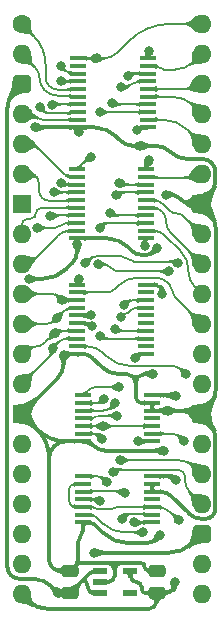
<source format=gtl>
%TF.GenerationSoftware,KiCad,Pcbnew,9.0.7*%
%TF.CreationDate,2026-01-29T17:51:16+02:00*%
%TF.ProjectId,HCP65 Device Reset,48435036-3520-4446-9576-696365205265,V2*%
%TF.SameCoordinates,Original*%
%TF.FileFunction,Copper,L1,Top*%
%TF.FilePolarity,Positive*%
%FSLAX46Y46*%
G04 Gerber Fmt 4.6, Leading zero omitted, Abs format (unit mm)*
G04 Created by KiCad (PCBNEW 9.0.7) date 2026-01-29 17:51:16*
%MOMM*%
%LPD*%
G01*
G04 APERTURE LIST*
G04 Aperture macros list*
%AMRoundRect*
0 Rectangle with rounded corners*
0 $1 Rounding radius*
0 $2 $3 $4 $5 $6 $7 $8 $9 X,Y pos of 4 corners*
0 Add a 4 corners polygon primitive as box body*
4,1,4,$2,$3,$4,$5,$6,$7,$8,$9,$2,$3,0*
0 Add four circle primitives for the rounded corners*
1,1,$1+$1,$2,$3*
1,1,$1+$1,$4,$5*
1,1,$1+$1,$6,$7*
1,1,$1+$1,$8,$9*
0 Add four rect primitives between the rounded corners*
20,1,$1+$1,$2,$3,$4,$5,0*
20,1,$1+$1,$4,$5,$6,$7,0*
20,1,$1+$1,$6,$7,$8,$9,0*
20,1,$1+$1,$8,$9,$2,$3,0*%
G04 Aperture macros list end*
%TA.AperFunction,SMDPad,CuDef*%
%ADD10RoundRect,0.250000X0.475000X-0.250000X0.475000X0.250000X-0.475000X0.250000X-0.475000X-0.250000X0*%
%TD*%
%TA.AperFunction,SMDPad,CuDef*%
%ADD11R,1.150000X0.600000*%
%TD*%
%TA.AperFunction,SMDPad,CuDef*%
%ADD12R,1.475000X0.450000*%
%TD*%
%TA.AperFunction,ComponentPad*%
%ADD13O,1.600000X1.600000*%
%TD*%
%TA.AperFunction,ComponentPad*%
%ADD14R,1.600000X1.600000*%
%TD*%
%TA.AperFunction,ComponentPad*%
%ADD15RoundRect,0.400000X-0.400000X-0.400000X0.400000X-0.400000X0.400000X0.400000X-0.400000X0.400000X0*%
%TD*%
%TA.AperFunction,ComponentPad*%
%ADD16C,1.600000*%
%TD*%
%TA.AperFunction,ViaPad*%
%ADD17C,0.800000*%
%TD*%
%TA.AperFunction,Conductor*%
%ADD18C,0.200000*%
%TD*%
%TA.AperFunction,Conductor*%
%ADD19C,0.380000*%
%TD*%
%TA.AperFunction,Conductor*%
%ADD20C,0.350000*%
%TD*%
G04 APERTURE END LIST*
D10*
%TO.P,C10,2*%
%TO.N,GND*%
X11430000Y-46293085D03*
%TO.P,C10,1*%
%TO.N,3.3V*%
X11430000Y-48193085D03*
%TD*%
D11*
%TO.P,IC11,5,3.3VOut*%
%TO.N,3.3V*%
X9204000Y-46309085D03*
%TO.P,IC11,4,ADJ*%
%TO.N,unconnected-(IC11-ADJ-Pad4)*%
X9204000Y-48209085D03*
%TO.P,IC11,3,EN*%
%TO.N,5V*%
X6604000Y-48209085D03*
%TO.P,IC11,2,GND*%
%TO.N,GND*%
X6604000Y-47259085D03*
%TO.P,IC11,1,6VIn*%
%TO.N,5V*%
X6604000Y-46309085D03*
%TD*%
D12*
%TO.P,IC8,14,3V*%
%TO.N,3.3V*%
X11066000Y-38309000D03*
%TO.P,IC8,13,4B*%
%TO.N,GND*%
X11066000Y-38959000D03*
%TO.P,IC8,12,4A*%
X11066000Y-39609000D03*
%TO.P,IC8,11,4Y*%
%TO.N,unconnected-(IC8-4Y-Pad11)*%
X11066000Y-40259000D03*
%TO.P,IC8,10,3B*%
%TO.N,~{CLK}*%
X11066000Y-40909000D03*
%TO.P,IC8,9,3A*%
%TO.N,/Write Device Reset_{ 16..19}*%
X11066000Y-41559000D03*
%TO.P,IC8,8,3Y*%
%TO.N,/Write Device Reset_{ 16..19}\u00B7~{CLK}*%
X11066000Y-42209000D03*
%TO.P,IC8,7,GND*%
%TO.N,GND*%
X5190000Y-42209000D03*
%TO.P,IC8,6,2Y*%
%TO.N,/Write Device Reset_{ 8..15}\u00B7~{CLK}*%
X5190000Y-41559000D03*
%TO.P,IC8,5,2B*%
%TO.N,~{CLK}*%
X5190000Y-40909000D03*
%TO.P,IC8,4,2A*%
%TO.N,/Write Device Reset_{ 8..15}*%
X5190000Y-40259000D03*
%TO.P,IC8,3,1Y*%
%TO.N,/Write Device Reset_{ 1..7}\u00B7~{CLK}*%
X5190000Y-39609000D03*
%TO.P,IC8,2,1B*%
%TO.N,~{CLK}*%
X5190000Y-38959000D03*
%TO.P,IC8,1,1A*%
%TO.N,/Write Device Reset_{ 1..7}*%
X5190000Y-38309000D03*
%TD*%
%TO.P,IC2,20,3V*%
%TO.N,3.3V*%
X10685000Y-2917000D03*
%TO.P,IC2,19,Q7*%
%TO.N,~{Reset}_{Device}7*%
X10685000Y-3567000D03*
%TO.P,IC2,18,D7*%
%TO.N,D7*%
X10685000Y-4217000D03*
%TO.P,IC2,17,D6*%
%TO.N,D6*%
X10685000Y-4867000D03*
%TO.P,IC2,16,Q6*%
%TO.N,~{Reset}_{Device}6*%
X10685000Y-5517000D03*
%TO.P,IC2,15,Q5*%
%TO.N,~{Reset}_{Device}5*%
X10685000Y-6167000D03*
%TO.P,IC2,14,D5*%
%TO.N,D5*%
X10685000Y-6817000D03*
%TO.P,IC2,13,D4*%
%TO.N,D4*%
X10685000Y-7467000D03*
%TO.P,IC2,12,Q4*%
%TO.N,~{Reset}_{Device}4*%
X10685000Y-8117000D03*
%TO.P,IC2,11,CP*%
%TO.N,/Write Device Reset_{ 1..7}\u00B7~{CLK}*%
X10685000Y-8767000D03*
%TO.P,IC2,10,GND*%
%TO.N,GND*%
X4809000Y-8767000D03*
%TO.P,IC2,9,Q3*%
%TO.N,~{Reset}_{Device}3*%
X4809000Y-8117000D03*
%TO.P,IC2,8,D3*%
%TO.N,D3*%
X4809000Y-7467000D03*
%TO.P,IC2,7,D2*%
%TO.N,D2*%
X4809000Y-6817000D03*
%TO.P,IC2,6,Q2*%
%TO.N,~{Reset}_{Device}2*%
X4809000Y-6167000D03*
%TO.P,IC2,5,Q1*%
%TO.N,~{Reset}_{Device}1*%
X4809000Y-5517000D03*
%TO.P,IC2,4,D1*%
%TO.N,D1*%
X4809000Y-4867000D03*
%TO.P,IC2,3,D0*%
%TO.N,D0*%
X4809000Y-4217000D03*
%TO.P,IC2,2,Q0*%
%TO.N,unconnected-(IC2-Q0-Pad2)*%
X4809000Y-3567000D03*
%TO.P,IC2,1,~{MR}*%
%TO.N,~{Reset}*%
X4809000Y-2917000D03*
%TD*%
D10*
%TO.P,C9,2*%
%TO.N,GND*%
X4094000Y-46293085D03*
%TO.P,C9,1*%
%TO.N,5V*%
X4094000Y-48193085D03*
%TD*%
D12*
%TO.P,IC6,20,3V*%
%TO.N,3.3V*%
X10558000Y-12315000D03*
%TO.P,IC6,19,Q7*%
%TO.N,~{Reset}_{Device}15*%
X10558000Y-12965000D03*
%TO.P,IC6,18,D7*%
%TO.N,D7*%
X10558000Y-13615000D03*
%TO.P,IC6,17,D6*%
%TO.N,D6*%
X10558000Y-14265000D03*
%TO.P,IC6,16,Q6*%
%TO.N,~{Reset}_{Device}14*%
X10558000Y-14915000D03*
%TO.P,IC6,15,Q5*%
%TO.N,~{Reset}_{Device}13*%
X10558000Y-15565000D03*
%TO.P,IC6,14,D5*%
%TO.N,D5*%
X10558000Y-16215000D03*
%TO.P,IC6,13,D4*%
%TO.N,D4*%
X10558000Y-16865000D03*
%TO.P,IC6,12,Q4*%
%TO.N,~{Reset}_{Device}12*%
X10558000Y-17515000D03*
%TO.P,IC6,11,CP*%
%TO.N,/Write Device Reset_{ 8..15}\u00B7~{CLK}*%
X10558000Y-18165000D03*
%TO.P,IC6,10,GND*%
%TO.N,GND*%
X4682000Y-18165000D03*
%TO.P,IC6,9,Q3*%
%TO.N,~{Reset}_{Device}11*%
X4682000Y-17515000D03*
%TO.P,IC6,8,D3*%
%TO.N,D3*%
X4682000Y-16865000D03*
%TO.P,IC6,7,D2*%
%TO.N,D2*%
X4682000Y-16215000D03*
%TO.P,IC6,6,Q2*%
%TO.N,~{Reset}_{Device}10*%
X4682000Y-15565000D03*
%TO.P,IC6,5,Q1*%
%TO.N,~{Reset}_{Device}9*%
X4682000Y-14915000D03*
%TO.P,IC6,4,D1*%
%TO.N,D1*%
X4682000Y-14265000D03*
%TO.P,IC6,3,D0*%
%TO.N,D0*%
X4682000Y-13615000D03*
%TO.P,IC6,2,Q0*%
%TO.N,~{Reset}_{Device}8*%
X4682000Y-12965000D03*
%TO.P,IC6,1,~{MR}*%
%TO.N,~{Reset}*%
X4682000Y-12315000D03*
%TD*%
%TO.P,IC9,20,3V*%
%TO.N,3.3V*%
X10558000Y-22094000D03*
%TO.P,IC9,19,Q7*%
%TO.N,unconnected-(IC9-Q7-Pad19)*%
X10558000Y-22744000D03*
%TO.P,IC9,18,D7*%
%TO.N,D7*%
X10558000Y-23394000D03*
%TO.P,IC9,17,D6*%
%TO.N,D6*%
X10558000Y-24044000D03*
%TO.P,IC9,16,Q6*%
%TO.N,unconnected-(IC9-Q6-Pad16)*%
X10558000Y-24694000D03*
%TO.P,IC9,15,Q5*%
%TO.N,unconnected-(IC9-Q5-Pad15)*%
X10558000Y-25344000D03*
%TO.P,IC9,14,D5*%
%TO.N,D5*%
X10558000Y-25994000D03*
%TO.P,IC9,13,D4*%
%TO.N,D4*%
X10558000Y-26644000D03*
%TO.P,IC9,12,Q4*%
%TO.N,unconnected-(IC9-Q4-Pad12)*%
X10558000Y-27294000D03*
%TO.P,IC9,11,CP*%
%TO.N,/Write Device Reset_{ 16..19}\u00B7~{CLK}*%
X10558000Y-27944000D03*
%TO.P,IC9,10,GND*%
%TO.N,GND*%
X4682000Y-27944000D03*
%TO.P,IC9,9,Q3*%
%TO.N,~{Reset}_{Device}19*%
X4682000Y-27294000D03*
%TO.P,IC9,8,D3*%
%TO.N,D3*%
X4682000Y-26644000D03*
%TO.P,IC9,7,D2*%
%TO.N,D2*%
X4682000Y-25994000D03*
%TO.P,IC9,6,Q2*%
%TO.N,~{Reset}_{Device}18*%
X4682000Y-25344000D03*
%TO.P,IC9,5,Q1*%
%TO.N,~{Reset}_{Device}17*%
X4682000Y-24694000D03*
%TO.P,IC9,4,D1*%
%TO.N,D1*%
X4682000Y-24044000D03*
%TO.P,IC9,3,D0*%
%TO.N,D0*%
X4682000Y-23394000D03*
%TO.P,IC9,2,Q0*%
%TO.N,~{Reset}_{Device}16*%
X4682000Y-22744000D03*
%TO.P,IC9,1,~{MR}*%
%TO.N,~{Reset}*%
X4682000Y-22094000D03*
%TD*%
%TO.P,IC7,14,3V*%
%TO.N,3.3V*%
X11066000Y-31451000D03*
%TO.P,IC7,13,4B*%
%TO.N,GND*%
X11066000Y-32101000D03*
%TO.P,IC7,12,4A*%
X11066000Y-32751000D03*
%TO.P,IC7,11,4Y*%
%TO.N,unconnected-(IC7-4Y-Pad11)*%
X11066000Y-33401000D03*
%TO.P,IC7,10,3B*%
%TO.N,~{WD}*%
X11066000Y-34051000D03*
%TO.P,IC7,9,3A*%
%TO.N,~{Device Reset}_{ 16..19}*%
X11066000Y-34701000D03*
%TO.P,IC7,8,3Y*%
%TO.N,/Write Device Reset_{ 16..19}*%
X11066000Y-35351000D03*
%TO.P,IC7,7,GND*%
%TO.N,GND*%
X5190000Y-35351000D03*
%TO.P,IC7,6,2Y*%
%TO.N,/Write Device Reset_{ 8..15}*%
X5190000Y-34701000D03*
%TO.P,IC7,5,2B*%
%TO.N,~{WD}*%
X5190000Y-34051000D03*
%TO.P,IC7,4,2A*%
%TO.N,~{Device Reset}_{ 8..15}*%
X5190000Y-33401000D03*
%TO.P,IC7,3,1Y*%
%TO.N,/Write Device Reset_{ 1..7}*%
X5190000Y-32751000D03*
%TO.P,IC7,2,1B*%
%TO.N,~{WD}*%
X5190000Y-32101000D03*
%TO.P,IC7,1,1A*%
%TO.N,~{Device Reset}_{ 1..7}*%
X5190000Y-31451000D03*
%TD*%
D13*
%TO.P,J4,40*%
%TO.N,~{Reset}*%
X15240000Y0D03*
%TO.P,J4,39*%
%TO.N,~{Reset}_{Device}7*%
X15240000Y-2540000D03*
%TO.P,J4,38*%
%TO.N,~{Reset}_{Device}6*%
X15240000Y-5080000D03*
%TO.P,J4,37*%
%TO.N,~{Reset}_{Device}5*%
X15240000Y-7620000D03*
%TO.P,J4,36*%
%TO.N,~{Reset}_{Device}4*%
X15240000Y-10160000D03*
%TO.P,J4,35*%
%TO.N,~{Reset}_{Device}15*%
X15240000Y-12700000D03*
D14*
%TO.P,J4,34*%
%TO.N,GND*%
X15240000Y-15240000D03*
D13*
%TO.P,J4,33*%
%TO.N,~{Reset}_{Device}14*%
X15240000Y-17780000D03*
%TO.P,J4,32*%
%TO.N,~{Reset}_{Device}13*%
X15240000Y-20320000D03*
%TO.P,J4,31*%
%TO.N,~{Reset}_{Device}12*%
X15240000Y-22860000D03*
%TO.P,J4,30*%
%TO.N,~{Reset}_{Device}16*%
X15240000Y-25400000D03*
%TO.P,J4,29*%
%TO.N,~{Reset}_{Device}17*%
X15240000Y-27940000D03*
%TO.P,J4,28*%
%TO.N,~{Reset}_{Device}18*%
X15240000Y-30480000D03*
D14*
%TO.P,J4,27*%
%TO.N,GND*%
X15240000Y-33020000D03*
D13*
%TO.P,J4,26*%
%TO.N,~{Reset}_{Device}19*%
X15240000Y-35560000D03*
%TO.P,J4,25*%
%TO.N,~{Device Reset}_{ 1..7}*%
X15240000Y-38100000D03*
%TO.P,J4,24*%
%TO.N,~{Device Reset}_{ 8..15}*%
X15240000Y-40640000D03*
D15*
%TO.P,J4,23*%
%TO.N,5V*%
X15240000Y-43180000D03*
D13*
%TO.P,J4,22*%
%TO.N,~{Device Reset}_{ 16..19}*%
X15240000Y-45720000D03*
%TO.P,J4,21*%
%TO.N,~{CLK}*%
X15240000Y-48260000D03*
%TO.P,J4,20*%
%TO.N,3.3V*%
X0Y-48260000D03*
%TO.P,J4,19*%
%TO.N,~{WD}*%
X0Y-45720000D03*
%TO.P,J4,18*%
%TO.N,D7*%
X0Y-43180000D03*
%TO.P,J4,17*%
%TO.N,D6*%
X0Y-40640000D03*
%TO.P,J4,16*%
%TO.N,D5*%
X0Y-38100000D03*
%TO.P,J4,15*%
%TO.N,D4*%
X0Y-35560000D03*
D14*
%TO.P,J4,14*%
%TO.N,GND*%
X0Y-33020000D03*
D13*
%TO.P,J4,13*%
%TO.N,D3*%
X0Y-30480000D03*
%TO.P,J4,12*%
%TO.N,D2*%
X0Y-27940000D03*
%TO.P,J4,11*%
%TO.N,D1*%
X0Y-25400000D03*
%TO.P,J4,10*%
%TO.N,D0*%
X0Y-22860000D03*
%TO.P,J4,9*%
%TO.N,~{Reset}_{Device}11*%
X0Y-20320000D03*
%TO.P,J4,8*%
%TO.N,~{Reset}_{Device}10*%
X0Y-17780000D03*
D14*
%TO.P,J4,7*%
%TO.N,GND*%
X0Y-15240000D03*
D13*
%TO.P,J4,6*%
%TO.N,~{Reset}_{Device}9*%
X0Y-12700000D03*
%TO.P,J4,5*%
%TO.N,~{Reset}_{Device}8*%
X0Y-10160000D03*
%TO.P,J4,4*%
%TO.N,~{Reset}_{Device}3*%
X0Y-7620000D03*
D15*
%TO.P,J4,3*%
%TO.N,5V*%
X0Y-5080000D03*
D13*
%TO.P,J4,2*%
%TO.N,~{Reset}_{Device}2*%
X0Y-2540000D03*
D16*
%TO.P,J4,1*%
%TO.N,~{Reset}_{Device}1*%
X0Y0D03*
%TD*%
D17*
%TO.N,3.3V*%
X11902870Y-22914427D03*
X13053000Y-31496000D03*
X13078189Y-38610775D03*
X10795000Y-11557000D03*
X10795006Y-2286000D03*
X12954000Y-47244000D03*
%TO.N,GND*%
X11683998Y-43307002D03*
X1143000Y-8767000D03*
X4699000Y-18669000D03*
X11118506Y-29656000D03*
X10066251Y-10320251D03*
X12024436Y-36133844D03*
X589155Y-21590002D03*
X4826000Y-9144000D03*
X11484185Y-18959561D03*
X12192000Y-14478000D03*
X3556000Y-28067000D03*
X12360187Y-32751003D03*
%TO.N,5V*%
X6147910Y-44779084D03*
X3098796Y-48193085D03*
%TO.N,D1*%
X2715758Y-14272128D03*
X3028212Y-24872212D03*
X3302000Y-4826000D03*
%TO.N,D6*%
X8382000Y-5334000D03*
X8011503Y-14509058D03*
X8385127Y-24813366D03*
%TO.N,D0*%
X3417000Y-23403356D03*
X3302000Y-13461990D03*
X3302001Y-3556001D03*
%TO.N,~{Reset}*%
X6350000Y-2919638D03*
X5844844Y-11303000D03*
X4821993Y-21590000D03*
%TO.N,D3*%
X1522220Y-7043040D03*
X2631444Y-27415447D03*
X1299870Y-17260052D03*
%TO.N,D4*%
X6604004Y-17272000D03*
X6604000Y-7493000D03*
X6604000Y-26416000D03*
%TO.N,D2*%
X2552000Y-6837960D03*
X2407162Y-16265006D03*
X2809115Y-26177115D03*
%TO.N,D5*%
X7493000Y-16002000D03*
X7878001Y-25854392D03*
X7632000Y-6731000D03*
%TO.N,D7*%
X8970506Y-4401964D03*
X8284289Y-13495109D03*
X8645162Y-23847764D03*
%TO.N,~{Device Reset}_{ 16..19}*%
X13716000Y-35306000D03*
%TO.N,~{WD}*%
X6985000Y-31750000D03*
X6908000Y-34053248D03*
%TO.N,~{Device Reset}_{ 8..15}*%
X7748444Y-37970761D03*
X8094587Y-33166283D03*
%TO.N,/Write Device Reset_{ 8..15}*%
X6604000Y-40359000D03*
X6794500Y-35115500D03*
%TO.N,/Write Device Reset_{ 16..19}*%
X8509000Y-41910000D03*
X9813000Y-35352132D03*
%TO.N,~{Device Reset}_{ 1..7}*%
X8370000Y-36942133D03*
X8255000Y-30734000D03*
%TO.N,~{CLK}*%
X13335000Y-42037000D03*
%TO.N,~{Reset}_{Device}18*%
X12472973Y-20954476D03*
X6444000Y-20373949D03*
X6000379Y-25618728D03*
%TO.N,~{Reset}_{Device}19*%
X13891348Y-29669652D03*
%TO.N,/Write Device Reset_{ 1..7}*%
X7206384Y-38811104D03*
X7909711Y-32132684D03*
%TO.N,/Write Device Reset_{ 1..7}\u00B7~{CLK}*%
X8716308Y-39693255D03*
X9779000Y-9017000D03*
%TO.N,/Write Device Reset_{ 8..15}\u00B7~{CLK}*%
X10414000Y-18796000D03*
X10287000Y-43053000D03*
%TO.N,~{Reset}_{Device}17*%
X5903637Y-24623419D03*
X13258800Y-20282315D03*
X5406432Y-20261859D03*
%TO.N,/Write Device Reset_{ 16..19}\u00B7~{CLK}*%
X9525000Y-42209000D03*
X9633000Y-28256000D03*
%TD*%
D18*
%TO.N,/Write Device Reset_{ 16..19}\u00B7~{CLK}*%
X9828472Y-27944026D02*
G75*
G03*
X9690251Y-28001265I28J-195574D01*
G01*
X9690246Y-28001260D02*
G75*
G03*
X9633001Y-28139453I138054J-138140D01*
G01*
%TO.N,~{Reset}_{Device}17*%
X5868343Y-24658704D02*
G75*
G02*
X5783143Y-24694024I-85243J85204D01*
G01*
X13181641Y-20205157D02*
G75*
G03*
X12995365Y-20128014I-186241J-186243D01*
G01*
X6410056Y-19673948D02*
G75*
G03*
X5700386Y-19967903I-6J-1003612D01*
G01*
X8430878Y-19673953D02*
G75*
G02*
X8978969Y-19900988I22J-775047D01*
G01*
X8978967Y-19900990D02*
G75*
G03*
X9527056Y-20128047I548133J548090D01*
G01*
%TO.N,/Write Device Reset_{ 8..15}\u00B7~{CLK}*%
X6904237Y-42306005D02*
G75*
G03*
X8707655Y-43053004I1803423J1803435D01*
G01*
X5673617Y-41559005D02*
G75*
G02*
X6499205Y-41900977I-17J-1167595D01*
G01*
X10486000Y-18237000D02*
G75*
G03*
X10414010Y-18410823I173800J-173800D01*
G01*
%TO.N,/Write Device Reset_{ 1..7}\u00B7~{CLK}*%
X10205780Y-8767012D02*
G75*
G03*
X9904013Y-8892018I20J-426788D01*
G01*
X8651976Y-39628911D02*
G75*
G03*
X8496656Y-39564597I-155276J-155289D01*
G01*
%TO.N,/Write Device Reset_{ 1..7}*%
X6955336Y-38560040D02*
G75*
G03*
X6349242Y-38309019I-606036J-606060D01*
G01*
X6854179Y-32751002D02*
G75*
G03*
X7600558Y-32441848I21J1055502D01*
G01*
%TO.N,~{Reset}_{Device}19*%
X7169999Y-28124998D02*
G75*
G03*
X9176211Y-28955997I2006221J2006238D01*
G01*
X12673065Y-28955997D02*
G75*
G02*
X13534543Y-29312803I35J-1218303D01*
G01*
X5510498Y-27294002D02*
G75*
G02*
X6924841Y-27879833I2J-2000198D01*
G01*
%TO.N,~{Reset}_{Device}18*%
X6882082Y-20373956D02*
G75*
G02*
X7583488Y-20664468I18J-991944D01*
G01*
X12472354Y-20954980D02*
G75*
G02*
X12472176Y-20954998I-254J1580D01*
G01*
X5863014Y-25481363D02*
G75*
G03*
X5531387Y-25344011I-331614J-331637D01*
G01*
X12472510Y-20954915D02*
G75*
G02*
X12472353Y-20954975I-210J315D01*
G01*
X12471717Y-20954997D02*
X12472082Y-20954995D01*
X12472776Y-20954671D02*
G75*
G02*
X12472642Y-20954802I-9076J9171D01*
G01*
X7583469Y-20664487D02*
G75*
G03*
X8284856Y-20955042I701431J701387D01*
G01*
X12472642Y-20954802D02*
G75*
G02*
X12472512Y-20954917I-1442J1502D01*
G01*
X12472906Y-20954541D02*
X12472776Y-20954671D01*
%TO.N,~{Reset}_{Device}16*%
X12536473Y-22078649D02*
G75*
G02*
X12754902Y-22606001I-527373J-527351D01*
G01*
X9777847Y-21488395D02*
G75*
G03*
X8262197Y-22116195I-7J-2143445D01*
G01*
X11374410Y-21488401D02*
G75*
G02*
X12350568Y-21892748I-10J-1380499D01*
G01*
X12754913Y-22606001D02*
G75*
G03*
X12973350Y-23133353I745787J1D01*
G01*
X7123447Y-22743998D02*
G75*
G03*
X7995688Y-22382705I3J1233528D01*
G01*
X5003750Y-22743999D02*
X7123447Y-22743998D01*
%TO.N,~{CLK}*%
X6231728Y-41013213D02*
G75*
G03*
X5980106Y-40908973I-251628J-251587D01*
G01*
X4535462Y-38959024D02*
G75*
G03*
X4137578Y-39123837I38J-562776D01*
G01*
X6231728Y-41013213D02*
G75*
G03*
X6483350Y-41117406I251572J251613D01*
G01*
X4137571Y-39123830D02*
G75*
G03*
X3972756Y-39521700I397829J-397870D01*
G01*
X4172681Y-40756163D02*
G75*
G03*
X4541629Y-40909032I369019J368963D01*
G01*
X3972749Y-40306821D02*
G75*
G03*
X4149132Y-40732610I602121J1D01*
G01*
X8063669Y-40909025D02*
G75*
G03*
X7812065Y-41013252I31J-355875D01*
G01*
X7812047Y-41013234D02*
G75*
G02*
X7560424Y-41117444I-251647J251734D01*
G01*
X12771000Y-41472998D02*
G75*
G03*
X11409382Y-40909005I-1361600J-1361602D01*
G01*
X11351249Y-40908998D02*
X9639750Y-40909010D01*
%TO.N,~{Device Reset}_{ 1..7}*%
X14661068Y-37521062D02*
G75*
G03*
X13263398Y-36942120I-1397668J-1397638D01*
G01*
X6413995Y-30734002D02*
G75*
G03*
X5548502Y-31092503I5J-1223998D01*
G01*
%TO.N,/Write Device Reset_{ 16..19}*%
X9814326Y-35350986D02*
X9814730Y-35350996D01*
X9814730Y-35350996D02*
G75*
G03*
X9815133Y-35350999I470J40296D01*
G01*
X9813984Y-35351127D02*
X9813702Y-35351417D01*
X9256710Y-41471993D02*
G75*
G03*
X8727992Y-41690990I-10J-747707D01*
G01*
X9814326Y-35350986D02*
G75*
G03*
X9813986Y-35351129I-26J-414D01*
G01*
%TO.N,/Write Device Reset_{ 8..15}*%
X6553999Y-40309000D02*
G75*
G03*
X6433286Y-40259005I-120699J-120700D01*
G01*
X6587249Y-34908250D02*
G75*
G03*
X6086902Y-34700999I-500349J-500350D01*
G01*
%TO.N,~{Device Reset}_{ 8..15}*%
X13225015Y-37737996D02*
G75*
G02*
X13661992Y-37919002I-15J-618004D01*
G01*
X8145802Y-37737994D02*
G75*
G03*
X7864837Y-37854387I-2J-397306D01*
G01*
X5961531Y-33401003D02*
G75*
G03*
X6244847Y-33283633I-31J400703D01*
G01*
X6528188Y-33166288D02*
G75*
G03*
X6244861Y-33283647I12J-400712D01*
G01*
X13661996Y-37918998D02*
G75*
G02*
X13843010Y-38355975I-436996J-437002D01*
G01*
X13842999Y-38671498D02*
G75*
G03*
X14247114Y-39647105I1379701J-2D01*
G01*
%TO.N,~{WD}*%
X6911039Y-34050992D02*
G75*
G03*
X6912634Y-34051000I2361J317192D01*
G01*
X6809499Y-31925500D02*
G75*
G02*
X6385804Y-32101002I-423699J423700D01*
G01*
%TO.N,~{Device Reset}_{ 16..19}*%
X12683198Y-34701000D02*
G75*
G02*
X13413499Y-35003500I2J-1032800D01*
G01*
%TO.N,~{Reset}_{Device}11*%
X4089843Y-17514999D02*
G75*
G03*
X3078967Y-17933716I-3J-1429591D01*
G01*
%TO.N,~{Reset}_{Device}13*%
X12242796Y-16780159D02*
G75*
G03*
X12626503Y-17706504I1310064J9D01*
G01*
X11906552Y-15901261D02*
G75*
G02*
X12242823Y-16713047I-811852J-811839D01*
G01*
X11094783Y-15565001D02*
G75*
G02*
X11906564Y-15901249I17J-1147999D01*
G01*
%TO.N,~{Reset}_{Device}12*%
X12156357Y-17932474D02*
G75*
G03*
X11148429Y-17515026I-1007857J-1007926D01*
G01*
X14122408Y-20952137D02*
G75*
G03*
X14681201Y-22301198I1907822J-23D01*
G01*
X13470510Y-19246616D02*
G75*
G02*
X14122385Y-20820461I-1573810J-1573784D01*
G01*
%TO.N,~{Reset}_{Device}14*%
X11085499Y-14915000D02*
G75*
G02*
X11985998Y-15287998I1J-1273500D01*
G01*
X13782209Y-16322205D02*
G75*
G03*
X13131799Y-16052793I-650409J-650395D01*
G01*
X12481389Y-15783394D02*
G75*
G03*
X13131799Y-16052808I650411J650394D01*
G01*
%TO.N,~{Reset}_{Device}10*%
X1704808Y-15564993D02*
G75*
G03*
X1361673Y-15707141I-8J-485207D01*
G01*
X152399Y-16662398D02*
G75*
G03*
X3Y-17030327I367931J-367922D01*
G01*
X1219531Y-16027402D02*
G75*
G02*
X1093574Y-16331474I-430061J22D01*
G01*
X520326Y-16509996D02*
G75*
G03*
X152401Y-16662400I4J-520324D01*
G01*
X1067284Y-16357759D02*
G75*
G02*
X699751Y-16509992I-367534J367549D01*
G01*
X1345483Y-15723324D02*
G75*
G03*
X1219543Y-16027402I304117J-304076D01*
G01*
%TO.N,~{Reset}_{Device}8*%
X3516585Y-12660597D02*
G75*
G03*
X4251498Y-12965014I734915J734897D01*
G01*
X1375207Y-10519208D02*
G75*
G03*
X507999Y-10160002I-867197J-867192D01*
G01*
%TO.N,~{Reset}_{Device}9*%
X1219197Y-12953999D02*
G75*
G03*
X605990Y-12699996I-613207J-613191D01*
G01*
X1473198Y-14128597D02*
G75*
G03*
X1720266Y-14725060I843532J7D01*
G01*
X1720265Y-14725061D02*
G75*
G03*
X2316729Y-14972123I596465J596471D01*
G01*
X1219197Y-12953999D02*
G75*
G02*
X1473197Y-13567211I-613237J-613221D01*
G01*
%TO.N,D7*%
X9419788Y-23394008D02*
G75*
G03*
X8872040Y-23620881I12J-774692D01*
G01*
X8344233Y-13555056D02*
G75*
G03*
X8488952Y-13615024I144767J144756D01*
G01*
X9286262Y-4217015D02*
G75*
G03*
X9063007Y-4309506I38J-315785D01*
G01*
%TO.N,~{Reset}_{Device}4*%
X11940999Y-8117000D02*
G75*
G02*
X14085134Y-9005115I1J-3032300D01*
G01*
%TO.N,~{Reset}_{Device}1*%
X2032000Y-4512472D02*
G75*
G03*
X2343502Y-5264496I1063520J2D01*
G01*
X2343501Y-5264497D02*
G75*
G03*
X3095527Y-5575998I752029J752027D01*
G01*
X1015999Y-1016000D02*
G75*
G02*
X2031999Y-3468840I-2452839J-2452840D01*
G01*
%TO.N,D5*%
X7947805Y-25924195D02*
G75*
G03*
X8116326Y-25993988I168495J168495D01*
G01*
X7599500Y-16108499D02*
G75*
G03*
X7856613Y-16214994I257100J257099D01*
G01*
X7675000Y-6773999D02*
G75*
G03*
X7778810Y-6816995I103800J103799D01*
G01*
%TO.N,~{Reset}_{Device}7*%
X11721998Y-3720999D02*
G75*
G03*
X11350209Y-3566996I-371798J-371801D01*
G01*
X14572498Y-3207497D02*
G75*
G02*
X12961009Y-3875002I-1611498J1611497D01*
G01*
X11721998Y-3720999D02*
G75*
G03*
X12093787Y-3875005I371802J371799D01*
G01*
%TO.N,D2*%
X2587781Y-6817008D02*
G75*
G03*
X2562490Y-6827493I19J-35792D01*
G01*
X2020895Y-26965332D02*
G75*
G02*
X1127884Y-27335232I-893015J893012D01*
G01*
X2492524Y-16214979D02*
G75*
G03*
X2432153Y-16239984I-24J-85321D01*
G01*
X1032406Y-27335230D02*
G75*
G03*
X302389Y-27637619I-6J-1032370D01*
G01*
X3121710Y-25993996D02*
G75*
G03*
X2900664Y-26085548I-10J-312604D01*
G01*
%TO.N,D4*%
X6648387Y-7467011D02*
G75*
G03*
X6617010Y-7480014I13J-44389D01*
G01*
X7298797Y-16865001D02*
G75*
G03*
X6807504Y-17068501I3J-694799D01*
G01*
X6718000Y-26529999D02*
G75*
G03*
X6993219Y-26643991I275200J275199D01*
G01*
%TO.N,D3*%
X1539802Y-7043041D02*
G75*
G02*
X1569819Y-7055472I-2J-42459D01*
G01*
X2631444Y-27632001D02*
G75*
G02*
X2478323Y-28001690I-522844J1D01*
G01*
X3948388Y-26644004D02*
G75*
G03*
X3017164Y-27029722I12J-1316996D01*
G01*
X1829845Y-7315500D02*
G75*
G03*
X2487622Y-7587959I657785J657800D01*
G01*
X3331479Y-17062525D02*
G75*
G02*
X2854609Y-17260041I-476879J476925D01*
G01*
X3808349Y-16865000D02*
G75*
G03*
X3331479Y-17062525I1J-674400D01*
G01*
%TO.N,~{Reset}*%
X6985681Y-2919639D02*
G75*
G03*
X8070859Y-2470148I19J1534639D01*
G01*
X6348680Y-2918319D02*
G75*
G03*
X6345495Y-2917002I-3180J-3181D01*
G01*
X4751996Y-21659996D02*
G75*
G03*
X4681992Y-21828982I169004J-169004D01*
G01*
X12605496Y-1D02*
G75*
G03*
X9081190Y-1459830I4J-4984099D01*
G01*
X5769420Y-11302995D02*
G75*
G03*
X5640653Y-11356312I-20J-182105D01*
G01*
%TO.N,~{Reset}_{Device}5*%
X14513499Y-6893500D02*
G75*
G03*
X12759571Y-6167012I-1753899J-1753900D01*
G01*
%TO.N,~{Reset}_{Device}2*%
X1128872Y-3668869D02*
G75*
G02*
X1523999Y-4622796I-953922J-953921D01*
G01*
X1977180Y-5634773D02*
G75*
G03*
X3071257Y-6087952I1094080J1094093D01*
G01*
X1524000Y-4622796D02*
G75*
G03*
X1919128Y-5576723I1349050J-4D01*
G01*
%TO.N,D0*%
X3663892Y-3917894D02*
G75*
G03*
X4385999Y-4217005I722108J722094D01*
G01*
X3145322Y-23131678D02*
G75*
G03*
X2489433Y-22860003I-655882J-655882D01*
G01*
X3378505Y-13538494D02*
G75*
G03*
X3563204Y-13614997I184695J184694D01*
G01*
X3425193Y-23395183D02*
G75*
G03*
X3422852Y-23397512I452007J-456717D01*
G01*
X3431316Y-23394004D02*
G75*
G03*
X3428015Y-23394013I784J-907196D01*
G01*
X3428015Y-23394013D02*
G75*
G03*
X3425186Y-23395176I-15J-3987D01*
G01*
X3439581Y-23394000D02*
X3432970Y-23394002D01*
%TO.N,D6*%
X9795090Y-24044004D02*
G75*
G03*
X9186997Y-24295885I10J-859996D01*
G01*
X9327446Y-5100510D02*
G75*
G02*
X8763727Y-5334002I-563746J563810D01*
G01*
X8428130Y-14264975D02*
G75*
G03*
X8133507Y-14386997I-30J-416625D01*
G01*
X9891164Y-4867019D02*
G75*
G03*
X9327455Y-5100519I36J-797281D01*
G01*
X9035652Y-24447214D02*
G75*
G02*
X8792917Y-24547776I-242752J242714D01*
G01*
X8792917Y-24547756D02*
G75*
G03*
X8550181Y-24648298I-17J-343244D01*
G01*
%TO.N,D1*%
X2764318Y-25136106D02*
G75*
G02*
X2127221Y-25399998I-637098J637106D01*
G01*
X2735204Y-14265000D02*
G75*
G03*
X2725775Y-14265889I-4J-50400D01*
G01*
X4269211Y-24043997D02*
G75*
G03*
X3564544Y-24335888I-11J-996503D01*
G01*
X2722340Y-14266541D02*
G75*
G03*
X2720202Y-14267658I760J-4059D01*
G01*
X2721993Y-14265885D02*
G75*
G03*
X2722351Y-14266637I307J-315D01*
G01*
X3322500Y-4846499D02*
G75*
G03*
X3371991Y-4867003I49500J49499D01*
G01*
X2720212Y-14267668D02*
X2721993Y-14265885D01*
%TO.N,~{Reset}_{Device}3*%
X652566Y-7620001D02*
G75*
G02*
X1252502Y-7868498I4J-848439D01*
G01*
X1252499Y-7868501D02*
G75*
G03*
X1852431Y-8116998I599931J599941D01*
G01*
D19*
%TO.N,5V*%
X5769006Y-48079079D02*
G75*
G03*
X6082846Y-48209032I313794J313879D01*
G01*
X12510193Y-44779089D02*
G75*
G03*
X14440459Y-43979545I7J2729789D01*
G01*
X6291000Y-46309085D02*
G75*
G03*
X5756683Y-46530417I0J-755615D01*
G01*
D20*
X-1202998Y-45977000D02*
G75*
G03*
X-906298Y-46693298I1013004J2D01*
G01*
X-906298Y-46693298D02*
G75*
G03*
X-190000Y-46989998I716300J716304D01*
G01*
D19*
X5439171Y-47247572D02*
G75*
G03*
X5039509Y-47247572I-199831J-199838D01*
G01*
X5439169Y-46847915D02*
G75*
G03*
X5439174Y-47247569I199821J-199825D01*
G01*
X5461630Y-47270030D02*
G75*
G02*
X5638966Y-47698239I-428230J-428170D01*
G01*
X5639008Y-47765234D02*
G75*
G03*
X5769013Y-48079072I443892J34D01*
G01*
D20*
X2497253Y-47591541D02*
G75*
G03*
X1045000Y-46989998I-1452248J-1452241D01*
G01*
X-601499Y-5681500D02*
G75*
G03*
X-1203000Y-7133649I1452149J-1452150D01*
G01*
D19*
X5039510Y-47247574D02*
X5439169Y-46847915D01*
D20*
%TO.N,GND*%
X6891173Y-43086178D02*
G75*
G03*
X9008865Y-43963349I2117687J2117698D01*
G01*
X7873999Y-46281581D02*
G75*
G03*
X7211500Y-45619081I-662499J1D01*
G01*
X8536500Y-45619086D02*
G75*
G03*
X7873986Y-46281581I0J-662514D01*
G01*
X15827499Y-33607500D02*
G75*
G02*
X16415020Y-35025850I-1418399J-1418400D01*
G01*
X13395308Y-14792302D02*
G75*
G03*
X12636500Y-14477991I-758808J-758798D01*
G01*
X4699000Y-19253199D02*
G75*
G02*
X4285913Y-20250493I-1410400J-1D01*
G01*
X16081502Y-11763490D02*
G75*
G02*
X16414963Y-12568644I-805202J-805110D01*
G01*
X4979000Y-43407999D02*
G75*
G03*
X4767999Y-43917399I509400J-509401D01*
G01*
X5997657Y-28287647D02*
G75*
G03*
X5168000Y-27943991I-829657J-829653D01*
G01*
X15276361Y-11429978D02*
G75*
G02*
X16081523Y-11763469I39J-1138622D01*
G01*
X10414000Y-45973999D02*
G75*
G03*
X10503803Y-46190800I306600J-1D01*
G01*
X9800261Y-31952738D02*
G75*
G03*
X10158196Y-32101001I357939J357938D01*
G01*
X5190002Y-42898598D02*
G75*
G02*
X4979002Y-43408001I-720402J-2D01*
G01*
X9652000Y-31594803D02*
G75*
G03*
X9800262Y-31952737I506200J3D01*
G01*
X14541493Y-15239996D02*
G75*
G03*
X15733896Y-14746086I7J1686296D01*
G01*
X15733898Y-15733903D02*
G75*
G03*
X14541493Y-15239995I-1192398J-1192397D01*
G01*
X10024925Y-45619098D02*
G75*
G02*
X10300032Y-45733058I-25J-389102D01*
G01*
X8347238Y-9871236D02*
G75*
G03*
X9431251Y-10320251I1084022J1084026D01*
G01*
X2595041Y-46029044D02*
G75*
G03*
X3232496Y-46293093I637459J637444D01*
G01*
X5602003Y-42209007D02*
G75*
G03*
X5190007Y-42621002I-3J-411993D01*
G01*
X9430491Y-29877491D02*
G75*
G03*
X8895720Y-29655979I-534791J-534809D01*
G01*
X6305319Y-42500327D02*
G75*
G03*
X5602003Y-42208989I-703319J-703273D01*
G01*
X8019625Y-9543623D02*
G75*
G03*
X6144683Y-8767000I-1874935J-1874937D01*
G01*
X11170963Y-19272777D02*
G75*
G02*
X10414783Y-19585986I-756163J756177D01*
G01*
X2330999Y-45391585D02*
G75*
G03*
X2595043Y-46029042I901511J5D01*
G01*
X3779807Y-20756589D02*
G75*
G02*
X1767775Y-21590001I-2012037J2012039D01*
G01*
X9652000Y-30412248D02*
G75*
G03*
X9430500Y-29877500I-756250J-2D01*
G01*
X9873500Y-29877500D02*
G75*
G03*
X9652020Y-30412248I534700J-534700D01*
G01*
X9430500Y-29877500D02*
G75*
G03*
X9873500Y-29877500I221500J221501D01*
G01*
X4681984Y-18639980D02*
G75*
G03*
X4690480Y-18660514I29016J-20D01*
G01*
X4599497Y-45787587D02*
G75*
G03*
X4767991Y-45380797I-406797J406787D01*
G01*
X5006286Y-45619088D02*
G75*
G03*
X4599498Y-45787588I14J-575312D01*
G01*
X4767995Y-45380797D02*
G75*
G03*
X5006286Y-45619105I238305J-3D01*
G01*
X11684999Y-39609000D02*
G75*
G02*
X12741698Y-40046698I1J-1494400D01*
G01*
X10408248Y-29656000D02*
G75*
G03*
X9873486Y-29877486I-48J-756200D01*
G01*
X10324195Y-45757201D02*
G75*
G02*
X10413997Y-45973999I-216795J-216799D01*
G01*
X12653129Y-10875112D02*
G75*
G03*
X13992716Y-11429968I1339571J1339612D01*
G01*
X10510041Y-46197044D02*
G75*
G03*
X10741908Y-46293088I231859J231844D01*
G01*
X16415015Y-41042783D02*
G75*
G02*
X16161015Y-41656012I-867215J-17D01*
G01*
X3555997Y-28765498D02*
G75*
G02*
X3062081Y-29957910I-1686337J8D01*
G01*
X13462000Y-14858995D02*
G75*
G03*
X14381817Y-15239990I919800J919795D01*
G01*
X4599497Y-45787590D02*
X4599498Y-45787587D01*
X4599498Y-45787587D02*
X4599497Y-45787590D01*
X8969499Y-18875497D02*
G75*
G03*
X7254199Y-18164998I-1715299J-1715303D01*
G01*
X16442997Y-30966349D02*
G75*
G02*
X15841499Y-32418500I-2053657J-1D01*
G01*
X11313542Y-10320252D02*
G75*
G02*
X12653118Y-10875123I-42J-1894548D01*
G01*
X2331000Y-36780497D02*
G75*
G03*
X1320191Y-34340189I-3451116J0D01*
G01*
X3760500Y-35350999D02*
G75*
G03*
X2330999Y-36780497I0J-1429501D01*
G01*
X1320191Y-34340189D02*
G75*
G03*
X3760500Y-35350995I2440309J2440319D01*
G01*
X9263606Y-19169602D02*
G75*
G03*
X10268872Y-19586006I1005294J1005302D01*
G01*
X15841492Y-15841497D02*
G75*
G02*
X16443017Y-17293653I-1452192J-1452203D01*
G01*
X7873998Y-46721344D02*
G75*
G02*
X7716495Y-47101578I-537728J4D01*
G01*
X16161008Y-41656005D02*
G75*
G02*
X15547781Y-41910005I-613208J613205D01*
G01*
X6126025Y-35742415D02*
G75*
G03*
X7071001Y-36133825I944975J945015D01*
G01*
X7716496Y-47101579D02*
G75*
G02*
X7336257Y-47259108I-380296J380279D01*
G01*
X6714412Y-29004395D02*
G75*
G03*
X8287494Y-29655987I1573088J1573095D01*
G01*
X4599499Y-45787589D02*
X4599498Y-45787587D01*
X4599498Y-45787587D02*
X4599499Y-45787589D01*
X11355820Y-43635174D02*
G75*
G02*
X10563533Y-43963377I-792320J792274D01*
G01*
X16414999Y-13234144D02*
G75*
G02*
X15827490Y-14652494I-2005839J4D01*
G01*
X3765979Y-27944018D02*
G75*
G03*
X3617517Y-28005523I21J-209982D01*
G01*
X14144682Y-41449691D02*
G75*
G03*
X15256003Y-41910022I1111318J1111291D01*
G01*
X7211500Y-45619083D02*
X8536500Y-45619086D01*
D19*
%TO.N,3.3V*%
X11239500Y-49339500D02*
G75*
G02*
X10779592Y-49529997I-459900J459900D01*
G01*
X11430000Y-48879592D02*
G75*
G02*
X11239502Y-49339502I-650400J-8D01*
G01*
X11740639Y-22256228D02*
G75*
G03*
X11348964Y-22094015I-391639J-391672D01*
G01*
X9730545Y-47274077D02*
G75*
G02*
X10030053Y-47398159I-45J-423623D01*
G01*
X10037502Y-47405582D02*
G75*
G02*
X10169027Y-47723055I-317502J-317518D01*
G01*
X13030499Y-31473500D02*
G75*
G03*
X12976177Y-31451009I-54299J-54300D01*
G01*
X10740003Y-2341003D02*
G75*
G03*
X10684997Y-2473791I132797J-132797D01*
G01*
X10676500Y-11675500D02*
G75*
G03*
X10557994Y-11961583I286100J-286100D01*
G01*
X635000Y-48895000D02*
G75*
G03*
X2168025Y-49530002I1533030J1533030D01*
G01*
X9203998Y-46674747D02*
G75*
G03*
X9379544Y-47098535I599302J-3D01*
G01*
X12563020Y-38309010D02*
G75*
G02*
X12927289Y-38459901I-20J-515190D01*
G01*
X12733454Y-47972537D02*
G75*
G02*
X12201017Y-48193092I-532454J532437D01*
G01*
X11740639Y-22256228D02*
G75*
G02*
X11902885Y-22647904I-391639J-391672D01*
G01*
X10169004Y-47873707D02*
G75*
G03*
X10262546Y-48099541I319396J7D01*
G01*
X12954000Y-47497999D02*
G75*
G02*
X12774394Y-47931601I-613200J-1D01*
G01*
X9431019Y-47150010D02*
G75*
G03*
X9730545Y-47274121I299581J299510D01*
G01*
X10262544Y-48099543D02*
G75*
G03*
X10488372Y-48193099I225856J225843D01*
G01*
X635000Y-48895000D02*
X0Y-48260000D01*
X10779592Y-49530000D02*
X2168025Y-49530000D01*
X11430000Y-48879592D02*
X11430000Y-48193085D01*
D18*
%TO.N,D3*%
X2631444Y-27632001D02*
X2631444Y-27415447D01*
X2478316Y-28001683D02*
X0Y-30480000D01*
%TO.N,D2*%
X1127884Y-27335230D02*
X1032406Y-27335230D01*
%TO.N,D1*%
X2127221Y-25400000D02*
X0Y-25400000D01*
X2764318Y-25136106D02*
X3028212Y-24872212D01*
%TO.N,D0*%
X3145322Y-23131678D02*
X3417000Y-23403356D01*
X2489433Y-22860000D02*
X0Y-22860000D01*
D19*
%TO.N,3.3V*%
X11430000Y-48193085D02*
X10488372Y-48193088D01*
X12563020Y-38309010D02*
X11066000Y-38309000D01*
X13053000Y-31496000D02*
X13030499Y-31473500D01*
X10795006Y-2286000D02*
X10740003Y-2341003D01*
X10676500Y-11675500D02*
X10795000Y-11557000D01*
X12976177Y-31451000D02*
X11066000Y-31451000D01*
X12954000Y-47497999D02*
X12954000Y-47244000D01*
X11902870Y-22914427D02*
X11902873Y-22647904D01*
X11348964Y-22093992D02*
X10558000Y-22094000D01*
X12927297Y-38459893D02*
X13078189Y-38610775D01*
X10030066Y-47398146D02*
X10037502Y-47405582D01*
X10685000Y-2473791D02*
X10685000Y-2917000D01*
X9203998Y-46674747D02*
X9204000Y-46309085D01*
X12201017Y-48193080D02*
X11623915Y-48193085D01*
X10169004Y-47723055D02*
X10169004Y-47873707D01*
X12733454Y-47972537D02*
X12774393Y-47931600D01*
X10558000Y-11961583D02*
X10558000Y-12315000D01*
X9379543Y-47098536D02*
X9431019Y-47150010D01*
D20*
%TO.N,GND*%
X12360190Y-32751000D02*
X12360187Y-32751003D01*
X16414999Y-12568644D02*
X16414999Y-13234144D01*
X10414783Y-19585993D02*
X10268872Y-19585994D01*
X3232496Y-46293087D02*
X4094000Y-46293085D01*
X3760500Y-35350999D02*
X5190000Y-35351000D01*
X2330999Y-45391585D02*
X2331000Y-36780497D01*
X9430491Y-29877491D02*
X9430500Y-29877500D01*
X4599497Y-45787587D02*
X4431000Y-45956085D01*
X9008865Y-43963349D02*
X10563533Y-43963347D01*
X4699000Y-19253199D02*
X4699000Y-18669000D01*
X8895720Y-29655982D02*
X8287494Y-29655982D01*
X5190002Y-42898598D02*
X5190005Y-42621002D01*
X1767775Y-21590000D02*
X589155Y-21590002D01*
X9652000Y-31594803D02*
X9652000Y-30412248D01*
X8536500Y-45619086D02*
X10024925Y-45619098D01*
X1143000Y-8767000D02*
X4809000Y-8767000D01*
X12024436Y-36133844D02*
X7071001Y-36133831D01*
X5997657Y-28287647D02*
X6714412Y-29004395D01*
X9431251Y-10320249D02*
X10066251Y-10320251D01*
X6891173Y-43086178D02*
X6305319Y-42500327D01*
X12192000Y-14478000D02*
X12636500Y-14477996D01*
X11684999Y-39609000D02*
X11066000Y-39609000D01*
X10741908Y-46293088D02*
X11430000Y-46293085D01*
X13395308Y-14792302D02*
X13462000Y-14858995D01*
X12360184Y-32751000D02*
X12360187Y-32751003D01*
X4285908Y-20250488D02*
X3779807Y-20756589D01*
X4599497Y-45787590D02*
X4094000Y-46293082D01*
X15547781Y-41910010D02*
X15256003Y-41910012D01*
X7336257Y-47259078D02*
X6604000Y-47259085D01*
X3556000Y-28067000D02*
X3555997Y-28765498D01*
X11066000Y-32751000D02*
X11066000Y-32101000D01*
X10158196Y-32101000D02*
X11066000Y-32101000D01*
X11066000Y-39609000D02*
X11066000Y-38959000D01*
X7211500Y-45619083D02*
X5006286Y-45619088D01*
X16442997Y-30966349D02*
X16442997Y-17293653D01*
X10300041Y-45733049D02*
X10324195Y-45757201D01*
X7873999Y-46281581D02*
X7873998Y-46721344D01*
X7254199Y-18164999D02*
X5194500Y-18165000D01*
X12741696Y-40046700D02*
X14144682Y-41449691D01*
X11313542Y-10320252D02*
X10066251Y-10320251D01*
X3556000Y-28067000D02*
X3617504Y-28005510D01*
X14541493Y-15239996D02*
X14381817Y-15239997D01*
X12360184Y-32751000D02*
X11066000Y-32751000D01*
X11170963Y-19272777D02*
X11484185Y-18959561D01*
X4826000Y-9144000D02*
X4826000Y-8784000D01*
X10503800Y-46190803D02*
X10510041Y-46197044D01*
X4681984Y-18639980D02*
X4682000Y-18165000D01*
X4699000Y-18669000D02*
X4690492Y-18660502D01*
X8969499Y-18875497D02*
X9263606Y-19169602D01*
X12360190Y-32751000D02*
X14971000Y-32751000D01*
X16415000Y-35025850D02*
X16415015Y-41042783D01*
X10408248Y-29656000D02*
X11118506Y-29656000D01*
X1320191Y-34340189D02*
X0Y-33020000D01*
X11683998Y-43307002D02*
X11355820Y-43635174D01*
X4682000Y-27944000D02*
X3765979Y-27944018D01*
X8347238Y-9871236D02*
X8019625Y-9543623D01*
X6126025Y-35742415D02*
X5734600Y-35351000D01*
X6144683Y-8766999D02*
X4809000Y-8767000D01*
X3062081Y-29957910D02*
X0Y-33020000D01*
X4767999Y-43917399D02*
X4767995Y-45380797D01*
X15276361Y-11429978D02*
X13992716Y-11429974D01*
D19*
%TO.N,5V*%
X5439171Y-47247572D02*
X5461630Y-47270030D01*
X12510193Y-44779089D02*
X6147910Y-44779084D01*
X5756675Y-46530409D02*
X5439169Y-46847915D01*
X5639006Y-47698239D02*
X5639008Y-47765234D01*
D20*
X2497253Y-47591541D02*
X3098796Y-48193085D01*
X-601499Y-5681500D02*
X0Y-5080000D01*
D19*
X4094000Y-48193085D02*
X3098796Y-48193085D01*
D20*
X-1202998Y-45977000D02*
X-1202998Y-7133649D01*
D19*
X6082846Y-48209080D02*
X6604000Y-48209085D01*
D20*
X-190000Y-46989998D02*
X1045000Y-46989998D01*
D19*
X5039510Y-47247574D02*
X4094000Y-48193085D01*
X14440459Y-43979545D02*
X15240000Y-43180000D01*
D18*
%TO.N,~{Reset}_{Device}3*%
X1852431Y-8116999D02*
X4809000Y-8117000D01*
%TO.N,D1*%
X3371991Y-4866999D02*
X4809000Y-4867000D01*
X2721993Y-14265885D02*
X2722884Y-14264994D01*
X2720212Y-14267668D02*
X2719322Y-14268561D01*
X2715758Y-14272128D02*
X2720212Y-14267668D01*
X3564537Y-24335881D02*
X3028212Y-24872212D01*
X2725775Y-14265888D02*
X2722340Y-14266541D01*
X2735204Y-14265000D02*
X4682000Y-14265000D01*
X3302000Y-4826000D02*
X3322500Y-4846499D01*
%TO.N,D6*%
X8428130Y-14264975D02*
X10558000Y-14265000D01*
X8550185Y-24648302D02*
X8385127Y-24813366D01*
X8133526Y-14387016D02*
X8011503Y-14509058D01*
X9891164Y-4867019D02*
X10685000Y-4867000D01*
X9186992Y-24295880D02*
X9035652Y-24447214D01*
X8763727Y-5333996D02*
X8382000Y-5334000D01*
X9795090Y-24044004D02*
X10558000Y-24044000D01*
%TO.N,D0*%
X3432970Y-23394002D02*
X3431316Y-23394004D01*
X3417000Y-23403356D02*
X3422852Y-23397512D01*
X3439581Y-23394000D02*
X4682000Y-23394000D01*
X3663892Y-3917894D02*
X3302001Y-3556001D01*
X3378505Y-13538494D02*
X3302000Y-13461990D01*
X3563204Y-13614999D02*
X4682000Y-13615000D01*
%TO.N,~{Reset}_{Device}2*%
X1128872Y-3668869D02*
X0Y-2540000D01*
X1977180Y-5634773D02*
X1919129Y-5576722D01*
X3071257Y-6087954D02*
X4729960Y-6087960D01*
%TO.N,~{Reset}_{Device}5*%
X12759571Y-6167000D02*
X10685000Y-6167000D01*
X14513499Y-6893500D02*
X15240000Y-7620000D01*
%TO.N,~{Reset}_{Device}6*%
X14803000Y-5517000D02*
X10685000Y-5517000D01*
%TO.N,~{Reset}*%
X6985681Y-2919639D02*
X6350000Y-2919638D01*
X6348680Y-2918319D02*
X6350000Y-2919638D01*
X5640664Y-11356323D02*
X4682000Y-12315000D01*
X6345495Y-2917000D02*
X4809000Y-2917000D01*
X8070857Y-2470146D02*
X9081182Y-1459822D01*
X5844844Y-11303000D02*
X5769420Y-11302995D01*
X4682000Y-21828982D02*
X4682000Y-22094000D01*
X4751996Y-21659996D02*
X4821993Y-21590000D01*
X12605496Y-1D02*
X15240000Y0D01*
%TO.N,D3*%
X1539802Y-7043041D02*
X1522220Y-7043040D01*
X3017169Y-27029727D02*
X2631444Y-27415447D01*
X2487622Y-7587957D02*
X4688040Y-7587960D01*
X3808349Y-16865000D02*
X4682000Y-16865000D01*
X3948388Y-26644004D02*
X4682000Y-26644000D01*
X1299870Y-17260052D02*
X2854609Y-17260050D01*
X1569816Y-7055475D02*
X1829845Y-7315500D01*
%TO.N,D4*%
X6648387Y-7467011D02*
X10685000Y-7467000D01*
X6604000Y-7493000D02*
X6617002Y-7480006D01*
X6718000Y-26529999D02*
X6604000Y-26416000D01*
X7298797Y-16865001D02*
X10558000Y-16865000D01*
X6604004Y-17272000D02*
X6807504Y-17068501D01*
X6993219Y-26643998D02*
X10558000Y-26644000D01*
%TO.N,D2*%
X2587781Y-6817008D02*
X4809000Y-6817000D01*
X2407162Y-16265006D02*
X2432161Y-16239992D01*
X2020895Y-26965332D02*
X2809115Y-26177115D01*
X2562481Y-6827484D02*
X2552000Y-6837960D01*
X2900671Y-26085555D02*
X2809115Y-26177115D01*
X2492524Y-16214979D02*
X4682000Y-16215000D01*
X3121710Y-25993996D02*
X4682000Y-25994000D01*
%TO.N,~{Reset}_{Device}7*%
X12961009Y-3874996D02*
X12093787Y-3874998D01*
X11350209Y-3567000D02*
X10685000Y-3567000D01*
X14572498Y-3207497D02*
X15240000Y-2540000D01*
%TO.N,D5*%
X7632000Y-6731000D02*
X7675000Y-6773999D01*
X8116326Y-25993998D02*
X10558000Y-25994000D01*
X7599500Y-16108499D02*
X7493000Y-16002000D01*
X7778810Y-6816998D02*
X10685000Y-6817000D01*
X7947805Y-25924195D02*
X7878001Y-25854392D01*
X7856613Y-16214998D02*
X10558000Y-16215000D01*
%TO.N,~{Reset}_{Device}1*%
X1015999Y-1016000D02*
X0Y0D01*
X3095527Y-5575996D02*
X4750000Y-5576000D01*
X2032000Y-4512472D02*
X2031999Y-3468840D01*
%TO.N,~{Reset}_{Device}4*%
X11940999Y-8117000D02*
X10685000Y-8117000D01*
X14085124Y-9005125D02*
X15240000Y-10160000D01*
%TO.N,D7*%
X8970506Y-4401964D02*
X9062991Y-4309490D01*
X8645162Y-23847764D02*
X8872046Y-23620887D01*
X9286262Y-4217015D02*
X10685000Y-4217000D01*
X8488952Y-13615002D02*
X10558000Y-13615000D01*
X9419788Y-23394008D02*
X10558000Y-23394000D01*
X8284289Y-13495109D02*
X8344233Y-13555056D01*
%TO.N,~{Reset}_{Device}9*%
X2316729Y-14972124D02*
X4624872Y-14972128D01*
X1473198Y-14128597D02*
X1473195Y-13567211D01*
%TO.N,~{Reset}_{Device}8*%
X3516585Y-12660597D02*
X1375207Y-10519208D01*
%TO.N,~{Reset}_{Device}10*%
X1361668Y-15707136D02*
X1345483Y-15723324D01*
X1704808Y-15564993D02*
X4682000Y-15565000D01*
X1093571Y-16331471D02*
X1067284Y-16357759D01*
X520326Y-16509996D02*
X699751Y-16509996D01*
X0Y-17030327D02*
X0Y-17780000D01*
%TO.N,~{Reset}_{Device}14*%
X13782209Y-16322205D02*
X15240000Y-17780000D01*
X11985996Y-15288000D02*
X12481389Y-15783394D01*
%TO.N,~{Reset}_{Device}12*%
X14122408Y-20952137D02*
X14122410Y-20820461D01*
X12156357Y-17932474D02*
X13470510Y-19246616D01*
X14681199Y-22301200D02*
X15240000Y-22860000D01*
%TO.N,~{Reset}_{Device}15*%
X10612000Y-13019000D02*
X14921000Y-13019000D01*
%TO.N,~{Reset}_{Device}13*%
X12626504Y-17706503D02*
X15240000Y-20320000D01*
X12242796Y-16780159D02*
X12242796Y-16713047D01*
%TO.N,~{Reset}_{Device}11*%
X3078967Y-17933716D02*
X692686Y-20320000D01*
%TO.N,~{Device Reset}_{ 16..19}*%
X13413499Y-35003500D02*
X13716000Y-35306000D01*
X12683198Y-34701000D02*
X11066000Y-34701000D01*
%TO.N,~{WD}*%
X6809499Y-31925500D02*
X6985000Y-31750000D01*
X6385804Y-32101000D02*
X5190000Y-32101000D01*
X5190000Y-34051000D02*
X6905751Y-34051000D01*
X6912634Y-34051000D02*
X11066000Y-34051000D01*
X6908000Y-34053248D02*
X6907996Y-34050992D01*
X6911039Y-34050992D02*
X6910242Y-34050985D01*
%TO.N,~{Device Reset}_{ 8..15}*%
X14247110Y-39647109D02*
X15240000Y-40640000D01*
X13225015Y-37737996D02*
X8145802Y-37737994D01*
X7864827Y-37854377D02*
X7748444Y-37970761D01*
X6528188Y-33166288D02*
X8094587Y-33166283D01*
X5961531Y-33401003D02*
X5190000Y-33401000D01*
X13842999Y-38355975D02*
X13842999Y-38671498D01*
%TO.N,/Write Device Reset_{ 8..15}*%
X6086902Y-34701000D02*
X5190000Y-34701000D01*
X6587249Y-34908250D02*
X6794500Y-35115500D01*
X6433286Y-40259000D02*
X5190000Y-40259000D01*
X6553999Y-40309000D02*
X6604000Y-40359000D01*
%TO.N,/Write Device Reset_{ 16..19}*%
X8509000Y-41910000D02*
X8727998Y-41690996D01*
X9256710Y-41471993D02*
X10979000Y-41472000D01*
X9815133Y-35350999D02*
X11066000Y-35351000D01*
X9813000Y-35352132D02*
X9813702Y-35351417D01*
%TO.N,~{Device Reset}_{ 1..7}*%
X14661068Y-37521062D02*
X15240000Y-38100000D01*
X5548500Y-31092501D02*
X5190000Y-31451000D01*
X13263398Y-36942125D02*
X8370000Y-36942133D01*
X8255000Y-30734000D02*
X6413995Y-30734002D01*
%TO.N,~{CLK}*%
X5980106Y-40908981D02*
X5622250Y-40909000D01*
X6483350Y-41117450D02*
X7560424Y-41117442D01*
X13335000Y-42037000D02*
X12771000Y-41472998D01*
X3972752Y-39521700D02*
X3972749Y-40306821D01*
X4172681Y-40756163D02*
X4149129Y-40732613D01*
X4541629Y-40908988D02*
X4757750Y-40909000D01*
X9639750Y-40909010D02*
X8063669Y-40909025D01*
X4535462Y-38959024D02*
X5190000Y-38959000D01*
%TO.N,~{Reset}_{Device}16*%
X12973352Y-23133351D02*
X15240000Y-25400000D01*
X9777847Y-21488395D02*
X11374410Y-21488401D01*
X12536473Y-22078649D02*
X12350571Y-21892745D01*
X8262196Y-22116194D02*
X7995687Y-22382704D01*
%TO.N,~{Reset}_{Device}18*%
X5531387Y-25343999D02*
X4682000Y-25344000D01*
X12472973Y-20954476D02*
X12472906Y-20954541D01*
X12472176Y-20954993D02*
X12472082Y-20954995D01*
X6882082Y-20373956D02*
X6444000Y-20373949D01*
X5863014Y-25481363D02*
X6000379Y-25618728D01*
X12471717Y-20954997D02*
X8284856Y-20955009D01*
%TO.N,~{Reset}_{Device}19*%
X5510498Y-27294002D02*
X4682000Y-27294000D01*
X13534521Y-29312825D02*
X13891348Y-29669652D01*
X7169999Y-28124998D02*
X6924836Y-27879838D01*
X9176211Y-28955994D02*
X12673065Y-28955997D01*
%TO.N,/Write Device Reset_{ 1..7}*%
X6854179Y-32751002D02*
X5190000Y-32751000D01*
X7909711Y-32132684D02*
X7600553Y-32441843D01*
X6349242Y-38308981D02*
X5190000Y-38309000D01*
X6955336Y-38560040D02*
X7206384Y-38811104D01*
%TO.N,/Write Device Reset_{ 1..7}\u00B7~{CLK}*%
X8496656Y-39564568D02*
X5234414Y-39564586D01*
X9779000Y-9017000D02*
X9904003Y-8892008D01*
X8651976Y-39628911D02*
X8716308Y-39693255D01*
%TO.N,/Write Device Reset_{ 8..15}\u00B7~{CLK}*%
X10414000Y-18796000D02*
X10414000Y-18410823D01*
X10287000Y-43053000D02*
X8707655Y-43053000D01*
X6904237Y-42306005D02*
X6499205Y-41900977D01*
%TO.N,~{Reset}_{Device}17*%
X13181641Y-20205157D02*
X13258800Y-20282315D01*
X6410056Y-19673948D02*
X8430878Y-19673953D01*
X5903637Y-24623419D02*
X5868343Y-24658704D01*
X12995365Y-20128000D02*
X9527056Y-20128024D01*
X5783143Y-24693989D02*
X4682000Y-24694000D01*
X5700386Y-19967903D02*
X5406432Y-20261859D01*
%TO.N,/Write Device Reset_{ 16..19}\u00B7~{CLK}*%
X9525000Y-42209000D02*
X11066000Y-42209000D01*
X9828472Y-27944026D02*
X10558000Y-27944000D01*
X9633000Y-28256000D02*
X9632988Y-28139453D01*
%TD*%
%TA.AperFunction,Conductor*%
%TO.N,/Write Device Reset_{ 16..19}\u00B7~{CLK}*%
G36*
X10513950Y-27933732D02*
G01*
X10521340Y-27938789D01*
X10522991Y-27947590D01*
X10517934Y-27954981D01*
X10514966Y-27956369D01*
X9835143Y-28164516D01*
X9826229Y-28163662D01*
X9820531Y-28156754D01*
X9820024Y-28153692D01*
X9819665Y-28142132D01*
X9819665Y-28142128D01*
X9802360Y-28075899D01*
X9802359Y-28075898D01*
X9797163Y-28072625D01*
X9779480Y-28061487D01*
X9779478Y-28061487D01*
X9759291Y-28066403D01*
X9752045Y-28065844D01*
X9593732Y-28000265D01*
X9587401Y-27993933D01*
X9587401Y-27984978D01*
X9592719Y-27979144D01*
X9592714Y-27979135D01*
X9592730Y-27979125D01*
X9592729Y-27979123D01*
X9592750Y-27979110D01*
X9592751Y-27979108D01*
X9592828Y-27979068D01*
X9737974Y-27893329D01*
X9802565Y-27833689D01*
X9816889Y-27797115D01*
X9823096Y-27790664D01*
X9830187Y-27789934D01*
X10513950Y-27933732D01*
G37*
%TD.AperFunction*%
%TD*%
%TA.AperFunction,Conductor*%
%TO.N,/Write Device Reset_{ 8..15}\u00B7~{CLK}*%
G36*
X5925052Y-41414218D02*
G01*
X5929991Y-41421416D01*
X5933753Y-41438311D01*
X5933754Y-41438313D01*
X5950930Y-41463230D01*
X5950931Y-41463231D01*
X5950932Y-41463231D01*
X5950933Y-41463233D01*
X6008580Y-41504411D01*
X6110311Y-41542645D01*
X6150583Y-41557781D01*
X6150593Y-41557784D01*
X6150608Y-41557790D01*
X6150627Y-41557796D01*
X6150642Y-41557801D01*
X6166402Y-41562721D01*
X6173279Y-41568457D01*
X6174084Y-41577375D01*
X6173725Y-41578366D01*
X6106253Y-41741257D01*
X6099921Y-41747589D01*
X6091888Y-41747927D01*
X6063120Y-41738749D01*
X6060080Y-41737779D01*
X6060078Y-41737778D01*
X6060073Y-41737777D01*
X6060075Y-41737777D01*
X5986947Y-41725734D01*
X5944983Y-41738749D01*
X5932186Y-41756558D01*
X5932185Y-41756562D01*
X5929736Y-41770899D01*
X5924965Y-41778477D01*
X5916233Y-41780462D01*
X5914787Y-41780119D01*
X5233405Y-41572147D01*
X5226493Y-41566455D01*
X5225631Y-41557541D01*
X5231323Y-41550629D01*
X5234509Y-41549488D01*
X5916267Y-41412488D01*
X5925052Y-41414218D01*
G37*
%TD.AperFunction*%
%TD*%
%TA.AperFunction,Conductor*%
%TO.N,/Write Device Reset_{ 8..15}\u00B7~{CLK}*%
G36*
X10564872Y-18173469D02*
G01*
X10564904Y-18173513D01*
X10709856Y-18373227D01*
X10711942Y-18381935D01*
X10707259Y-18389568D01*
X10701379Y-18391757D01*
X10684101Y-18393227D01*
X10638186Y-18407460D01*
X10638182Y-18407461D01*
X10610790Y-18424390D01*
X10600329Y-18430856D01*
X10600328Y-18430856D01*
X10600328Y-18430857D01*
X10600324Y-18430860D01*
X10562445Y-18470885D01*
X10562439Y-18470892D01*
X10536189Y-18517025D01*
X10536188Y-18517027D01*
X10519334Y-18569079D01*
X10515202Y-18604646D01*
X10510843Y-18612469D01*
X10503580Y-18614996D01*
X10325993Y-18614996D01*
X10317720Y-18611569D01*
X10314293Y-18603296D01*
X10314297Y-18603006D01*
X10314687Y-18587234D01*
X10314688Y-18587212D01*
X10310865Y-18493835D01*
X10309458Y-18459445D01*
X10309457Y-18459443D01*
X10288001Y-18407804D01*
X10287996Y-18407798D01*
X10270430Y-18393892D01*
X10270720Y-18393524D01*
X10266039Y-18388357D01*
X10266481Y-18379413D01*
X10270138Y-18374982D01*
X10548520Y-18170947D01*
X10557217Y-18168822D01*
X10564872Y-18173469D01*
G37*
%TD.AperFunction*%
%TD*%
%TA.AperFunction,Conductor*%
%TO.N,/Write Device Reset_{ 8..15}\u00B7~{CLK}*%
G36*
X10419468Y-18178779D02*
G01*
X10419791Y-18179090D01*
X10548193Y-18302654D01*
X10551778Y-18310859D01*
X10549893Y-18317456D01*
X10524667Y-18356300D01*
X10524667Y-18356301D01*
X10529867Y-18393394D01*
X10561342Y-18425462D01*
X10561344Y-18425463D01*
X10609595Y-18457282D01*
X10609708Y-18457357D01*
X10681036Y-18505593D01*
X10682939Y-18507200D01*
X10736963Y-18563705D01*
X10740203Y-18572053D01*
X10736591Y-18580247D01*
X10735011Y-18581515D01*
X10419825Y-18792359D01*
X10411044Y-18794110D01*
X10406796Y-18792346D01*
X10091355Y-18580451D01*
X10086398Y-18572993D01*
X10088167Y-18564215D01*
X10088301Y-18564018D01*
X10222683Y-18373789D01*
X10223612Y-18372639D01*
X10371986Y-18211199D01*
X10372069Y-18211110D01*
X10402933Y-18179089D01*
X10411141Y-18175512D01*
X10419468Y-18178779D01*
G37*
%TD.AperFunction*%
%TD*%
%TA.AperFunction,Conductor*%
%TO.N,/Write Device Reset_{ 1..7}\u00B7~{CLK}*%
G36*
X10675811Y-8765842D02*
G01*
X10683919Y-8769642D01*
X10686894Y-8776128D01*
X10711109Y-8976717D01*
X10708698Y-8985341D01*
X10700895Y-8989735D01*
X10697735Y-8989686D01*
X10525057Y-8963439D01*
X10525044Y-8963437D01*
X10273504Y-8949547D01*
X10087394Y-8968975D01*
X9952735Y-9013718D01*
X9952734Y-9013719D01*
X9865558Y-9074313D01*
X9856809Y-9076221D01*
X9850606Y-9072979D01*
X9725598Y-8947960D01*
X9722172Y-8939686D01*
X9725599Y-8931413D01*
X9726791Y-8930373D01*
X9802357Y-8873102D01*
X9802641Y-8872895D01*
X9857265Y-8834113D01*
X9857269Y-8834110D01*
X9929687Y-8770615D01*
X9944179Y-8739763D01*
X9950798Y-8733732D01*
X9955300Y-8733050D01*
X10675811Y-8765842D01*
G37*
%TD.AperFunction*%
%TD*%
%TA.AperFunction,Conductor*%
%TO.N,/Write Device Reset_{ 1..7}\u00B7~{CLK}*%
G36*
X9951146Y-8644608D02*
G01*
X9951227Y-8644663D01*
X9951236Y-8644627D01*
X9967387Y-8648181D01*
X10065667Y-8664888D01*
X10191291Y-8666884D01*
X10199508Y-8670442D01*
X10202800Y-8678291D01*
X10207276Y-8857336D01*
X10204057Y-8865692D01*
X10198075Y-8869059D01*
X10168829Y-8875442D01*
X10152919Y-8896654D01*
X10152918Y-8896656D01*
X10160948Y-8968387D01*
X10160950Y-8968394D01*
X10170839Y-9015939D01*
X10171084Y-9018287D01*
X10171271Y-9080744D01*
X10167869Y-9089027D01*
X10159606Y-9092479D01*
X10157295Y-9092255D01*
X9789512Y-9019307D01*
X9782063Y-9014336D01*
X9780312Y-9005555D01*
X9780318Y-9005521D01*
X9787797Y-8968394D01*
X9854702Y-8636267D01*
X9859696Y-8628835D01*
X9868482Y-8627109D01*
X9951146Y-8644608D01*
G37*
%TD.AperFunction*%
%TD*%
%TA.AperFunction,Conductor*%
%TO.N,/Write Device Reset_{ 1..7}*%
G36*
X6611220Y-38244433D02*
G01*
X6803739Y-38288721D01*
X6804475Y-38288916D01*
X6900055Y-38317657D01*
X6941889Y-38330236D01*
X6942055Y-38330287D01*
X6989155Y-38345214D01*
X7076835Y-38370198D01*
X7110472Y-38379784D01*
X7110476Y-38379785D01*
X7110487Y-38379788D01*
X7273306Y-38416298D01*
X7280627Y-38421450D01*
X7282225Y-38429967D01*
X7208303Y-38806514D01*
X7203346Y-38813972D01*
X7203305Y-38814000D01*
X6884453Y-39026237D01*
X6875667Y-39027968D01*
X6868230Y-39022980D01*
X6867687Y-39022079D01*
X6827871Y-38948731D01*
X6827061Y-38946864D01*
X6800155Y-38866209D01*
X6799685Y-38864249D01*
X6776963Y-38713063D01*
X6776931Y-38712837D01*
X6765066Y-38619427D01*
X6736060Y-38538697D01*
X6736058Y-38538695D01*
X6736057Y-38538692D01*
X6711662Y-38507372D01*
X6711659Y-38507369D01*
X6677747Y-38480391D01*
X6627236Y-38456113D01*
X6571008Y-38440765D01*
X6563929Y-38435281D01*
X6562614Y-38427196D01*
X6564782Y-38416296D01*
X6597142Y-38253557D01*
X6602116Y-38246112D01*
X6610899Y-38244365D01*
X6611220Y-38244433D01*
G37*
%TD.AperFunction*%
%TD*%
%TA.AperFunction,Conductor*%
%TO.N,~{Reset}_{Device}18*%
G36*
X5919910Y-25230292D02*
G01*
X5924576Y-25237499D01*
X5999827Y-25611032D01*
X5998101Y-25619819D01*
X5994844Y-25623080D01*
X5678209Y-25834015D01*
X5669424Y-25835750D01*
X5661985Y-25830765D01*
X5661569Y-25830092D01*
X5621547Y-25760206D01*
X5620000Y-25754392D01*
X5620000Y-25749252D01*
X5608367Y-25690769D01*
X5564052Y-25624448D01*
X5558868Y-25620984D01*
X5554666Y-25615980D01*
X5541877Y-25586985D01*
X5491969Y-25509332D01*
X5469691Y-25490309D01*
X5461170Y-25483033D01*
X5422373Y-25463115D01*
X5422365Y-25463111D01*
X5366427Y-25448888D01*
X5305480Y-25444741D01*
X5297458Y-25440760D01*
X5294574Y-25433070D01*
X5294574Y-25256168D01*
X5298001Y-25247896D01*
X5306274Y-25244469D01*
X5306724Y-25244477D01*
X5532922Y-25253373D01*
X5532923Y-25253373D01*
X5663985Y-25259018D01*
X5772313Y-25251359D01*
X5911189Y-25228268D01*
X5919910Y-25230292D01*
G37*
%TD.AperFunction*%
%TD*%
%TA.AperFunction,Conductor*%
%TO.N,~{Reset}_{Device}16*%
G36*
X5414689Y-22524048D02*
G01*
X5420378Y-22530963D01*
X5420440Y-22531175D01*
X5429603Y-22563421D01*
X5429605Y-22563425D01*
X5449510Y-22589914D01*
X5449512Y-22589915D01*
X5494309Y-22618370D01*
X5524017Y-22627427D01*
X5547994Y-22634738D01*
X5633920Y-22642983D01*
X5641825Y-22647184D01*
X5644499Y-22654629D01*
X5644499Y-22833084D01*
X5641072Y-22841357D01*
X5633612Y-22844756D01*
X5572239Y-22849030D01*
X5572234Y-22849031D01*
X5486875Y-22873008D01*
X5437329Y-22911955D01*
X5424228Y-22937641D01*
X5424228Y-22937642D01*
X5421519Y-22955603D01*
X5416897Y-22963273D01*
X5408205Y-22965427D01*
X5406540Y-22965050D01*
X4717735Y-22755191D01*
X4710820Y-22749502D01*
X4709953Y-22740589D01*
X4715642Y-22733674D01*
X4717724Y-22732811D01*
X5405776Y-22523181D01*
X5414689Y-22524048D01*
G37*
%TD.AperFunction*%
%TD*%
%TA.AperFunction,Conductor*%
%TO.N,~{CLK}*%
G36*
X5147019Y-38948982D02*
G01*
X5154377Y-38954086D01*
X5155971Y-38962898D01*
X5150867Y-38970256D01*
X5147954Y-38971606D01*
X4465469Y-39180038D01*
X4456556Y-39179177D01*
X4450862Y-39172265D01*
X4450483Y-39170595D01*
X4447292Y-39149377D01*
X4433226Y-39126829D01*
X4433225Y-39126828D01*
X4387883Y-39109685D01*
X4387882Y-39109685D01*
X4335181Y-39116007D01*
X4335179Y-39116007D01*
X4335175Y-39116008D01*
X4302823Y-39126362D01*
X4293899Y-39125620D01*
X4289124Y-39121069D01*
X4200902Y-38968260D01*
X4199734Y-38959382D01*
X4205185Y-38952277D01*
X4207162Y-38951370D01*
X4234630Y-38941754D01*
X4234638Y-38941750D01*
X4234643Y-38941749D01*
X4374351Y-38885833D01*
X4374352Y-38885832D01*
X4374355Y-38885831D01*
X4434538Y-38841343D01*
X4448750Y-38807215D01*
X4455093Y-38800897D01*
X4462031Y-38800281D01*
X5147019Y-38948982D01*
G37*
%TD.AperFunction*%
%TD*%
%TA.AperFunction,Conductor*%
%TO.N,~{CLK}*%
G36*
X4465544Y-40687983D02*
G01*
X5132369Y-40891635D01*
X5147202Y-40896165D01*
X5154114Y-40901859D01*
X5154975Y-40910772D01*
X5149281Y-40917684D01*
X5146171Y-40918809D01*
X4463672Y-41060966D01*
X4454874Y-41059298D01*
X4449895Y-41052181D01*
X4446853Y-41039199D01*
X4431253Y-41017009D01*
X4431248Y-41017004D01*
X4378230Y-40978091D01*
X4378221Y-40978086D01*
X4241218Y-40920449D01*
X4209062Y-40908447D01*
X4202509Y-40902344D01*
X4202192Y-40893395D01*
X4203018Y-40891640D01*
X4291195Y-40738948D01*
X4298299Y-40733499D01*
X4305366Y-40733820D01*
X4332191Y-40743695D01*
X4395740Y-40753596D01*
X4435158Y-40737632D01*
X4447832Y-40716446D01*
X4450556Y-40697509D01*
X4455126Y-40689809D01*
X4463803Y-40687595D01*
X4465544Y-40687983D01*
G37*
%TD.AperFunction*%
%TD*%
%TA.AperFunction,Conductor*%
%TO.N,~{CLK}*%
G36*
X11800514Y-40757842D02*
G01*
X11805567Y-40765234D01*
X11805632Y-40765566D01*
X11809257Y-40785711D01*
X11809258Y-40785712D01*
X11824999Y-40812759D01*
X11825000Y-40812760D01*
X11825001Y-40812761D01*
X11877247Y-40853923D01*
X11941850Y-40881021D01*
X11999604Y-40897639D01*
X12006607Y-40903220D01*
X12007670Y-40911911D01*
X11962008Y-41082328D01*
X11956557Y-41089432D01*
X11947950Y-41090565D01*
X11947936Y-41090645D01*
X11947932Y-41090644D01*
X11947929Y-41090658D01*
X11947680Y-41090600D01*
X11947679Y-41090601D01*
X11947665Y-41090597D01*
X11947652Y-41090594D01*
X11862001Y-41075284D01*
X11861999Y-41075285D01*
X11820842Y-41088355D01*
X11808168Y-41106253D01*
X11808167Y-41106253D01*
X11805710Y-41120863D01*
X11800958Y-41128453D01*
X11792231Y-41130460D01*
X11790758Y-41130113D01*
X11108589Y-40922027D01*
X11101676Y-40916335D01*
X11100812Y-40907422D01*
X11106504Y-40900509D01*
X11109595Y-40899387D01*
X11791714Y-40756188D01*
X11800514Y-40757842D01*
G37*
%TD.AperFunction*%
%TD*%
%TA.AperFunction,Conductor*%
%TO.N,~{CLK}*%
G36*
X10341456Y-40687952D02*
G01*
X10774613Y-40819920D01*
X11030264Y-40897808D01*
X11037179Y-40903497D01*
X11038046Y-40912410D01*
X11032357Y-40919325D01*
X11030264Y-40920192D01*
X10342220Y-41129819D01*
X10333307Y-41128952D01*
X10327618Y-41122037D01*
X10327555Y-41121823D01*
X10318401Y-41089589D01*
X10318399Y-41089586D01*
X10298504Y-41063103D01*
X10298501Y-41063101D01*
X10298501Y-41063100D01*
X10298499Y-41063098D01*
X10298497Y-41063097D01*
X10253711Y-41034642D01*
X10253698Y-41034636D01*
X10200019Y-41018269D01*
X10200011Y-41018267D01*
X10114082Y-41010021D01*
X10106174Y-41005820D01*
X10103500Y-40998377D01*
X10103500Y-40819919D01*
X10106927Y-40811647D01*
X10114384Y-40808249D01*
X10175760Y-40803975D01*
X10261125Y-40779996D01*
X10310672Y-40741048D01*
X10323772Y-40715361D01*
X10323772Y-40715358D01*
X10323773Y-40715358D01*
X10326480Y-40697401D01*
X10331101Y-40689731D01*
X10339793Y-40687576D01*
X10341456Y-40687952D01*
G37*
%TD.AperFunction*%
%TD*%
%TA.AperFunction,Conductor*%
%TO.N,/Write Device Reset_{ 16..19}*%
G36*
X9131246Y-41385271D02*
G01*
X9136176Y-41392687D01*
X9170927Y-41567400D01*
X9169180Y-41576182D01*
X9163259Y-41580745D01*
X9059817Y-41616342D01*
X9022525Y-41643225D01*
X8995265Y-41674663D01*
X8995264Y-41674664D01*
X8962394Y-41750031D01*
X8962390Y-41750044D01*
X8944313Y-41840121D01*
X8939320Y-41869261D01*
X8939135Y-41870139D01*
X8904923Y-42006165D01*
X8904020Y-42008585D01*
X8847533Y-42120452D01*
X8840745Y-42126292D01*
X8831815Y-42125622D01*
X8830606Y-42124918D01*
X8512078Y-41912896D01*
X8507090Y-41905459D01*
X8433222Y-41529189D01*
X8434991Y-41520414D01*
X8442449Y-41515457D01*
X8782538Y-41449454D01*
X9122473Y-41383483D01*
X9131246Y-41385271D01*
G37*
%TD.AperFunction*%
%TD*%
%TA.AperFunction,Conductor*%
%TO.N,/Write Device Reset_{ 8..15}*%
G36*
X6153122Y-34602961D02*
G01*
X6416172Y-34621197D01*
X6417812Y-34621430D01*
X6608546Y-34662635D01*
X6861486Y-34720651D01*
X6868783Y-34725841D01*
X6870351Y-34734309D01*
X6796437Y-35110739D01*
X6791480Y-35118197D01*
X6791442Y-35118222D01*
X6472503Y-35330672D01*
X6463718Y-35332407D01*
X6456280Y-35327421D01*
X6455770Y-35326581D01*
X6419817Y-35261330D01*
X6419062Y-35259665D01*
X6392123Y-35185221D01*
X6391659Y-35183567D01*
X6362946Y-35041722D01*
X6344130Y-34943201D01*
X6310993Y-34869829D01*
X6310991Y-34869827D01*
X6310991Y-34869826D01*
X6298370Y-34856753D01*
X6285747Y-34843678D01*
X6285742Y-34843675D01*
X6285741Y-34843674D01*
X6251984Y-34823395D01*
X6251975Y-34823391D01*
X6201909Y-34808304D01*
X6201901Y-34808302D01*
X6201900Y-34808302D01*
X6201898Y-34808301D01*
X6201894Y-34808301D01*
X6147485Y-34803101D01*
X6139575Y-34798902D01*
X6136901Y-34791208D01*
X6138384Y-34720651D01*
X6140618Y-34614385D01*
X6144217Y-34606189D01*
X6152560Y-34602937D01*
X6153122Y-34602961D01*
G37*
%TD.AperFunction*%
%TD*%
%TA.AperFunction,Conductor*%
%TO.N,~{Device Reset}_{ 8..15}*%
G36*
X8134201Y-37630745D02*
G01*
X8420693Y-37638023D01*
X8464295Y-37638000D01*
X8472568Y-37641423D01*
X8475999Y-37649694D01*
X8475999Y-37827718D01*
X8472572Y-37835991D01*
X8465809Y-37839320D01*
X8354794Y-37853773D01*
X8275502Y-37896924D01*
X8222765Y-37961174D01*
X8222761Y-37961181D01*
X8181214Y-38040272D01*
X8148356Y-38105138D01*
X8147568Y-38106468D01*
X8075262Y-38211917D01*
X8073290Y-38214129D01*
X7980676Y-38294650D01*
X7972184Y-38297493D01*
X7964170Y-38293498D01*
X7963284Y-38292341D01*
X7750163Y-37974810D01*
X7748398Y-37966031D01*
X7748408Y-37965979D01*
X7749376Y-37961174D01*
X7824239Y-37589570D01*
X7829232Y-37582139D01*
X7837666Y-37580348D01*
X8134201Y-37630745D01*
G37*
%TD.AperFunction*%
%TD*%
%TA.AperFunction,Conductor*%
%TO.N,~{WD}*%
G36*
X6662179Y-31534371D02*
G01*
X6663342Y-31535053D01*
X6981944Y-31747298D01*
X6986929Y-31754737D01*
X6986938Y-31754781D01*
X7060708Y-32130460D01*
X7058939Y-32139238D01*
X7051481Y-32144195D01*
X7051114Y-32144261D01*
X6735818Y-32195782D01*
X6734188Y-32195932D01*
X6467634Y-32201789D01*
X6467320Y-32201792D01*
X6317508Y-32201057D01*
X6309251Y-32197589D01*
X6305865Y-32189357D01*
X6305865Y-32011938D01*
X6309292Y-32003665D01*
X6316776Y-32000265D01*
X6368238Y-31996800D01*
X6417487Y-31984624D01*
X6455619Y-31965112D01*
X6484640Y-31938901D01*
X6523379Y-31868938D01*
X6549759Y-31779844D01*
X6549771Y-31779847D01*
X6549783Y-31779762D01*
X6588091Y-31654043D01*
X6588864Y-31652131D01*
X6646436Y-31539466D01*
X6653253Y-31533658D01*
X6662179Y-31534371D01*
G37*
%TD.AperFunction*%
%TD*%
%TA.AperFunction,Conductor*%
%TO.N,~{Reset}_{Device}11*%
G36*
X4642466Y-17504357D02*
G01*
X4649633Y-17509723D01*
X4650908Y-17518587D01*
X4645541Y-17525755D01*
X4642985Y-17526884D01*
X3957848Y-17735927D01*
X3948935Y-17735063D01*
X3943243Y-17728150D01*
X3942819Y-17726144D01*
X3941299Y-17713611D01*
X3929120Y-17688030D01*
X3909728Y-17670125D01*
X3909726Y-17670124D01*
X3909727Y-17670124D01*
X3857348Y-17652612D01*
X3857343Y-17652611D01*
X3857342Y-17652611D01*
X3855436Y-17652576D01*
X3800213Y-17651590D01*
X3764047Y-17656327D01*
X3755399Y-17654003D01*
X3751401Y-17648342D01*
X3696691Y-17479962D01*
X3697393Y-17471034D01*
X3704202Y-17465219D01*
X3705471Y-17464884D01*
X3769708Y-17451803D01*
X3871817Y-17416792D01*
X3926557Y-17375494D01*
X3940876Y-17336152D01*
X3946925Y-17329550D01*
X3954764Y-17328817D01*
X4642466Y-17504357D01*
G37*
%TD.AperFunction*%
%TD*%
%TA.AperFunction,Conductor*%
%TO.N,~{Reset}_{Device}13*%
G36*
X11292956Y-15405392D02*
G01*
X11298074Y-15412667D01*
X11302156Y-15430657D01*
X11302157Y-15430660D01*
X11320398Y-15456259D01*
X11381240Y-15497363D01*
X11527641Y-15547074D01*
X11536561Y-15549500D01*
X11543645Y-15554979D01*
X11544780Y-15563861D01*
X11544299Y-15565267D01*
X11476715Y-15728428D01*
X11470383Y-15734760D01*
X11463073Y-15735302D01*
X11451701Y-15732464D01*
X11428054Y-15726562D01*
X11428046Y-15726561D01*
X11355767Y-15721749D01*
X11355766Y-15721749D01*
X11355765Y-15721749D01*
X11355763Y-15721749D01*
X11355762Y-15721750D01*
X11313013Y-15740331D01*
X11313011Y-15740333D01*
X11300189Y-15760577D01*
X11297615Y-15776728D01*
X11292929Y-15784358D01*
X11284219Y-15786440D01*
X11282645Y-15786076D01*
X10599665Y-15577616D01*
X10592753Y-15571924D01*
X10591891Y-15563010D01*
X10597583Y-15556098D01*
X10600547Y-15555004D01*
X11284139Y-15403832D01*
X11292956Y-15405392D01*
G37*
%TD.AperFunction*%
%TD*%
%TA.AperFunction,Conductor*%
%TO.N,~{Reset}_{Device}12*%
G36*
X11292742Y-17331005D02*
G01*
X11298104Y-17338178D01*
X11298171Y-17338456D01*
X11302995Y-17359560D01*
X11302996Y-17359561D01*
X11323394Y-17386912D01*
X11390361Y-17427450D01*
X11471331Y-17452708D01*
X11534429Y-17465620D01*
X11541846Y-17470635D01*
X11543544Y-17479428D01*
X11543210Y-17480697D01*
X11488486Y-17649145D01*
X11482670Y-17655955D01*
X11475906Y-17657140D01*
X11467439Y-17656081D01*
X11432864Y-17651757D01*
X11432859Y-17651757D01*
X11432857Y-17651757D01*
X11358050Y-17658087D01*
X11313115Y-17685350D01*
X11313114Y-17685351D01*
X11300201Y-17708660D01*
X11297512Y-17726587D01*
X11292896Y-17734260D01*
X11284206Y-17736421D01*
X11282528Y-17736042D01*
X10597069Y-17526902D01*
X10590156Y-17521210D01*
X10589292Y-17512297D01*
X10594984Y-17505384D01*
X10597591Y-17504374D01*
X11283882Y-17329724D01*
X11292742Y-17331005D01*
G37*
%TD.AperFunction*%
%TD*%
%TA.AperFunction,Conductor*%
%TO.N,~{Reset}_{Device}14*%
G36*
X11292859Y-14751435D02*
G01*
X11298029Y-14758744D01*
X11298042Y-14758803D01*
X11302162Y-14777412D01*
X11302163Y-14777414D01*
X11320397Y-14803307D01*
X11356324Y-14827368D01*
X11381045Y-14843925D01*
X11381047Y-14843926D01*
X11381052Y-14843929D01*
X11456414Y-14872045D01*
X11507762Y-14885782D01*
X11525424Y-14890508D01*
X11531493Y-14892031D01*
X11538684Y-14897368D01*
X11539994Y-14906226D01*
X11539773Y-14906994D01*
X11485135Y-15075154D01*
X11479320Y-15081964D01*
X11471453Y-15082956D01*
X11431546Y-15074024D01*
X11431540Y-15074023D01*
X11431535Y-15074023D01*
X11356776Y-15071000D01*
X11356772Y-15071001D01*
X11313075Y-15090721D01*
X11300197Y-15111013D01*
X11300196Y-15111014D01*
X11297643Y-15126769D01*
X11292937Y-15134387D01*
X11284222Y-15136446D01*
X11282680Y-15136088D01*
X10599200Y-14927551D01*
X10592287Y-14921859D01*
X10591423Y-14912946D01*
X10597115Y-14906033D01*
X10600021Y-14904951D01*
X11284035Y-14749921D01*
X11292859Y-14751435D01*
G37*
%TD.AperFunction*%
%TD*%
%TA.AperFunction,Conductor*%
%TO.N,~{Reset}_{Device}8*%
G36*
X3957111Y-12743852D02*
G01*
X4474620Y-12901948D01*
X4635039Y-12950955D01*
X4641950Y-12956650D01*
X4642811Y-12965563D01*
X4637116Y-12972474D01*
X4633525Y-12973689D01*
X3955321Y-13085576D01*
X3946601Y-13083541D01*
X3942020Y-13076677D01*
X3938636Y-13062095D01*
X3922451Y-13038439D01*
X3922449Y-13038438D01*
X3922449Y-13038437D01*
X3867547Y-12996043D01*
X3867545Y-12996042D01*
X3726624Y-12931502D01*
X3726623Y-12931501D01*
X3726613Y-12931497D01*
X3710408Y-12924880D01*
X3696692Y-12919280D01*
X3690328Y-12912980D01*
X3690283Y-12904025D01*
X3691382Y-12901956D01*
X3788933Y-12755963D01*
X3796378Y-12750990D01*
X3803663Y-12751889D01*
X3809371Y-12754591D01*
X3888576Y-12784694D01*
X3927226Y-12780781D01*
X3939841Y-12766150D01*
X3942185Y-12752990D01*
X3947009Y-12745449D01*
X3955755Y-12743526D01*
X3957111Y-12743852D01*
G37*
%TD.AperFunction*%
%TD*%
%TA.AperFunction,Conductor*%
%TO.N,~{Reset}_{Device}8*%
G36*
X454002Y-9501595D02*
G01*
X454239Y-9501758D01*
X699341Y-9675488D01*
X700044Y-9676029D01*
X805811Y-9764144D01*
X877923Y-9824221D01*
X878744Y-9824973D01*
X1013355Y-9960779D01*
X1013873Y-9961338D01*
X1138622Y-10104768D01*
X1138651Y-10104845D01*
X1138673Y-10104827D01*
X1233639Y-10215483D01*
X1525832Y-10527878D01*
X1528980Y-10536261D01*
X1525560Y-10544143D01*
X1399847Y-10669856D01*
X1391574Y-10673283D01*
X1383908Y-10670422D01*
X1365581Y-10654526D01*
X1293962Y-10592408D01*
X1293959Y-10592406D01*
X1293957Y-10592404D01*
X1203614Y-10539738D01*
X1162289Y-10527878D01*
X1119128Y-10515491D01*
X1119127Y-10515491D01*
X1038535Y-10515607D01*
X959866Y-10536029D01*
X881162Y-10572691D01*
X881160Y-10572692D01*
X784067Y-10634803D01*
X715754Y-10678505D01*
X653766Y-10718588D01*
X531286Y-10797788D01*
X530082Y-10798469D01*
X346906Y-10888240D01*
X345063Y-10888957D01*
X168347Y-10941012D01*
X159443Y-10940063D01*
X153818Y-10933095D01*
X153567Y-10932080D01*
X102757Y-10677563D01*
X244Y-10164057D01*
X1984Y-10155275D01*
X437770Y-9504802D01*
X445222Y-9499837D01*
X454002Y-9501595D01*
G37*
%TD.AperFunction*%
%TD*%
%TA.AperFunction,Conductor*%
%TO.N,~{Reset}_{Device}9*%
G36*
X671824Y-12264325D02*
G01*
X773729Y-12398932D01*
X773732Y-12398936D01*
X876637Y-12503302D01*
X876642Y-12503305D01*
X876645Y-12503309D01*
X974415Y-12580769D01*
X1067541Y-12643422D01*
X1130485Y-12685133D01*
X1131350Y-12685766D01*
X1193075Y-12735495D01*
X1254737Y-12785174D01*
X1256049Y-12786408D01*
X1308742Y-12844285D01*
X1309560Y-12845290D01*
X1361384Y-12916707D01*
X1362050Y-12917734D01*
X1413687Y-13007283D01*
X1414177Y-13008231D01*
X1460154Y-13107990D01*
X1460504Y-13116938D01*
X1454425Y-13123513D01*
X1454005Y-13123696D01*
X1290403Y-13191462D01*
X1281449Y-13191462D01*
X1275534Y-13186029D01*
X1228474Y-13095056D01*
X1172404Y-13032116D01*
X1111941Y-13002056D01*
X1111939Y-13002055D01*
X1111938Y-13002055D01*
X1046770Y-13000175D01*
X1046768Y-13000176D01*
X976567Y-13021774D01*
X976564Y-13021775D01*
X901006Y-13062154D01*
X732616Y-13180411D01*
X732569Y-13180443D01*
X502971Y-13340023D01*
X501675Y-13340805D01*
X324894Y-13432378D01*
X322960Y-13433170D01*
X168461Y-13480807D01*
X159546Y-13479970D01*
X153833Y-13473073D01*
X153539Y-13471911D01*
X145665Y-13432378D01*
X1147Y-12706754D01*
X2892Y-12697972D01*
X6131Y-12694736D01*
X656011Y-12261651D01*
X664794Y-12259916D01*
X671824Y-12264325D01*
G37*
%TD.AperFunction*%
%TD*%
%TA.AperFunction,Conductor*%
%TO.N,D7*%
G36*
X9262683Y-23313311D02*
G01*
X9267733Y-23320706D01*
X9267756Y-23320821D01*
X9302327Y-23494622D01*
X9300580Y-23503405D01*
X9293864Y-23508211D01*
X9240685Y-23522380D01*
X9240678Y-23522382D01*
X9191335Y-23544626D01*
X9154281Y-23571818D01*
X9127408Y-23603634D01*
X9095678Y-23679911D01*
X9079127Y-23770946D01*
X9073188Y-23809415D01*
X9072993Y-23810397D01*
X9040235Y-23944992D01*
X9039321Y-23947479D01*
X8983684Y-24058182D01*
X8976907Y-24064035D01*
X8967976Y-24063382D01*
X8966747Y-24062668D01*
X8648240Y-23850660D01*
X8643252Y-23843223D01*
X8569351Y-23466785D01*
X8571120Y-23458010D01*
X8578433Y-23453082D01*
X8916277Y-23382342D01*
X9253883Y-23311652D01*
X9262683Y-23313311D01*
G37*
%TD.AperFunction*%
%TD*%
%TA.AperFunction,Conductor*%
%TO.N,D5*%
G36*
X7724388Y-15676757D02*
G01*
X7725157Y-15677320D01*
X7791814Y-15730412D01*
X7793241Y-15731758D01*
X7849068Y-15794093D01*
X7850306Y-15795750D01*
X7927008Y-15919905D01*
X7927258Y-15920330D01*
X7957672Y-15974553D01*
X7957672Y-15974554D01*
X7957674Y-15974557D01*
X7957675Y-15974558D01*
X8016909Y-16050076D01*
X8052485Y-16076268D01*
X8096554Y-16096356D01*
X8123494Y-16102651D01*
X8155653Y-16110167D01*
X8155657Y-16110167D01*
X8155660Y-16110168D01*
X8218691Y-16114284D01*
X8226723Y-16118242D01*
X8229628Y-16125959D01*
X8229628Y-16303697D01*
X8226201Y-16311970D01*
X8218335Y-16315390D01*
X7940872Y-16325042D01*
X7713085Y-16365275D01*
X7582531Y-16391963D01*
X7573739Y-16390262D01*
X7568725Y-16382843D01*
X7492964Y-16006780D01*
X7494690Y-15997994D01*
X7494719Y-15997950D01*
X7708154Y-15679951D01*
X7715609Y-15674992D01*
X7724388Y-15676757D01*
G37*
%TD.AperFunction*%
%TD*%
%TA.AperFunction,Conductor*%
%TO.N,~{Reset}_{Device}7*%
G36*
X11420079Y-3409605D02*
G01*
X11425143Y-3416759D01*
X11428341Y-3430293D01*
X11428343Y-3430298D01*
X11444463Y-3452884D01*
X11499107Y-3491996D01*
X11499110Y-3491998D01*
X11638896Y-3548359D01*
X11667519Y-3558468D01*
X11674179Y-3564454D01*
X11674655Y-3573396D01*
X11673755Y-3575350D01*
X11585548Y-3728125D01*
X11578444Y-3733576D01*
X11571762Y-3733390D01*
X11559213Y-3729264D01*
X11543480Y-3724091D01*
X11543478Y-3724090D01*
X11543473Y-3724089D01*
X11479852Y-3717483D01*
X11479847Y-3717484D01*
X11439864Y-3736230D01*
X11439862Y-3736233D01*
X11427172Y-3758629D01*
X11427170Y-3758633D01*
X11424399Y-3778429D01*
X11419858Y-3786147D01*
X11411190Y-3788394D01*
X11409395Y-3787997D01*
X10726973Y-3579583D01*
X10720061Y-3573889D01*
X10719200Y-3564976D01*
X10724894Y-3558064D01*
X10727894Y-3556962D01*
X11411266Y-3408018D01*
X11420079Y-3409605D01*
G37*
%TD.AperFunction*%
%TD*%
%TA.AperFunction,Conductor*%
%TO.N,D2*%
G36*
X263607Y-27175508D02*
G01*
X409655Y-27202856D01*
X409666Y-27202857D01*
X409669Y-27202858D01*
X588678Y-27227005D01*
X588689Y-27227005D01*
X588693Y-27227006D01*
X750909Y-27235430D01*
X750912Y-27235430D01*
X750930Y-27235431D01*
X954253Y-27235756D01*
X1116150Y-27235265D01*
X1124432Y-27238667D01*
X1127884Y-27246930D01*
X1127884Y-27424399D01*
X1124457Y-27432672D01*
X1117086Y-27436064D01*
X1026276Y-27443082D01*
X949191Y-27465749D01*
X893099Y-27501895D01*
X893098Y-27501896D01*
X854463Y-27550179D01*
X829743Y-27609263D01*
X829742Y-27609269D01*
X815400Y-27677820D01*
X803696Y-27838000D01*
X801597Y-27884564D01*
X801553Y-27885185D01*
X782401Y-28079424D01*
X782055Y-28081318D01*
X739185Y-28240512D01*
X738283Y-28242837D01*
X671179Y-28372827D01*
X664339Y-28378606D01*
X655416Y-28377856D01*
X654290Y-28377193D01*
X5516Y-27944347D01*
X535Y-27936905D01*
X536Y-27932322D01*
X153804Y-27166698D01*
X158787Y-27159262D01*
X167426Y-27157498D01*
X263607Y-27175508D01*
G37*
%TD.AperFunction*%
%TD*%
%TA.AperFunction,Conductor*%
%TO.N,D4*%
G36*
X7253628Y-16769740D02*
G01*
X7257481Y-16777824D01*
X7257492Y-16778106D01*
X7262436Y-16955149D01*
X7259242Y-16963515D01*
X7251893Y-16967119D01*
X7199839Y-16972270D01*
X7150976Y-16986552D01*
X7114064Y-17008220D01*
X7114054Y-17008228D01*
X7087010Y-17036608D01*
X7087009Y-17036610D01*
X7054170Y-17110842D01*
X7054169Y-17110846D01*
X7035773Y-17203886D01*
X7030622Y-17234404D01*
X7030446Y-17235252D01*
X6996492Y-17373237D01*
X6995605Y-17375654D01*
X6942506Y-17482345D01*
X6935752Y-17488225D01*
X6926819Y-17487606D01*
X6925546Y-17486870D01*
X6607060Y-17274728D01*
X6602074Y-17267290D01*
X6528173Y-16890917D01*
X6529942Y-16882141D01*
X6537148Y-16877237D01*
X6768530Y-16826567D01*
X6908722Y-16795937D01*
X6909648Y-16795773D01*
X7050382Y-16776947D01*
X7051321Y-16776861D01*
X7245188Y-16766749D01*
X7253628Y-16769740D01*
G37*
%TD.AperFunction*%
%TD*%
%TA.AperFunction,Conductor*%
%TO.N,D4*%
G36*
X6835345Y-26090820D02*
G01*
X6836169Y-26091427D01*
X6903830Y-26145980D01*
X6905342Y-26147442D01*
X6961023Y-26211932D01*
X6962300Y-26213729D01*
X7037100Y-26343303D01*
X7037340Y-26343740D01*
X7068735Y-26403909D01*
X7068737Y-26403913D01*
X7068741Y-26403919D01*
X7125459Y-26479092D01*
X7125461Y-26479094D01*
X7135167Y-26486417D01*
X7160157Y-26505275D01*
X7203318Y-26525355D01*
X7261330Y-26539168D01*
X7261337Y-26539168D01*
X7261340Y-26539169D01*
X7298480Y-26541639D01*
X7323025Y-26543272D01*
X7331053Y-26547240D01*
X7333949Y-26554946D01*
X7333949Y-26732586D01*
X7330522Y-26740859D01*
X7322541Y-26744282D01*
X7005646Y-26752191D01*
X7005632Y-26752193D01*
X6693256Y-26806368D01*
X6684519Y-26804405D01*
X6679787Y-26797151D01*
X6670730Y-26752193D01*
X6603964Y-26420780D01*
X6605690Y-26411994D01*
X6605719Y-26411950D01*
X6819112Y-26094013D01*
X6826566Y-26089055D01*
X6835345Y-26090820D01*
G37*
%TD.AperFunction*%
%TD*%
%TA.AperFunction,Conductor*%
%TO.N,D3*%
G36*
X2636158Y-27417432D02*
G01*
X2636195Y-27417457D01*
X2954061Y-27630977D01*
X2959018Y-27638435D01*
X2957249Y-27647213D01*
X2957075Y-27647466D01*
X2872381Y-27766670D01*
X2871806Y-27767413D01*
X2796617Y-27857029D01*
X2795564Y-27858130D01*
X2653344Y-27988625D01*
X2653302Y-27988663D01*
X2436670Y-28185503D01*
X2428243Y-28188531D01*
X2420529Y-28185117D01*
X2294217Y-28058805D01*
X2290790Y-28050532D01*
X2293174Y-28043454D01*
X2355651Y-27961279D01*
X2370512Y-27920494D01*
X2374767Y-27881258D01*
X2369733Y-27857029D01*
X2358583Y-27803356D01*
X2358582Y-27803354D01*
X2358581Y-27803347D01*
X2321328Y-27719369D01*
X2283738Y-27637061D01*
X2283216Y-27635691D01*
X2242970Y-27505869D01*
X2243793Y-27496955D01*
X2250681Y-27491232D01*
X2251844Y-27490935D01*
X2627373Y-27415697D01*
X2636158Y-27417432D01*
G37*
%TD.AperFunction*%
%TD*%
%TA.AperFunction,Conductor*%
%TO.N,D3*%
G36*
X4644627Y-26633017D02*
G01*
X4651658Y-26638562D01*
X4652709Y-26647455D01*
X4647164Y-26654486D01*
X4644861Y-26655468D01*
X3957972Y-26864892D01*
X3949059Y-26864027D01*
X3943369Y-26857113D01*
X3943199Y-26856497D01*
X3936101Y-26827654D01*
X3936101Y-26827653D01*
X3918554Y-26802768D01*
X3918553Y-26802766D01*
X3918551Y-26802765D01*
X3876982Y-26777241D01*
X3876979Y-26777240D01*
X3876978Y-26777239D01*
X3861051Y-26773410D01*
X3826656Y-26765141D01*
X3746597Y-26764357D01*
X3738358Y-26760850D01*
X3735156Y-26754488D01*
X3719472Y-26655468D01*
X3707285Y-26578527D01*
X3709375Y-26569822D01*
X3717011Y-26565143D01*
X3717197Y-26565115D01*
X3780680Y-26556445D01*
X3874479Y-26527552D01*
X3926609Y-26487913D01*
X3940922Y-26445904D01*
X3946834Y-26439181D01*
X3955175Y-26438420D01*
X4644627Y-26633017D01*
G37*
%TD.AperFunction*%
%TD*%
%TA.AperFunction,Conductor*%
%TO.N,D0*%
G36*
X4084038Y-3995830D02*
G01*
X4761196Y-4202697D01*
X4768107Y-4208392D01*
X4768968Y-4217305D01*
X4763273Y-4224216D01*
X4759593Y-4225445D01*
X4082272Y-4331830D01*
X4073568Y-4329729D01*
X4069055Y-4322895D01*
X4065769Y-4308611D01*
X4065769Y-4308610D01*
X4049936Y-4285169D01*
X4049935Y-4285168D01*
X3996134Y-4242837D01*
X3857175Y-4177378D01*
X3825067Y-4163804D01*
X3818781Y-4157427D01*
X3818847Y-4148472D01*
X3819892Y-4146532D01*
X3917400Y-4000602D01*
X3924844Y-3995629D01*
X3932385Y-3996652D01*
X3940215Y-4000591D01*
X3940221Y-4000594D01*
X4015861Y-4032425D01*
X4054243Y-4030847D01*
X4066843Y-4017305D01*
X4069125Y-4004904D01*
X4073992Y-3997389D01*
X4082748Y-3995516D01*
X4084038Y-3995830D01*
G37*
%TD.AperFunction*%
%TD*%
%TA.AperFunction,Conductor*%
%TO.N,D0*%
G36*
X3130336Y-22932252D02*
G01*
X3385655Y-22989562D01*
X3483555Y-23008787D01*
X3491012Y-23013744D01*
X3492781Y-23022522D01*
X3418862Y-23398951D01*
X3413905Y-23406409D01*
X3413861Y-23406439D01*
X3094944Y-23618578D01*
X3086158Y-23620306D01*
X3078722Y-23615316D01*
X3078247Y-23614537D01*
X3035953Y-23538745D01*
X3035173Y-23537037D01*
X3006161Y-23457135D01*
X3005644Y-23455217D01*
X2979456Y-23309921D01*
X2979382Y-23309462D01*
X2970423Y-23245225D01*
X2942203Y-23151761D01*
X2918124Y-23113352D01*
X2883746Y-23077324D01*
X2869986Y-23067579D01*
X2832827Y-23041264D01*
X2832823Y-23041262D01*
X2774389Y-23012583D01*
X2768472Y-23005862D01*
X2768735Y-22997603D01*
X2772066Y-22989562D01*
X2836732Y-22833444D01*
X2843064Y-22827113D01*
X2851674Y-22826977D01*
X3130336Y-22932252D01*
G37*
%TD.AperFunction*%
%TD*%
%TA.AperFunction,Conductor*%
%TO.N,D6*%
G36*
X8472315Y-4945347D02*
G01*
X8552946Y-4969390D01*
X8554872Y-4970157D01*
X8631309Y-5008833D01*
X8633046Y-5009914D01*
X8756437Y-5102585D01*
X8756626Y-5102730D01*
X8831738Y-5161862D01*
X8831741Y-5161863D01*
X8831742Y-5161864D01*
X8908834Y-5198641D01*
X8948078Y-5203633D01*
X8990978Y-5198827D01*
X9043705Y-5180388D01*
X9094141Y-5151601D01*
X9103025Y-5150477D01*
X9109669Y-5155263D01*
X9207998Y-5302435D01*
X9209745Y-5311218D01*
X9204770Y-5318663D01*
X9204441Y-5318875D01*
X9037182Y-5422721D01*
X9036432Y-5423149D01*
X8909587Y-5489475D01*
X8909431Y-5489556D01*
X8854457Y-5517254D01*
X8747846Y-5575864D01*
X8613845Y-5660512D01*
X8605020Y-5662033D01*
X8597884Y-5657144D01*
X8383887Y-5338601D01*
X8382118Y-5329825D01*
X8457512Y-4954256D01*
X8462499Y-4946822D01*
X8471285Y-4945091D01*
X8472315Y-4945347D01*
G37*
%TD.AperFunction*%
%TD*%
%TA.AperFunction,Conductor*%
%TO.N,D6*%
G36*
X8261964Y-14144709D02*
G01*
X8364502Y-14161340D01*
X8364509Y-14161341D01*
X8585060Y-14165882D01*
X8721465Y-14165050D01*
X8729758Y-14168427D01*
X8733235Y-14176679D01*
X8733235Y-14176750D01*
X8733233Y-14354738D01*
X8729806Y-14363011D01*
X8723084Y-14366335D01*
X8612510Y-14381127D01*
X8612508Y-14381128D01*
X8569016Y-14400097D01*
X8569006Y-14400103D01*
X8534192Y-14425250D01*
X8534191Y-14425251D01*
X8482857Y-14490853D01*
X8482855Y-14490856D01*
X8482855Y-14490857D01*
X8443076Y-14571449D01*
X8443053Y-14571495D01*
X8443048Y-14571507D01*
X8407557Y-14645432D01*
X8406719Y-14646897D01*
X8336534Y-14751275D01*
X8334524Y-14753556D01*
X8243737Y-14832900D01*
X8235253Y-14835764D01*
X8227228Y-14831789D01*
X8226329Y-14830618D01*
X8013222Y-14513107D01*
X8011457Y-14504328D01*
X8011467Y-14504276D01*
X8087314Y-14127783D01*
X8092308Y-14120352D01*
X8100656Y-14118547D01*
X8261964Y-14144709D01*
G37*
%TD.AperFunction*%
%TD*%
%TA.AperFunction,Conductor*%
%TO.N,D1*%
G36*
X2705395Y-24656577D02*
G01*
X2706558Y-24657257D01*
X3025073Y-24869128D01*
X3030063Y-24876564D01*
X3030074Y-24876616D01*
X3103985Y-25253002D01*
X3102216Y-25261780D01*
X3094758Y-25266737D01*
X3094716Y-25266745D01*
X2951780Y-25294259D01*
X2951779Y-25294258D01*
X2842269Y-25315475D01*
X2842264Y-25315476D01*
X2677689Y-25358988D01*
X2459535Y-25443042D01*
X2450583Y-25442818D01*
X2444520Y-25436602D01*
X2376326Y-25271964D01*
X2376326Y-25263009D01*
X2381405Y-25257286D01*
X2482685Y-25200422D01*
X2544565Y-25130186D01*
X2574612Y-25050983D01*
X2589444Y-24962132D01*
X2596166Y-24915081D01*
X2596384Y-24913957D01*
X2605548Y-24876616D01*
X2628897Y-24781469D01*
X2629832Y-24778956D01*
X2689657Y-24661681D01*
X2696468Y-24655870D01*
X2705395Y-24656577D01*
G37*
%TD.AperFunction*%
%TD*%
%TA.AperFunction,Conductor*%
%TO.N,D1*%
G36*
X4673467Y-24042075D02*
G01*
X4681157Y-24046664D01*
X4683448Y-24052889D01*
X4696602Y-24254197D01*
X4693722Y-24262676D01*
X4685690Y-24266635D01*
X4682949Y-24266492D01*
X4396134Y-24217301D01*
X4156150Y-24206842D01*
X4142778Y-24206260D01*
X4142777Y-24206260D01*
X3946048Y-24229549D01*
X3946045Y-24229550D01*
X3806822Y-24276434D01*
X3797888Y-24275827D01*
X3793360Y-24271846D01*
X3791458Y-24269000D01*
X3694947Y-24124568D01*
X3693201Y-24115787D01*
X3698176Y-24108341D01*
X3699931Y-24107375D01*
X3734924Y-24091887D01*
X3864749Y-24029226D01*
X3926544Y-23979483D01*
X3941041Y-23943915D01*
X3947336Y-23937549D01*
X3953566Y-23936756D01*
X4673467Y-24042075D01*
G37*
%TD.AperFunction*%
%TD*%
%TA.AperFunction,Conductor*%
%TO.N,~{Reset}_{Device}3*%
G36*
X453785Y-6961918D02*
G01*
X454339Y-6962313D01*
X617718Y-7086109D01*
X618878Y-7087114D01*
X744242Y-7211071D01*
X745203Y-7212146D01*
X838176Y-7330051D01*
X838715Y-7330792D01*
X888769Y-7405646D01*
X914184Y-7443654D01*
X997273Y-7566510D01*
X1048037Y-7624384D01*
X1111784Y-7697060D01*
X1111790Y-7697066D01*
X1146296Y-7726320D01*
X1180807Y-7755580D01*
X1180809Y-7755581D01*
X1180812Y-7755584D01*
X1234191Y-7792357D01*
X1264089Y-7812954D01*
X1366378Y-7870171D01*
X1479398Y-7921764D01*
X1485501Y-7928317D01*
X1485348Y-7936884D01*
X1417397Y-8100937D01*
X1411066Y-8107269D01*
X1402647Y-8107476D01*
X1287039Y-8066114D01*
X1287033Y-8066112D01*
X1177414Y-8041249D01*
X1177414Y-8041248D01*
X1081223Y-8034168D01*
X1081219Y-8034168D01*
X995417Y-8042402D01*
X995410Y-8042403D01*
X952736Y-8053864D01*
X916919Y-8063484D01*
X916916Y-8063485D01*
X916913Y-8063486D01*
X842712Y-8094936D01*
X842697Y-8094944D01*
X694934Y-8179080D01*
X565519Y-8254956D01*
X564495Y-8255490D01*
X374077Y-8343188D01*
X372350Y-8343824D01*
X168234Y-8401208D01*
X159342Y-8400148D01*
X153804Y-8393112D01*
X153594Y-8392239D01*
X143911Y-8343824D01*
X30Y-7624383D01*
X1767Y-7615601D01*
X437555Y-6965124D01*
X445004Y-6960160D01*
X453785Y-6961918D01*
G37*
%TD.AperFunction*%
%TD*%
%TA.AperFunction,Conductor*%
%TO.N,5V*%
G36*
X6044374Y-47917116D02*
G01*
X6581366Y-48197620D01*
X6587112Y-48204487D01*
X6586319Y-48213407D01*
X6580019Y-48218959D01*
X6041315Y-48418827D01*
X6032366Y-48418492D01*
X6026276Y-48411928D01*
X6025880Y-48410637D01*
X6022227Y-48395699D01*
X6003317Y-48370331D01*
X5937577Y-48325793D01*
X5937573Y-48325791D01*
X5753727Y-48255652D01*
X5649675Y-48217331D01*
X5643095Y-48211256D01*
X5642739Y-48202309D01*
X5645600Y-48197926D01*
X5899141Y-47953749D01*
X5907474Y-47950480D01*
X5913661Y-47952388D01*
X5925226Y-47959960D01*
X5981591Y-47990407D01*
X6012003Y-47982242D01*
X6024375Y-47956414D01*
X6027313Y-47926345D01*
X6031528Y-47918448D01*
X6040095Y-47915841D01*
X6044374Y-47917116D01*
G37*
%TD.AperFunction*%
%TD*%
%TA.AperFunction,Conductor*%
%TO.N,5V*%
G36*
X6597218Y-46306213D02*
G01*
X6604208Y-46311810D01*
X6605585Y-46316150D01*
X6636218Y-46590155D01*
X6633731Y-46598758D01*
X6625890Y-46603083D01*
X6620810Y-46602527D01*
X6596040Y-46594067D01*
X6534407Y-46573018D01*
X6534393Y-46573014D01*
X6534390Y-46573013D01*
X6534385Y-46573012D01*
X6534382Y-46573011D01*
X6454921Y-46555279D01*
X6441881Y-46552369D01*
X6441880Y-46552368D01*
X6441876Y-46552368D01*
X6344498Y-46542004D01*
X6252091Y-46542899D01*
X6252066Y-46542901D01*
X6155333Y-46555279D01*
X6066846Y-46577488D01*
X6033691Y-46590155D01*
X5980464Y-46610490D01*
X5980461Y-46610491D01*
X5980457Y-46610493D01*
X5914513Y-46645463D01*
X5905599Y-46646311D01*
X5900624Y-46643262D01*
X5654095Y-46388501D01*
X5650805Y-46380173D01*
X5654367Y-46371957D01*
X5657720Y-46369687D01*
X5771306Y-46318807D01*
X5872313Y-46272793D01*
X5948117Y-46238261D01*
X6010685Y-46187694D01*
X6025086Y-46151250D01*
X6031313Y-46144816D01*
X6039226Y-46144314D01*
X6597218Y-46306213D01*
G37*
%TD.AperFunction*%
%TD*%
%TA.AperFunction,Conductor*%
%TO.N,5V*%
G36*
X-783973Y-4806374D02*
G01*
X-4205Y-5077481D01*
X2480Y-5083433D01*
X236338Y-5568898D01*
X377571Y-5862086D01*
X378074Y-5871027D01*
X372108Y-5877705D01*
X366350Y-5878844D01*
X285278Y-5874126D01*
X285276Y-5874126D01*
X171249Y-5878924D01*
X95303Y-5889473D01*
X57328Y-5894748D01*
X-66522Y-5923580D01*
X-187801Y-5963046D01*
X-313637Y-6015641D01*
X-313657Y-6015651D01*
X-433450Y-6077157D01*
X-433451Y-6077157D01*
X-485225Y-6108919D01*
X-547921Y-6147381D01*
X-547922Y-6147382D01*
X-652719Y-6223238D01*
X-652726Y-6223244D01*
X-819845Y-6377068D01*
X-819850Y-6377074D01*
X-919524Y-6509267D01*
X-927241Y-6513810D01*
X-933343Y-6513032D01*
X-1236220Y-6387576D01*
X-1242552Y-6381244D01*
X-1242552Y-6372290D01*
X-1241975Y-6371093D01*
X-1184312Y-6267105D01*
X-1184311Y-6267104D01*
X-1068912Y-6015651D01*
X-1025572Y-5921215D01*
X-1025567Y-5921202D01*
X-901608Y-5568898D01*
X-825422Y-5258002D01*
X-794121Y-5002457D01*
X-799505Y-4817767D01*
X-796321Y-4809397D01*
X-788151Y-4805731D01*
X-783973Y-4806374D01*
G37*
%TD.AperFunction*%
%TD*%
%TA.AperFunction,Conductor*%
%TO.N,GND*%
G36*
X16033316Y-32763455D02*
G01*
X16039142Y-32770256D01*
X16039718Y-32774088D01*
X16039480Y-32787995D01*
X16039479Y-32788022D01*
X16045665Y-32937927D01*
X16045665Y-32937935D01*
X16064770Y-33097156D01*
X16103685Y-33303275D01*
X16156261Y-33514166D01*
X16156267Y-33514189D01*
X16235909Y-33776239D01*
X16235919Y-33776268D01*
X16324827Y-34027143D01*
X16426595Y-34280815D01*
X16516589Y-34480822D01*
X16516858Y-34489773D01*
X16510720Y-34496293D01*
X16508947Y-34496924D01*
X16192690Y-34581670D01*
X16183812Y-34580502D01*
X16179624Y-34576380D01*
X16113818Y-34466502D01*
X16045348Y-34380664D01*
X16045346Y-34380661D01*
X15963662Y-34295839D01*
X15868666Y-34212340D01*
X15868661Y-34212336D01*
X15868650Y-34212327D01*
X15762828Y-34132923D01*
X15762826Y-34132922D01*
X15532561Y-33996623D01*
X15292963Y-33897581D01*
X15057899Y-33839023D01*
X15057900Y-33839023D01*
X14852121Y-33821472D01*
X14844169Y-33817354D01*
X14841457Y-33808820D01*
X14842671Y-33804540D01*
X15237551Y-33023368D01*
X15244339Y-33017533D01*
X16024390Y-32762766D01*
X16033316Y-32763455D01*
G37*
%TD.AperFunction*%
%TD*%
%TA.AperFunction,Conductor*%
%TO.N,GND*%
G36*
X5417058Y-27795622D02*
G01*
X5422033Y-27802808D01*
X5424231Y-27812515D01*
X5424232Y-27812516D01*
X5437470Y-27829019D01*
X5483709Y-27851284D01*
X5614959Y-27869904D01*
X5696661Y-27881104D01*
X5704392Y-27885623D01*
X5706664Y-27894285D01*
X5705497Y-27898008D01*
X5558355Y-28186786D01*
X5551545Y-28192601D01*
X5544951Y-28192788D01*
X5367908Y-28146180D01*
X5367910Y-28146180D01*
X5143856Y-28117794D01*
X5143855Y-28117794D01*
X4913350Y-28124366D01*
X4913345Y-28124367D01*
X4688619Y-28166333D01*
X4679857Y-28164483D01*
X4674970Y-28156980D01*
X4674776Y-28154488D01*
X4680831Y-27952790D01*
X4684505Y-27944625D01*
X4690168Y-27941683D01*
X5408266Y-27793933D01*
X5417058Y-27795622D01*
G37*
%TD.AperFunction*%
%TD*%
%TA.AperFunction,Conductor*%
%TO.N,GND*%
G36*
X5198254Y-42216291D02*
G01*
X5198278Y-42216315D01*
X5198291Y-42216329D01*
X5402383Y-42421324D01*
X5405792Y-42429605D01*
X5402347Y-42437870D01*
X5398333Y-42440483D01*
X5379523Y-42447799D01*
X5363629Y-42483222D01*
X5363629Y-42483224D01*
X5363906Y-42583052D01*
X5364819Y-42641747D01*
X5361521Y-42650073D01*
X5353302Y-42653628D01*
X5353120Y-42653629D01*
X5030284Y-42653627D01*
X5022011Y-42650200D01*
X5018584Y-42641927D01*
X5018987Y-42638882D01*
X5024054Y-42620129D01*
X5038997Y-42563665D01*
X5043910Y-42493219D01*
X5023408Y-42451766D01*
X5023408Y-42451765D01*
X5023407Y-42451764D01*
X4999726Y-42438722D01*
X4999721Y-42438720D01*
X4988321Y-42437170D01*
X4980586Y-42432660D01*
X4978305Y-42424000D01*
X4981604Y-42417324D01*
X5181709Y-42216328D01*
X5189974Y-42212884D01*
X5198254Y-42216291D01*
G37*
%TD.AperFunction*%
%TD*%
%TA.AperFunction,Conductor*%
%TO.N,GND*%
G36*
X5927751Y-42104299D02*
G01*
X5931257Y-42108517D01*
X5944232Y-42134918D01*
X5944233Y-42134919D01*
X5987617Y-42158713D01*
X5987618Y-42158713D01*
X5987625Y-42158717D01*
X6113541Y-42188267D01*
X6113682Y-42188302D01*
X6210121Y-42212202D01*
X6217327Y-42217518D01*
X6218663Y-42226372D01*
X6217035Y-42230058D01*
X6037003Y-42499483D01*
X6029557Y-42504458D01*
X6023135Y-42503926D01*
X5851895Y-42439145D01*
X5645916Y-42400613D01*
X5645907Y-42400612D01*
X5419929Y-42397539D01*
X5419924Y-42397539D01*
X5188689Y-42431870D01*
X5180003Y-42429695D01*
X5175398Y-42422015D01*
X5175296Y-42419538D01*
X5188548Y-42217890D01*
X5192510Y-42209860D01*
X5198535Y-42207080D01*
X5919070Y-42102100D01*
X5927751Y-42104299D01*
G37*
%TD.AperFunction*%
%TD*%
%TA.AperFunction,Conductor*%
%TO.N,GND*%
G36*
X11800154Y-39416783D02*
G01*
X11805593Y-39423897D01*
X11805792Y-39424783D01*
X11807855Y-39435974D01*
X11807856Y-39435975D01*
X11820002Y-39453183D01*
X11862120Y-39472074D01*
X11978868Y-39473911D01*
X11978889Y-39473910D01*
X11978903Y-39473911D01*
X12002490Y-39473684D01*
X12037176Y-39473352D01*
X12045480Y-39476699D01*
X12048986Y-39484939D01*
X12048843Y-39486881D01*
X11998397Y-39805387D01*
X11993718Y-39813022D01*
X11985011Y-39815113D01*
X11983232Y-39814686D01*
X11949793Y-39803842D01*
X11949790Y-39803841D01*
X11860828Y-39778589D01*
X11860827Y-39778589D01*
X11821112Y-39787173D01*
X11808200Y-39804727D01*
X11805627Y-39820750D01*
X11800931Y-39828375D01*
X11792220Y-39830447D01*
X11790663Y-39830086D01*
X11104227Y-39620800D01*
X11097313Y-39615110D01*
X11096448Y-39606197D01*
X11102138Y-39599283D01*
X11104627Y-39598303D01*
X11791280Y-39415598D01*
X11800154Y-39416783D01*
G37*
%TD.AperFunction*%
%TD*%
%TA.AperFunction,Conductor*%
%TO.N,GND*%
G36*
X16207817Y-31463389D02*
G01*
X16524414Y-31548221D01*
X16531518Y-31553672D01*
X16532687Y-31562550D01*
X16532067Y-31564299D01*
X16367291Y-31932747D01*
X16212186Y-32358820D01*
X16107451Y-32735857D01*
X16107450Y-32735859D01*
X16052695Y-33044460D01*
X16052694Y-33044464D01*
X16040804Y-33270660D01*
X16036947Y-33278742D01*
X16028506Y-33281730D01*
X16025442Y-33281153D01*
X15244352Y-33022491D01*
X15237577Y-33016639D01*
X14846938Y-32235899D01*
X14846300Y-32226967D01*
X14852166Y-32220201D01*
X14856730Y-32218983D01*
X14988324Y-32211445D01*
X14988329Y-32211444D01*
X14988331Y-32211444D01*
X15004419Y-32208900D01*
X15115847Y-32191283D01*
X15241570Y-32160433D01*
X15373349Y-32116674D01*
X15500625Y-32063214D01*
X15626957Y-31998723D01*
X15745629Y-31926710D01*
X15952815Y-31767575D01*
X16105219Y-31606947D01*
X16194970Y-31468331D01*
X16202342Y-31463250D01*
X16207817Y-31463389D01*
G37*
%TD.AperFunction*%
%TD*%
%TA.AperFunction,Conductor*%
%TO.N,GND*%
G36*
X16033481Y-14979792D02*
G01*
X16039335Y-14986569D01*
X16039928Y-14990298D01*
X16039754Y-15029743D01*
X16049155Y-15183361D01*
X16071601Y-15345844D01*
X16071605Y-15345865D01*
X16114465Y-15554185D01*
X16170800Y-15766280D01*
X16253234Y-16024008D01*
X16253245Y-16024039D01*
X16344143Y-16269347D01*
X16443841Y-16507860D01*
X16531752Y-16695571D01*
X16532157Y-16704516D01*
X16526118Y-16711129D01*
X16524184Y-16711834D01*
X16208038Y-16796551D01*
X16199160Y-16795383D01*
X16195038Y-16791369D01*
X16131056Y-16687106D01*
X16131054Y-16687104D01*
X16131052Y-16687100D01*
X16102749Y-16652094D01*
X16061707Y-16601331D01*
X15979037Y-16516561D01*
X15969020Y-16507860D01*
X15882816Y-16432982D01*
X15882807Y-16432975D01*
X15775664Y-16353473D01*
X15775659Y-16353469D01*
X15607582Y-16254987D01*
X15542559Y-16216887D01*
X15300384Y-16117654D01*
X15300372Y-16117650D01*
X15063292Y-16059024D01*
X15063288Y-16059023D01*
X15063286Y-16059022D01*
X15063282Y-16059022D01*
X14856182Y-16041458D01*
X14848228Y-16037344D01*
X14845513Y-16028811D01*
X14846707Y-16024568D01*
X15237568Y-15243378D01*
X15244331Y-15237515D01*
X16024550Y-14979140D01*
X16033481Y-14979792D01*
G37*
%TD.AperFunction*%
%TD*%
%TA.AperFunction,Conductor*%
%TO.N,GND*%
G36*
X16192603Y-13678271D02*
G01*
X16509228Y-13763114D01*
X16516333Y-13768565D01*
X16517501Y-13777443D01*
X16516936Y-13779066D01*
X16362993Y-14134366D01*
X16362987Y-14134382D01*
X16209012Y-14567397D01*
X16209008Y-14567408D01*
X16105472Y-14948917D01*
X16105472Y-14948919D01*
X16051818Y-15259914D01*
X16051817Y-15259918D01*
X16051817Y-15259923D01*
X16040746Y-15487035D01*
X16036921Y-15495131D01*
X16028490Y-15498151D01*
X16025427Y-15497587D01*
X15244359Y-15242473D01*
X15237559Y-15236647D01*
X15237550Y-15236629D01*
X14842899Y-14455874D01*
X14842226Y-14446946D01*
X14848064Y-14440155D01*
X14852630Y-14438919D01*
X14992205Y-14430422D01*
X15118976Y-14409453D01*
X15243751Y-14377844D01*
X15374209Y-14333370D01*
X15499994Y-14279276D01*
X15624533Y-14214266D01*
X15741305Y-14141838D01*
X15944439Y-13982265D01*
X16093042Y-13821606D01*
X16179665Y-13683358D01*
X16186960Y-13678170D01*
X16192603Y-13678271D01*
G37*
%TD.AperFunction*%
%TD*%
%TA.AperFunction,Conductor*%
%TO.N,3.3V*%
G36*
X10414410Y-11481266D02*
G01*
X10792689Y-11555546D01*
X10796954Y-11557311D01*
X11117228Y-11772274D01*
X11122188Y-11779730D01*
X11120423Y-11788509D01*
X11119985Y-11789119D01*
X11074506Y-11848290D01*
X11073483Y-11849452D01*
X11020714Y-11901983D01*
X11019464Y-11903063D01*
X10917172Y-11979508D01*
X10916770Y-11979795D01*
X10890099Y-11998024D01*
X10890093Y-11998029D01*
X10890089Y-11998031D01*
X10890088Y-11998033D01*
X10869666Y-12015395D01*
X10812686Y-12063841D01*
X10786631Y-12100425D01*
X10786628Y-12100430D01*
X10766625Y-12145374D01*
X10766620Y-12145389D01*
X10752828Y-12205900D01*
X10748693Y-12271293D01*
X10744750Y-12279334D01*
X10737016Y-12282255D01*
X10379389Y-12282255D01*
X10371116Y-12278828D01*
X10367693Y-12270871D01*
X10360389Y-12000165D01*
X10360387Y-12000064D01*
X10358598Y-11902569D01*
X10356888Y-11809379D01*
X10356934Y-11808125D01*
X10369576Y-11670904D01*
X10369698Y-11669993D01*
X10400649Y-11490757D01*
X10405432Y-11483191D01*
X10414168Y-11481222D01*
X10414410Y-11481266D01*
G37*
%TD.AperFunction*%
%TD*%
%TA.AperFunction,Conductor*%
%TO.N,3.3V*%
G36*
X12395744Y-38119476D02*
G01*
X12707970Y-38131526D01*
X12709596Y-38131703D01*
X12953691Y-38176165D01*
X12953954Y-38176216D01*
X13144908Y-38216097D01*
X13152306Y-38221143D01*
X13153997Y-38229804D01*
X13079641Y-38608464D01*
X13077875Y-38612730D01*
X12863111Y-38932708D01*
X12855655Y-38937668D01*
X12846876Y-38935903D01*
X12846009Y-38935261D01*
X12842873Y-38932708D01*
X12782318Y-38883409D01*
X12780746Y-38881860D01*
X12754035Y-38850006D01*
X12728626Y-38819705D01*
X12727323Y-38817796D01*
X12658583Y-38691974D01*
X12658339Y-38691502D01*
X12632812Y-38638913D01*
X12580397Y-38563589D01*
X12580396Y-38563588D01*
X12548208Y-38537593D01*
X12548204Y-38537590D01*
X12507767Y-38517613D01*
X12452883Y-38503834D01*
X12394527Y-38499766D01*
X12386513Y-38495772D01*
X12383641Y-38488094D01*
X12383643Y-38131165D01*
X12387070Y-38122895D01*
X12395343Y-38119468D01*
X12395744Y-38119476D01*
G37*
%TD.AperFunction*%
%TD*%
%TA.AperFunction,Conductor*%
%TO.N,3.3V*%
G36*
X11792979Y-22047744D02*
G01*
X11793695Y-22048193D01*
X11913365Y-22129325D01*
X11915181Y-22130846D01*
X11995510Y-22213325D01*
X11997180Y-22215500D01*
X12047444Y-22299877D01*
X12048213Y-22301418D01*
X12086814Y-22395420D01*
X12135602Y-22514294D01*
X12159664Y-22557163D01*
X12230170Y-22682779D01*
X12231231Y-22691671D01*
X12226489Y-22698220D01*
X11907776Y-22912213D01*
X11898997Y-22913979D01*
X11898962Y-22913972D01*
X11523820Y-22839040D01*
X11516379Y-22834059D01*
X11514639Y-22825275D01*
X11515086Y-22823655D01*
X11552578Y-22718261D01*
X11553507Y-22716268D01*
X11611173Y-22617938D01*
X11611262Y-22617789D01*
X11648040Y-22557163D01*
X11673823Y-22488022D01*
X11673240Y-22459707D01*
X11663077Y-22432290D01*
X11663074Y-22432286D01*
X11637038Y-22401093D01*
X11637032Y-22401087D01*
X11602028Y-22376391D01*
X11597244Y-22368822D01*
X11598639Y-22360983D01*
X11776996Y-22052026D01*
X11784100Y-22046576D01*
X11792979Y-22047744D01*
G37*
%TD.AperFunction*%
%TD*%
%TA.AperFunction,Conductor*%
%TO.N,3.3V*%
G36*
X12958714Y-47245985D02*
G01*
X12958751Y-47246010D01*
X13090374Y-47334425D01*
X13277289Y-47459982D01*
X13282246Y-47467439D01*
X13280752Y-47475788D01*
X13188862Y-47626339D01*
X13127370Y-47746937D01*
X13115847Y-47770561D01*
X13115484Y-47771246D01*
X13032008Y-47917025D01*
X13031072Y-47918417D01*
X12965091Y-48002809D01*
X12964419Y-48003595D01*
X12876065Y-48098054D01*
X12867911Y-48101755D01*
X12859528Y-48098607D01*
X12859247Y-48098335D01*
X12606346Y-47845422D01*
X12602919Y-47837149D01*
X12605319Y-47830049D01*
X12663405Y-47753981D01*
X12681943Y-47679326D01*
X12667875Y-47606480D01*
X12634353Y-47527702D01*
X12605192Y-47462047D01*
X12604716Y-47460780D01*
X12565528Y-47334424D01*
X12566350Y-47325508D01*
X12573237Y-47319784D01*
X12574391Y-47319490D01*
X12949929Y-47244250D01*
X12958714Y-47245985D01*
G37*
%TD.AperFunction*%
%TD*%
%TA.AperFunction,Conductor*%
%TO.N,3.3V*%
G36*
X781406Y-48108059D02*
G01*
X786375Y-48115509D01*
X786465Y-48116025D01*
X814836Y-48302798D01*
X814928Y-48303579D01*
X828936Y-48470856D01*
X828942Y-48470931D01*
X836607Y-48570225D01*
X861986Y-48722936D01*
X912150Y-48839347D01*
X912152Y-48839351D01*
X952866Y-48895266D01*
X952871Y-48895271D01*
X1006628Y-48950429D01*
X1082368Y-49010448D01*
X1085129Y-49012636D01*
X1176103Y-49070332D01*
X1181254Y-49077656D01*
X1179969Y-49086062D01*
X1001269Y-49395577D01*
X994165Y-49401028D01*
X985572Y-49400019D01*
X740779Y-49267643D01*
X549197Y-49186808D01*
X438857Y-49156950D01*
X376628Y-49140110D01*
X178819Y-49104712D01*
X178819Y-49104711D01*
X178813Y-49104711D01*
X-144350Y-49046730D01*
X-151888Y-49041896D01*
X-153800Y-49033148D01*
X-153762Y-49032945D01*
X-62291Y-48570225D01*
X-2384Y-48267183D01*
X2580Y-48259734D01*
X6814Y-48257978D01*
X772625Y-48106305D01*
X781406Y-48108059D01*
G37*
%TD.AperFunction*%
%TD*%
%TA.AperFunction,Conductor*%
%TO.N,3.3V*%
G36*
X11438475Y-48200481D02*
G01*
X11897813Y-48672645D01*
X11901126Y-48680964D01*
X11897585Y-48689189D01*
X11890122Y-48692482D01*
X11885228Y-48692773D01*
X11885224Y-48692773D01*
X11885221Y-48692774D01*
X11832448Y-48704694D01*
X11785546Y-48726450D01*
X11760638Y-48745338D01*
X11735730Y-48764226D01*
X11693802Y-48811634D01*
X11693798Y-48811639D01*
X11648741Y-48886090D01*
X11648740Y-48886093D01*
X11615936Y-48966107D01*
X11608858Y-48992780D01*
X11590690Y-49061248D01*
X11590689Y-49061251D01*
X11581673Y-49126720D01*
X11577149Y-49134449D01*
X11568486Y-49136715D01*
X11565605Y-49135933D01*
X11235277Y-48999111D01*
X11228945Y-48992780D01*
X11228078Y-48989034D01*
X11224063Y-48924620D01*
X11190047Y-48829881D01*
X11174946Y-48811641D01*
X11128323Y-48755324D01*
X11128322Y-48755323D01*
X11128321Y-48755322D01*
X11038698Y-48705324D01*
X11038693Y-48705322D01*
X11038692Y-48705322D01*
X10981690Y-48690997D01*
X10981688Y-48690996D01*
X10941088Y-48687448D01*
X10933145Y-48683313D01*
X10930451Y-48674773D01*
X10934014Y-48667342D01*
X11422000Y-48200186D01*
X11430344Y-48196942D01*
X11438475Y-48200481D01*
G37*
%TD.AperFunction*%
%TD*%
%TA.AperFunction,Conductor*%
%TO.N,D3*%
G36*
X1057802Y-29296800D02*
G01*
X1183194Y-29422193D01*
X1186621Y-29430466D01*
X1183451Y-29438474D01*
X1086634Y-29541601D01*
X1086631Y-29541605D01*
X1006783Y-29641640D01*
X1006773Y-29641654D01*
X948009Y-29733565D01*
X948007Y-29733569D01*
X906642Y-29820664D01*
X906641Y-29820666D01*
X879031Y-29906175D01*
X861515Y-29993369D01*
X861513Y-29993383D01*
X842125Y-30185844D01*
X829695Y-30331496D01*
X829611Y-30332214D01*
X786426Y-30623923D01*
X781824Y-30631606D01*
X773139Y-30633784D01*
X772581Y-30633688D01*
X6979Y-30482227D01*
X-471Y-30477259D01*
X-2228Y-30473020D01*
X-30156Y-30331852D01*
X-153709Y-29707315D01*
X-151952Y-29698534D01*
X-144502Y-29693566D01*
X-144088Y-29693492D01*
X93650Y-29656212D01*
X94364Y-29656125D01*
X294127Y-29637876D01*
X520354Y-29612748D01*
X674485Y-29567165D01*
X753078Y-29528254D01*
X835773Y-29475073D01*
X936967Y-29394608D01*
X1041526Y-29296538D01*
X1049904Y-29293379D01*
X1057802Y-29296800D01*
G37*
%TD.AperFunction*%
%TD*%
%TA.AperFunction,Conductor*%
%TO.N,D1*%
G36*
X453912Y-24741729D02*
G01*
X454294Y-24741995D01*
X648713Y-24883705D01*
X649307Y-24884169D01*
X803434Y-25012494D01*
X910179Y-25097897D01*
X981186Y-25154707D01*
X1122405Y-25231462D01*
X1205493Y-25259522D01*
X1205495Y-25259523D01*
X1301550Y-25280386D01*
X1301561Y-25280388D01*
X1301564Y-25280388D01*
X1301572Y-25280390D01*
X1430024Y-25295049D01*
X1573302Y-25299637D01*
X1581462Y-25303327D01*
X1584628Y-25311331D01*
X1584628Y-25488663D01*
X1581201Y-25496936D01*
X1573297Y-25500357D01*
X1431915Y-25504819D01*
X1304714Y-25519092D01*
X1212350Y-25539412D01*
X1198146Y-25542538D01*
X1198145Y-25542538D01*
X1198142Y-25542539D01*
X1198134Y-25542541D01*
X1107316Y-25574871D01*
X1027327Y-25615813D01*
X953268Y-25665094D01*
X830588Y-25765321D01*
X803450Y-25787493D01*
X750061Y-25832485D01*
X691691Y-25881675D01*
X691123Y-25882124D01*
X454316Y-26057858D01*
X445631Y-26060036D01*
X437948Y-26055434D01*
X437623Y-26054972D01*
X258486Y-25787477D01*
X3358Y-25406508D01*
X1602Y-25397729D01*
X3357Y-25393492D01*
X437681Y-24744939D01*
X445131Y-24739972D01*
X453912Y-24741729D01*
G37*
%TD.AperFunction*%
%TD*%
%TA.AperFunction,Conductor*%
%TO.N,D0*%
G36*
X453912Y-22201729D02*
G01*
X454294Y-22201995D01*
X648713Y-22343705D01*
X649307Y-22344169D01*
X803434Y-22472494D01*
X910179Y-22557897D01*
X981186Y-22614707D01*
X1122405Y-22691462D01*
X1205493Y-22719522D01*
X1205495Y-22719523D01*
X1301550Y-22740386D01*
X1301561Y-22740388D01*
X1301564Y-22740388D01*
X1301572Y-22740390D01*
X1430024Y-22755049D01*
X1573302Y-22759637D01*
X1581462Y-22763327D01*
X1584628Y-22771331D01*
X1584628Y-22948663D01*
X1581201Y-22956936D01*
X1573297Y-22960357D01*
X1431915Y-22964819D01*
X1304714Y-22979092D01*
X1212350Y-22999412D01*
X1198146Y-23002538D01*
X1198145Y-23002538D01*
X1198142Y-23002539D01*
X1198134Y-23002541D01*
X1107316Y-23034871D01*
X1027327Y-23075813D01*
X953268Y-23125094D01*
X830588Y-23225321D01*
X803450Y-23247493D01*
X750061Y-23292485D01*
X691691Y-23341675D01*
X691123Y-23342124D01*
X454316Y-23517858D01*
X445631Y-23520036D01*
X437948Y-23515434D01*
X437623Y-23514972D01*
X258486Y-23247477D01*
X3358Y-22866508D01*
X1602Y-22857729D01*
X3357Y-22853492D01*
X437681Y-22204939D01*
X445131Y-22199972D01*
X453912Y-22201729D01*
G37*
%TD.AperFunction*%
%TD*%
%TA.AperFunction,Conductor*%
%TO.N,3.3V*%
G36*
X11799511Y-38088802D02*
G01*
X11805200Y-38095717D01*
X11805569Y-38097331D01*
X11807646Y-38110704D01*
X11819182Y-38128815D01*
X11859016Y-38144458D01*
X11912183Y-38141297D01*
X11967716Y-38129728D01*
X11968026Y-38129669D01*
X12014769Y-38121428D01*
X12023511Y-38123366D01*
X12028322Y-38130919D01*
X12028500Y-38132950D01*
X12028498Y-38485062D01*
X12025071Y-38493335D01*
X12016798Y-38496762D01*
X12014766Y-38496584D01*
X11967856Y-38488313D01*
X11864490Y-38473161D01*
X11821293Y-38487280D01*
X11808222Y-38505783D01*
X11805700Y-38520855D01*
X11800955Y-38528448D01*
X11792229Y-38530462D01*
X11790751Y-38530115D01*
X11235373Y-38360907D01*
X11101734Y-38320191D01*
X11094820Y-38314503D01*
X11093953Y-38305590D01*
X11099642Y-38298675D01*
X11101731Y-38297809D01*
X11790599Y-38087935D01*
X11799511Y-38088802D01*
G37*
%TD.AperFunction*%
%TD*%
%TA.AperFunction,Conductor*%
%TO.N,3.3V*%
G36*
X11799511Y-31230797D02*
G01*
X11805200Y-31237712D01*
X11805569Y-31239326D01*
X11807646Y-31252699D01*
X11815709Y-31265358D01*
X11819183Y-31270811D01*
X11819182Y-31270811D01*
X11859014Y-31286452D01*
X11859014Y-31286451D01*
X11859015Y-31286452D01*
X11912182Y-31283291D01*
X11967705Y-31271723D01*
X11968022Y-31271662D01*
X12014770Y-31263420D01*
X12023511Y-31265358D01*
X12028322Y-31272910D01*
X12028500Y-31274942D01*
X12028500Y-31627056D01*
X12025073Y-31635329D01*
X12016800Y-31638756D01*
X12014769Y-31638578D01*
X11967864Y-31630308D01*
X11864489Y-31615158D01*
X11821293Y-31629279D01*
X11808222Y-31647782D01*
X11805700Y-31662854D01*
X11800955Y-31670448D01*
X11792230Y-31672462D01*
X11790751Y-31672115D01*
X11101734Y-31462191D01*
X11094819Y-31456502D01*
X11093952Y-31447589D01*
X11099641Y-31440674D01*
X11101723Y-31439811D01*
X11790600Y-31229930D01*
X11799511Y-31230797D01*
G37*
%TD.AperFunction*%
%TD*%
%TA.AperFunction,Conductor*%
%TO.N,3.3V*%
G36*
X12971829Y-31108059D02*
G01*
X12977257Y-31115181D01*
X12977416Y-31115861D01*
X13053534Y-31493689D01*
X13053534Y-31498311D01*
X12977395Y-31876244D01*
X12972401Y-31883677D01*
X12963614Y-31885403D01*
X12963033Y-31885270D01*
X12864660Y-31860172D01*
X12863351Y-31859754D01*
X12777627Y-31826743D01*
X12776103Y-31826027D01*
X12646056Y-31752984D01*
X12645822Y-31752849D01*
X12624756Y-31740367D01*
X12564189Y-31704482D01*
X12564185Y-31704480D01*
X12564174Y-31704475D01*
X12441544Y-31658944D01*
X12441532Y-31658940D01*
X12360682Y-31645743D01*
X12271832Y-31641528D01*
X12263730Y-31637713D01*
X12260686Y-31629841D01*
X12260686Y-31272258D01*
X12264113Y-31263985D01*
X12271935Y-31260567D01*
X12402196Y-31255554D01*
X12508144Y-31240568D01*
X12673367Y-31190081D01*
X12744904Y-31164569D01*
X12745825Y-31164284D01*
X12962957Y-31106861D01*
X12971829Y-31108059D01*
G37*
%TD.AperFunction*%
%TD*%
%TA.AperFunction,Conductor*%
%TO.N,3.3V*%
G36*
X11293718Y-21883585D02*
G01*
X11299135Y-21890012D01*
X11310341Y-21922415D01*
X11310342Y-21922416D01*
X11348162Y-21939149D01*
X11398897Y-21938848D01*
X11452292Y-21930693D01*
X11452669Y-21930642D01*
X11497551Y-21925455D01*
X11506163Y-21927910D01*
X11510517Y-21935735D01*
X11510196Y-21940105D01*
X11419697Y-22277934D01*
X11419286Y-22278468D01*
X11419302Y-22279142D01*
X11416612Y-22281954D01*
X11414246Y-22285039D01*
X11413578Y-22285126D01*
X11413113Y-22285614D01*
X11409223Y-22285700D01*
X11405368Y-22286209D01*
X11404160Y-22285814D01*
X11384222Y-22278073D01*
X11384001Y-22277984D01*
X11344666Y-22261781D01*
X11344665Y-22261781D01*
X11312495Y-22264762D01*
X11312494Y-22264763D01*
X11300124Y-22283150D01*
X11297271Y-22305265D01*
X11292813Y-22313032D01*
X11284170Y-22315372D01*
X11282253Y-22314959D01*
X10594644Y-22105214D01*
X10587731Y-22099522D01*
X10586867Y-22090609D01*
X10592559Y-22083696D01*
X10594795Y-22082787D01*
X11284820Y-21882599D01*
X11293718Y-21883585D01*
G37*
%TD.AperFunction*%
%TD*%
%TA.AperFunction,Conductor*%
%TO.N,3.3V*%
G36*
X10869248Y-2477105D02*
G01*
X10872680Y-2485376D01*
X10872492Y-2487474D01*
X10864299Y-2532575D01*
X10849099Y-2631556D01*
X10849099Y-2631560D01*
X10862848Y-2674238D01*
X10862849Y-2674239D01*
X10866504Y-2676805D01*
X10881426Y-2687279D01*
X10881425Y-2687279D01*
X10881427Y-2687280D01*
X10887590Y-2688298D01*
X10895193Y-2693026D01*
X10897227Y-2701747D01*
X10893974Y-2708096D01*
X10693291Y-2909671D01*
X10685026Y-2913116D01*
X10676745Y-2909707D01*
X10676709Y-2909671D01*
X10627321Y-2860064D01*
X10476311Y-2708384D01*
X10472903Y-2700104D01*
X10476348Y-2691839D01*
X10482863Y-2688560D01*
X10486698Y-2687983D01*
X10504808Y-2676806D01*
X10504808Y-2676805D01*
X10505848Y-2674239D01*
X10520452Y-2638208D01*
X10517294Y-2586686D01*
X10505726Y-2532858D01*
X10505665Y-2532548D01*
X10497507Y-2487689D01*
X10499398Y-2478939D01*
X10506925Y-2474087D01*
X10509006Y-2473898D01*
X10860974Y-2473683D01*
X10869248Y-2477105D01*
G37*
%TD.AperFunction*%
%TD*%
%TA.AperFunction,Conductor*%
%TO.N,3.3V*%
G36*
X10799011Y-2287689D02*
G01*
X10799055Y-2287718D01*
X11117062Y-2501159D01*
X11122022Y-2508615D01*
X11120257Y-2517394D01*
X11119701Y-2518155D01*
X11056989Y-2597045D01*
X11055915Y-2598221D01*
X10992130Y-2659198D01*
X10992131Y-2659199D01*
X10938951Y-2710520D01*
X10938947Y-2710525D01*
X10893613Y-2785415D01*
X10879827Y-2842304D01*
X10875707Y-2906055D01*
X10871753Y-2914090D01*
X10864031Y-2917000D01*
X10506056Y-2917000D01*
X10497783Y-2913573D01*
X10494375Y-2905962D01*
X10483317Y-2710815D01*
X10483317Y-2710808D01*
X10451277Y-2568588D01*
X10405490Y-2375816D01*
X10406912Y-2366977D01*
X10414169Y-2361731D01*
X10414529Y-2361651D01*
X10790224Y-2285963D01*
X10799011Y-2287689D01*
G37*
%TD.AperFunction*%
%TD*%
%TA.AperFunction,Conductor*%
%TO.N,3.3V*%
G36*
X9212194Y-46316210D02*
G01*
X9212221Y-46316235D01*
X9499796Y-46591469D01*
X9503403Y-46599666D01*
X9500159Y-46608012D01*
X9492846Y-46611566D01*
X9473768Y-46613433D01*
X9441876Y-46625411D01*
X9441875Y-46625411D01*
X9420650Y-46643408D01*
X9420646Y-46643412D01*
X9408203Y-46665825D01*
X9408202Y-46665827D01*
X9402135Y-46717486D01*
X9402135Y-46717490D01*
X9408627Y-46767573D01*
X9410661Y-46780809D01*
X9408531Y-46789507D01*
X9402125Y-46793887D01*
X9059206Y-46885774D01*
X9050328Y-46884606D01*
X9044877Y-46877501D01*
X9044492Y-46875052D01*
X9043710Y-46859120D01*
X9042817Y-46840931D01*
X9039957Y-46791173D01*
X9038092Y-46758716D01*
X9017544Y-46674970D01*
X8980040Y-46627127D01*
X8952445Y-46613840D01*
X8952443Y-46613839D01*
X8940195Y-46612171D01*
X8932461Y-46607658D01*
X8930182Y-46598998D01*
X8933295Y-46592517D01*
X9195655Y-46316624D01*
X9203837Y-46312992D01*
X9212194Y-46316210D01*
G37*
%TD.AperFunction*%
%TD*%
%TA.AperFunction,Conductor*%
%TO.N,3.3V*%
G36*
X12004607Y-47724096D02*
G01*
X12006576Y-47727425D01*
X12015013Y-47749300D01*
X12015017Y-47749308D01*
X12044404Y-47800263D01*
X12044406Y-47800266D01*
X12044408Y-47800269D01*
X12080682Y-47841896D01*
X12130864Y-47880312D01*
X12158906Y-47894225D01*
X12186503Y-47907917D01*
X12186505Y-47907917D01*
X12186508Y-47907919D01*
X12262411Y-47929635D01*
X12338574Y-47938371D01*
X12419487Y-47936029D01*
X12479469Y-47925787D01*
X12488201Y-47927772D01*
X12491166Y-47930820D01*
X12689296Y-48227331D01*
X12691043Y-48236113D01*
X12686068Y-48243559D01*
X12682952Y-48245031D01*
X12498951Y-48300616D01*
X12307116Y-48382989D01*
X12174816Y-48468140D01*
X12174813Y-48468142D01*
X12095315Y-48551974D01*
X12063644Y-48622876D01*
X12057141Y-48629032D01*
X12048189Y-48628787D01*
X12046230Y-48627674D01*
X11441587Y-48202374D01*
X11436791Y-48194811D01*
X11438748Y-48186073D01*
X11440775Y-48183860D01*
X11988123Y-47722687D01*
X11996656Y-47719977D01*
X12004607Y-47724096D01*
G37*
%TD.AperFunction*%
%TD*%
%TA.AperFunction,Conductor*%
%TO.N,3.3V*%
G36*
X10392610Y-11863873D02*
G01*
X10597958Y-11918902D01*
X10731130Y-11954589D01*
X10731131Y-11954590D01*
X10731134Y-11954590D01*
X10731135Y-11954590D01*
X10734934Y-11957507D01*
X10738235Y-11960040D01*
X10738235Y-11960042D01*
X10738237Y-11960044D01*
X10738606Y-11962857D01*
X10739403Y-11968918D01*
X10739402Y-11968923D01*
X10733129Y-11992295D01*
X10733105Y-11992383D01*
X10720405Y-12038269D01*
X10720405Y-12038270D01*
X10720405Y-12038271D01*
X10728245Y-12072865D01*
X10748100Y-12085358D01*
X10759887Y-12086908D01*
X10767642Y-12091384D01*
X10769961Y-12100034D01*
X10766640Y-12106775D01*
X10566044Y-12307650D01*
X10557773Y-12311083D01*
X10549498Y-12307662D01*
X10549486Y-12307650D01*
X10445921Y-12203340D01*
X10349454Y-12106179D01*
X10346057Y-12097894D01*
X10349514Y-12089633D01*
X10355902Y-12086384D01*
X10360496Y-12085647D01*
X10379119Y-12073548D01*
X10396025Y-12031856D01*
X10394325Y-11976422D01*
X10384257Y-11918864D01*
X10384216Y-11918607D01*
X10378012Y-11876896D01*
X10380185Y-11868209D01*
X10387864Y-11863602D01*
X10392610Y-11863873D01*
G37*
%TD.AperFunction*%
%TD*%
%TA.AperFunction,Conductor*%
%TO.N,GND*%
G36*
X3532380Y-45820150D02*
G01*
X3534649Y-45821648D01*
X4084287Y-46284510D01*
X4088408Y-46292460D01*
X4085700Y-46300995D01*
X4084280Y-46302414D01*
X3536248Y-46763192D01*
X3527711Y-46765893D01*
X3519764Y-46761766D01*
X3517689Y-46758140D01*
X3517255Y-46756915D01*
X3517255Y-46756914D01*
X3488559Y-46700563D01*
X3449709Y-46650024D01*
X3449708Y-46650023D01*
X3449705Y-46650019D01*
X3449704Y-46650018D01*
X3389763Y-46594900D01*
X3320096Y-46548040D01*
X3219361Y-46498328D01*
X3219356Y-46498326D01*
X3115156Y-46461227D01*
X3000581Y-46432881D01*
X2917891Y-46420782D01*
X2910201Y-46416193D01*
X2908008Y-46407511D01*
X2908774Y-46404734D01*
X3034053Y-46102287D01*
X3040384Y-46095957D01*
X3044578Y-46095069D01*
X3142956Y-46092729D01*
X3277149Y-46059657D01*
X3387913Y-45999865D01*
X3470143Y-45917605D01*
X3516666Y-45825329D01*
X3523450Y-45819485D01*
X3532380Y-45820150D01*
G37*
%TD.AperFunction*%
%TD*%
%TA.AperFunction,Conductor*%
%TO.N,GND*%
G36*
X4465277Y-35129892D02*
G01*
X5154266Y-35339808D01*
X5161180Y-35345496D01*
X5162047Y-35354409D01*
X5156358Y-35361324D01*
X5154265Y-35362191D01*
X4465362Y-35572080D01*
X4456449Y-35571213D01*
X4450760Y-35564298D01*
X4450398Y-35562729D01*
X4448090Y-35548151D01*
X4435849Y-35528770D01*
X4435848Y-35528769D01*
X4393818Y-35510316D01*
X4338292Y-35510452D01*
X4338291Y-35510453D01*
X4281312Y-35518971D01*
X4281097Y-35519002D01*
X4240715Y-35524274D01*
X4232067Y-35521947D01*
X4227598Y-35514187D01*
X4227500Y-35512672D01*
X4227500Y-35189325D01*
X4230927Y-35181052D01*
X4239200Y-35177625D01*
X4240700Y-35177722D01*
X4280964Y-35182977D01*
X4281376Y-35183039D01*
X4309002Y-35187660D01*
X4309017Y-35187660D01*
X4309019Y-35187661D01*
X4390493Y-35192128D01*
X4390494Y-35192127D01*
X4390499Y-35192128D01*
X4434703Y-35174333D01*
X4447775Y-35154686D01*
X4450328Y-35139184D01*
X4455053Y-35131578D01*
X4463773Y-35129542D01*
X4465277Y-35129892D01*
G37*
%TD.AperFunction*%
%TD*%
%TA.AperFunction,Conductor*%
%TO.N,GND*%
G36*
X5078948Y-18744544D02*
G01*
X5086381Y-18749537D01*
X5088106Y-18758324D01*
X5087901Y-18759178D01*
X5038284Y-18935737D01*
X5037607Y-18937553D01*
X5012269Y-18991406D01*
X4979470Y-19061116D01*
X4961328Y-19100543D01*
X4918231Y-19194209D01*
X4892277Y-19279830D01*
X4892276Y-19279835D01*
X4872146Y-19380406D01*
X4867162Y-19387846D01*
X4858844Y-19389666D01*
X4534738Y-19338334D01*
X4527103Y-19333655D01*
X4524889Y-19326075D01*
X4527673Y-19279830D01*
X4531016Y-19224309D01*
X4514364Y-19140760D01*
X4480880Y-19074855D01*
X4437150Y-19015421D01*
X4418951Y-18991854D01*
X4418304Y-18990927D01*
X4384771Y-18937553D01*
X4352065Y-18885496D01*
X4350849Y-18882898D01*
X4310747Y-18759529D01*
X4311449Y-18750602D01*
X4318257Y-18744785D01*
X4319551Y-18744445D01*
X4696851Y-18668477D01*
X4701463Y-18668477D01*
X5078948Y-18744544D01*
G37*
%TD.AperFunction*%
%TD*%
%TA.AperFunction,Conductor*%
%TO.N,GND*%
G36*
X679023Y-21200583D02*
G01*
X716031Y-21209640D01*
X774366Y-21223916D01*
X775436Y-21224233D01*
X795144Y-21231102D01*
X859868Y-21253665D01*
X861106Y-21254179D01*
X990527Y-21317047D01*
X990685Y-21317126D01*
X1058403Y-21352164D01*
X1188236Y-21397143D01*
X1273998Y-21410269D01*
X1370284Y-21414508D01*
X1378397Y-21418296D01*
X1381468Y-21426197D01*
X1381468Y-21753962D01*
X1378041Y-21762235D01*
X1370449Y-21765642D01*
X1245989Y-21772896D01*
X1144343Y-21794218D01*
X1063550Y-21825406D01*
X1063547Y-21825408D01*
X990716Y-21862858D01*
X990453Y-21862989D01*
X856319Y-21927743D01*
X855035Y-21928272D01*
X772417Y-21956666D01*
X771380Y-21956969D01*
X679022Y-21979437D01*
X670173Y-21978063D01*
X664888Y-21970835D01*
X664786Y-21970380D01*
X588621Y-21592310D01*
X588621Y-21587693D01*
X664783Y-21209639D01*
X669777Y-21202207D01*
X678564Y-21200481D01*
X679023Y-21200583D01*
G37*
%TD.AperFunction*%
%TD*%
%TA.AperFunction,Conductor*%
%TO.N,GND*%
G36*
X4084277Y-8545892D02*
G01*
X4288544Y-8608127D01*
X4773265Y-8755808D01*
X4780180Y-8761497D01*
X4781047Y-8770410D01*
X4775358Y-8777325D01*
X4773265Y-8778192D01*
X4084362Y-8988081D01*
X4075449Y-8987214D01*
X4069760Y-8980299D01*
X4069398Y-8978730D01*
X4067090Y-8964152D01*
X4054849Y-8944771D01*
X4054848Y-8944770D01*
X4012818Y-8926317D01*
X3957292Y-8926453D01*
X3957291Y-8926454D01*
X3900312Y-8934972D01*
X3900097Y-8935003D01*
X3859715Y-8940275D01*
X3851067Y-8937948D01*
X3846598Y-8930188D01*
X3846500Y-8928673D01*
X3846500Y-8605326D01*
X3849927Y-8597053D01*
X3858200Y-8593626D01*
X3859700Y-8593723D01*
X3899964Y-8598978D01*
X3900376Y-8599040D01*
X3928001Y-8603660D01*
X3928016Y-8603660D01*
X3928018Y-8603661D01*
X4009492Y-8608128D01*
X4009493Y-8608127D01*
X4009498Y-8608128D01*
X4053703Y-8590334D01*
X4066775Y-8570687D01*
X4069328Y-8555182D01*
X4074053Y-8547579D01*
X4082773Y-8545541D01*
X4084277Y-8545892D01*
G37*
%TD.AperFunction*%
%TD*%
%TA.AperFunction,Conductor*%
%TO.N,GND*%
G36*
X1232868Y-8377581D02*
G01*
X1269876Y-8386638D01*
X1328211Y-8400914D01*
X1329281Y-8401231D01*
X1349072Y-8408129D01*
X1413714Y-8430663D01*
X1414952Y-8431177D01*
X1544373Y-8494046D01*
X1544531Y-8494125D01*
X1612249Y-8529163D01*
X1742082Y-8574142D01*
X1827844Y-8587268D01*
X1924130Y-8591507D01*
X1932243Y-8595295D01*
X1935314Y-8603196D01*
X1935314Y-8930962D01*
X1931887Y-8939235D01*
X1924295Y-8942642D01*
X1799834Y-8949896D01*
X1698188Y-8971218D01*
X1617392Y-9002408D01*
X1617380Y-9002413D01*
X1544562Y-9039857D01*
X1544299Y-9039988D01*
X1410169Y-9104740D01*
X1408885Y-9105269D01*
X1326263Y-9133664D01*
X1325226Y-9133967D01*
X1232867Y-9156435D01*
X1224018Y-9155061D01*
X1218733Y-9147833D01*
X1218631Y-9147378D01*
X1142465Y-8769308D01*
X1142465Y-8764691D01*
X1218628Y-8386637D01*
X1223622Y-8379205D01*
X1232409Y-8377479D01*
X1232868Y-8377581D01*
G37*
%TD.AperFunction*%
%TD*%
%TA.AperFunction,Conductor*%
%TO.N,GND*%
G36*
X4323268Y-8592615D02*
G01*
X4424035Y-8597670D01*
X4425535Y-8597843D01*
X4509167Y-8613003D01*
X4511299Y-8613602D01*
X4544669Y-8626503D01*
X4640807Y-8663672D01*
X4641232Y-8663847D01*
X4723604Y-8699938D01*
X4893712Y-8748725D01*
X4900718Y-8754299D01*
X4901966Y-8762225D01*
X4827938Y-9139218D01*
X4822981Y-9146676D01*
X4822944Y-9146701D01*
X4504409Y-9358901D01*
X4495624Y-9360636D01*
X4488185Y-9355651D01*
X4487471Y-9354424D01*
X4462350Y-9304510D01*
X4461448Y-9302077D01*
X4446199Y-9240837D01*
X4445864Y-9238539D01*
X4440479Y-9118511D01*
X4440468Y-9117945D01*
X4440620Y-9076956D01*
X4430261Y-9003005D01*
X4430259Y-9003003D01*
X4430259Y-9003001D01*
X4396713Y-8960675D01*
X4361327Y-8946833D01*
X4321575Y-8943016D01*
X4313667Y-8938814D01*
X4310993Y-8931370D01*
X4310993Y-8604301D01*
X4314420Y-8596028D01*
X4322693Y-8592601D01*
X4323268Y-8592615D01*
G37*
%TD.AperFunction*%
%TD*%
%TA.AperFunction,Conductor*%
%TO.N,GND*%
G36*
X11943417Y-35745782D02*
G01*
X11948702Y-35753011D01*
X11948804Y-35753465D01*
X12024969Y-36131533D01*
X12024969Y-36136155D01*
X11948807Y-36514205D01*
X11943813Y-36521638D01*
X11935026Y-36523364D01*
X11934556Y-36523259D01*
X11839224Y-36499929D01*
X11838154Y-36499612D01*
X11753732Y-36470184D01*
X11752471Y-36469660D01*
X11623114Y-36406821D01*
X11622849Y-36406688D01*
X11603686Y-36396773D01*
X11555185Y-36371678D01*
X11555178Y-36371675D01*
X11555177Y-36371675D01*
X11425355Y-36326700D01*
X11425354Y-36326699D01*
X11425352Y-36326699D01*
X11425350Y-36326698D01*
X11425344Y-36326697D01*
X11339594Y-36313573D01*
X11243307Y-36309333D01*
X11235193Y-36305545D01*
X11232122Y-36297644D01*
X11232122Y-36133844D01*
X11232122Y-35969876D01*
X11235549Y-35961606D01*
X11243139Y-35958199D01*
X11367604Y-35950945D01*
X11469250Y-35929624D01*
X11550048Y-35898433D01*
X11622879Y-35860981D01*
X11623071Y-35860885D01*
X11757282Y-35796096D01*
X11758547Y-35795575D01*
X11812205Y-35777135D01*
X11816008Y-35776500D01*
X11823247Y-35776500D01*
X11823248Y-35776500D01*
X11881731Y-35764867D01*
X11897912Y-35754054D01*
X11901637Y-35752419D01*
X11934569Y-35744408D01*
X11943417Y-35745782D01*
G37*
%TD.AperFunction*%
%TD*%
%TA.AperFunction,Conductor*%
%TO.N,GND*%
G36*
X9984733Y-9932618D02*
G01*
X9990476Y-9939489D01*
X9990780Y-9940676D01*
X10066773Y-10318098D01*
X10066772Y-10322718D01*
X9990672Y-10700370D01*
X9985679Y-10707803D01*
X9976892Y-10709528D01*
X9976194Y-10709365D01*
X9783556Y-10658099D01*
X9782051Y-10657587D01*
X9646467Y-10600890D01*
X9646467Y-10600891D01*
X9646441Y-10600880D01*
X9507020Y-10543357D01*
X9507018Y-10543356D01*
X9507017Y-10543356D01*
X9490792Y-10538725D01*
X9410324Y-10515756D01*
X9358473Y-10505644D01*
X9294470Y-10493164D01*
X9287005Y-10488217D01*
X9285153Y-10479851D01*
X9336468Y-10155872D01*
X9341146Y-10148239D01*
X9348808Y-10146032D01*
X9462399Y-10153695D01*
X9555191Y-10137702D01*
X9628932Y-10104110D01*
X9696037Y-10059693D01*
X9717275Y-10044897D01*
X9718061Y-10044397D01*
X9836180Y-9975840D01*
X9838549Y-9974796D01*
X9975815Y-9931819D01*
X9984733Y-9932618D01*
G37*
%TD.AperFunction*%
%TD*%
%TA.AperFunction,Conductor*%
%TO.N,GND*%
G36*
X12281629Y-14088267D02*
G01*
X12390764Y-14112573D01*
X12438718Y-14123253D01*
X12439492Y-14123453D01*
X12560417Y-14159199D01*
X12561710Y-14159666D01*
X12757790Y-14243733D01*
X12757966Y-14243810D01*
X13005541Y-14354791D01*
X13011687Y-14361301D01*
X13011563Y-14369943D01*
X12885950Y-14673196D01*
X12879618Y-14679528D01*
X12871972Y-14679982D01*
X12798678Y-14659359D01*
X12769252Y-14651080D01*
X12769251Y-14651080D01*
X12769250Y-14651080D01*
X12682783Y-14656382D01*
X12682781Y-14656383D01*
X12611242Y-14688307D01*
X12611240Y-14688309D01*
X12543315Y-14736454D01*
X12517080Y-14756108D01*
X12516216Y-14756697D01*
X12404444Y-14825774D01*
X12401948Y-14826935D01*
X12282561Y-14866195D01*
X12273631Y-14865525D01*
X12267792Y-14858736D01*
X12267439Y-14857399D01*
X12191541Y-14479925D01*
X12191541Y-14475314D01*
X12267678Y-14097387D01*
X12272671Y-14089957D01*
X12281458Y-14088231D01*
X12281629Y-14088267D01*
G37*
%TD.AperFunction*%
%TD*%
%TA.AperFunction,Conductor*%
%TO.N,GND*%
G36*
X7179494Y-46972021D02*
G01*
X7180758Y-46976236D01*
X7183580Y-47003756D01*
X7196176Y-47036995D01*
X7196177Y-47036997D01*
X7238551Y-47075798D01*
X7292392Y-47088722D01*
X7343966Y-47088993D01*
X7352316Y-47088766D01*
X7360678Y-47091967D01*
X7363934Y-47097433D01*
X7448171Y-47411722D01*
X7447003Y-47420600D01*
X7439899Y-47426052D01*
X7436771Y-47426451D01*
X7427656Y-47426373D01*
X7324737Y-47429847D01*
X7244343Y-47451435D01*
X7197020Y-47491500D01*
X7183752Y-47520957D01*
X7181127Y-47541449D01*
X7176677Y-47549219D01*
X7168035Y-47551567D01*
X7164135Y-47550348D01*
X6623009Y-47269702D01*
X6617243Y-47262851D01*
X6618010Y-47253929D01*
X6622985Y-47248942D01*
X7163712Y-46967054D01*
X7172631Y-46966269D01*
X7179494Y-46972021D01*
G37*
%TD.AperFunction*%
%TD*%
%TA.AperFunction,Conductor*%
%TO.N,GND*%
G36*
X3936258Y-28142607D02*
G01*
X3943690Y-28147600D01*
X3945416Y-28156387D01*
X3945286Y-28156956D01*
X3923720Y-28241866D01*
X3923310Y-28243159D01*
X3894667Y-28318184D01*
X3893962Y-28319698D01*
X3830680Y-28433466D01*
X3830474Y-28433821D01*
X3798382Y-28487036D01*
X3798373Y-28487053D01*
X3751664Y-28600104D01*
X3751663Y-28600107D01*
X3737335Y-28674708D01*
X3731721Y-28757472D01*
X3727742Y-28765494D01*
X3719842Y-28768378D01*
X3391912Y-28762613D01*
X3383701Y-28759041D01*
X3380435Y-28751549D01*
X3374695Y-28645762D01*
X3353673Y-28558712D01*
X3322038Y-28490155D01*
X3286897Y-28433821D01*
X3283994Y-28429167D01*
X3283751Y-28428759D01*
X3212569Y-28303601D01*
X3211784Y-28301924D01*
X3185997Y-28233146D01*
X3185611Y-28231910D01*
X3166691Y-28156943D01*
X3167989Y-28148083D01*
X3175172Y-28142736D01*
X3175688Y-28142618D01*
X3553709Y-28066466D01*
X3558325Y-28066466D01*
X3936258Y-28142607D01*
G37*
%TD.AperFunction*%
%TD*%
%TA.AperFunction,Conductor*%
%TO.N,GND*%
G36*
X11074253Y-32108290D02*
G01*
X11274843Y-32309771D01*
X11278251Y-32318052D01*
X11274806Y-32326318D01*
X11268382Y-32329581D01*
X11266231Y-32329922D01*
X11263150Y-32330410D01*
X11243770Y-32342651D01*
X11225317Y-32384679D01*
X11225453Y-32440207D01*
X11225454Y-32440208D01*
X11233972Y-32497187D01*
X11234003Y-32497402D01*
X11239275Y-32537785D01*
X11236948Y-32546433D01*
X11229188Y-32550902D01*
X11227673Y-32551000D01*
X10904327Y-32551000D01*
X10896054Y-32547573D01*
X10892627Y-32539300D01*
X10892725Y-32537786D01*
X10897978Y-32497541D01*
X10898040Y-32497125D01*
X10902660Y-32469499D01*
X10907128Y-32388002D01*
X10889334Y-32343797D01*
X10889332Y-32343795D01*
X10869686Y-32330724D01*
X10863423Y-32329693D01*
X10855817Y-32324967D01*
X10853781Y-32316247D01*
X10857033Y-32309895D01*
X11057710Y-32108326D01*
X11065974Y-32104882D01*
X11074253Y-32108290D01*
G37*
%TD.AperFunction*%
%TD*%
%TA.AperFunction,Conductor*%
%TO.N,GND*%
G36*
X11235946Y-32304427D02*
G01*
X11239373Y-32312700D01*
X11239275Y-32314215D01*
X11234021Y-32354459D01*
X11233959Y-32354873D01*
X11229339Y-32382503D01*
X11229338Y-32382518D01*
X11224871Y-32463992D01*
X11224872Y-32463996D01*
X11224872Y-32463998D01*
X11242666Y-32508203D01*
X11242667Y-32508204D01*
X11244387Y-32509348D01*
X11262313Y-32521275D01*
X11268576Y-32522306D01*
X11276181Y-32527031D01*
X11278219Y-32535750D01*
X11274965Y-32542105D01*
X11074291Y-32743672D01*
X11066026Y-32747117D01*
X11057745Y-32743708D01*
X11057709Y-32743672D01*
X10857157Y-32542228D01*
X10853748Y-32533947D01*
X10857193Y-32525682D01*
X10863615Y-32522418D01*
X10868848Y-32521590D01*
X10888229Y-32509349D01*
X10906682Y-32467320D01*
X10906546Y-32411797D01*
X10906546Y-32411792D01*
X10906545Y-32411791D01*
X10898027Y-32354812D01*
X10897996Y-32354596D01*
X10892725Y-32314214D01*
X10895053Y-32305567D01*
X10902813Y-32301098D01*
X10904327Y-32301000D01*
X11227673Y-32301000D01*
X11235946Y-32304427D01*
G37*
%TD.AperFunction*%
%TD*%
%TA.AperFunction,Conductor*%
%TO.N,GND*%
G36*
X10341539Y-31879976D02*
G01*
X11007775Y-32082975D01*
X11030264Y-32089828D01*
X11037179Y-32095517D01*
X11038046Y-32104430D01*
X11032357Y-32111345D01*
X11030264Y-32112212D01*
X10340047Y-32322482D01*
X10331134Y-32321615D01*
X10325445Y-32314700D01*
X10325344Y-32314349D01*
X10315719Y-32278813D01*
X10315719Y-32278812D01*
X10283416Y-32260326D01*
X10283415Y-32260325D01*
X10240659Y-32260403D01*
X10240656Y-32260404D01*
X10196651Y-32268878D01*
X10196375Y-32268928D01*
X10168402Y-32273621D01*
X10159676Y-32271610D01*
X10154927Y-32264018D01*
X10154769Y-32261842D01*
X10161632Y-31939664D01*
X10165234Y-31931468D01*
X10173578Y-31928218D01*
X10175337Y-31928389D01*
X10202274Y-31933106D01*
X10271848Y-31943238D01*
X10311055Y-31929111D01*
X10323819Y-31908542D01*
X10326558Y-31889502D01*
X10331127Y-31881803D01*
X10339804Y-31879589D01*
X10341539Y-31879976D01*
G37*
%TD.AperFunction*%
%TD*%
%TA.AperFunction,Conductor*%
%TO.N,GND*%
G36*
X11235946Y-39162427D02*
G01*
X11239373Y-39170700D01*
X11239275Y-39172215D01*
X11234021Y-39212459D01*
X11233959Y-39212873D01*
X11229339Y-39240503D01*
X11229338Y-39240518D01*
X11224871Y-39321992D01*
X11224872Y-39321996D01*
X11224872Y-39321998D01*
X11242666Y-39366203D01*
X11242667Y-39366204D01*
X11244387Y-39367348D01*
X11262313Y-39379275D01*
X11268576Y-39380306D01*
X11276181Y-39385031D01*
X11278219Y-39393750D01*
X11274965Y-39400105D01*
X11074291Y-39601672D01*
X11066026Y-39605117D01*
X11057745Y-39601708D01*
X11057709Y-39601672D01*
X10857157Y-39400228D01*
X10853748Y-39391947D01*
X10857193Y-39383682D01*
X10863615Y-39380418D01*
X10868848Y-39379590D01*
X10888229Y-39367349D01*
X10906682Y-39325320D01*
X10906546Y-39269797D01*
X10906546Y-39269792D01*
X10906545Y-39269791D01*
X10898027Y-39212812D01*
X10897996Y-39212596D01*
X10892725Y-39172214D01*
X10895053Y-39163567D01*
X10902813Y-39159098D01*
X10904327Y-39159000D01*
X11227673Y-39159000D01*
X11235946Y-39162427D01*
G37*
%TD.AperFunction*%
%TD*%
%TA.AperFunction,Conductor*%
%TO.N,GND*%
G36*
X11074253Y-38966290D02*
G01*
X11274843Y-39167771D01*
X11278251Y-39176052D01*
X11274806Y-39184318D01*
X11268382Y-39187581D01*
X11266231Y-39187922D01*
X11263150Y-39188410D01*
X11243770Y-39200651D01*
X11225317Y-39242679D01*
X11225453Y-39298207D01*
X11225454Y-39298208D01*
X11233972Y-39355187D01*
X11234003Y-39355402D01*
X11239275Y-39395785D01*
X11236948Y-39404433D01*
X11229188Y-39408902D01*
X11227673Y-39409000D01*
X10904327Y-39409000D01*
X10896054Y-39405573D01*
X10892627Y-39397300D01*
X10892725Y-39395786D01*
X10897978Y-39355541D01*
X10898040Y-39355125D01*
X10902660Y-39327499D01*
X10907128Y-39246002D01*
X10889334Y-39201797D01*
X10889332Y-39201795D01*
X10869686Y-39188724D01*
X10863423Y-39187693D01*
X10855817Y-39182967D01*
X10853781Y-39174247D01*
X10857033Y-39167895D01*
X11057710Y-38966326D01*
X11065974Y-38962882D01*
X11074253Y-38966290D01*
G37*
%TD.AperFunction*%
%TD*%
%TA.AperFunction,Conductor*%
%TO.N,GND*%
G36*
X5415550Y-17944785D02*
G01*
X5421239Y-17951700D01*
X5421603Y-17953280D01*
X5423910Y-17967849D01*
X5436151Y-17987229D01*
X5478180Y-18005682D01*
X5533167Y-18005547D01*
X5533706Y-18005546D01*
X5533706Y-18005545D01*
X5590709Y-17997023D01*
X5590882Y-17996998D01*
X5631286Y-17991724D01*
X5639932Y-17994051D01*
X5644401Y-18001811D01*
X5644499Y-18003326D01*
X5644499Y-18326672D01*
X5641072Y-18334945D01*
X5632799Y-18338372D01*
X5631285Y-18338274D01*
X5591042Y-18333021D01*
X5590626Y-18332959D01*
X5567503Y-18329092D01*
X5562999Y-18328339D01*
X5562997Y-18328338D01*
X5562992Y-18328338D01*
X5562981Y-18328337D01*
X5481507Y-18323871D01*
X5481503Y-18323872D01*
X5481502Y-18323872D01*
X5437297Y-18341666D01*
X5437295Y-18341667D01*
X5424224Y-18361313D01*
X5421671Y-18376815D01*
X5416945Y-18384421D01*
X5408225Y-18386457D01*
X5406717Y-18386105D01*
X4937865Y-18243259D01*
X4717734Y-18176191D01*
X4710820Y-18170503D01*
X4709953Y-18161590D01*
X4715642Y-18154675D01*
X4717733Y-18153808D01*
X5406639Y-17943918D01*
X5415550Y-17944785D01*
G37*
%TD.AperFunction*%
%TD*%
%TA.AperFunction,Conductor*%
%TO.N,GND*%
G36*
X10156119Y-9930832D02*
G01*
X10193127Y-9939889D01*
X10251462Y-9954165D01*
X10252532Y-9954482D01*
X10272083Y-9961297D01*
X10336965Y-9983914D01*
X10338203Y-9984429D01*
X10467624Y-10047297D01*
X10467782Y-10047376D01*
X10535500Y-10082414D01*
X10665333Y-10127394D01*
X10751096Y-10140519D01*
X10847379Y-10144759D01*
X10855493Y-10148547D01*
X10858564Y-10156448D01*
X10858564Y-10484213D01*
X10855137Y-10492486D01*
X10847545Y-10495893D01*
X10723086Y-10503147D01*
X10621438Y-10524468D01*
X10540645Y-10555656D01*
X10540642Y-10555658D01*
X10467829Y-10593100D01*
X10467565Y-10593232D01*
X10333411Y-10657994D01*
X10332128Y-10658522D01*
X10249513Y-10686915D01*
X10248476Y-10687218D01*
X10156118Y-10709686D01*
X10147269Y-10708312D01*
X10141984Y-10701084D01*
X10141882Y-10700629D01*
X10065717Y-10322559D01*
X10065717Y-10317942D01*
X10141879Y-9939888D01*
X10146873Y-9932456D01*
X10155660Y-9930730D01*
X10156119Y-9930832D01*
G37*
%TD.AperFunction*%
%TD*%
%TA.AperFunction,Conductor*%
%TO.N,GND*%
G36*
X14458178Y-14458173D02*
G01*
X15191409Y-15191201D01*
X15232004Y-15231784D01*
X15235432Y-15240056D01*
X15232006Y-15248330D01*
X15231476Y-15248828D01*
X14456341Y-15933310D01*
X14447872Y-15936217D01*
X14439827Y-15932284D01*
X14437008Y-15926146D01*
X14426898Y-15853172D01*
X14400715Y-15782297D01*
X14362361Y-15713116D01*
X14362359Y-15713113D01*
X14362355Y-15713106D01*
X14362354Y-15713105D01*
X14302122Y-15632401D01*
X14302120Y-15632399D01*
X14229467Y-15555649D01*
X14229465Y-15555648D01*
X14130133Y-15470005D01*
X14130125Y-15469998D01*
X14022251Y-15392637D01*
X13901247Y-15319598D01*
X13782695Y-15259835D01*
X13612546Y-15197271D01*
X13605965Y-15191201D01*
X13605604Y-15182253D01*
X13607116Y-15179418D01*
X13799612Y-14914469D01*
X13807246Y-14909792D01*
X13810714Y-14909764D01*
X13873661Y-14918693D01*
X14022810Y-14905374D01*
X14166438Y-14856666D01*
X14283335Y-14782022D01*
X14368406Y-14687543D01*
X14421281Y-14574426D01*
X14435160Y-14510304D01*
X14438234Y-14465642D01*
X14442220Y-14457625D01*
X14450709Y-14454775D01*
X14458178Y-14458173D01*
G37*
%TD.AperFunction*%
%TD*%
%TA.AperFunction,Conductor*%
%TO.N,GND*%
G36*
X11799550Y-32530785D02*
G01*
X11805239Y-32537700D01*
X11805603Y-32539280D01*
X11807910Y-32553849D01*
X11820151Y-32573229D01*
X11862180Y-32591682D01*
X11917168Y-32591547D01*
X11917707Y-32591546D01*
X11917707Y-32591545D01*
X11974710Y-32583023D01*
X11974883Y-32582998D01*
X12015287Y-32577724D01*
X12023933Y-32580051D01*
X12028402Y-32587811D01*
X12028500Y-32589326D01*
X12028500Y-32912673D01*
X12025073Y-32920946D01*
X12016800Y-32924373D01*
X12015285Y-32924275D01*
X11975040Y-32919021D01*
X11974626Y-32918959D01*
X11946996Y-32914339D01*
X11946981Y-32914338D01*
X11865507Y-32909871D01*
X11865503Y-32909872D01*
X11865502Y-32909872D01*
X11829478Y-32924373D01*
X11821295Y-32927667D01*
X11808224Y-32947313D01*
X11805671Y-32962815D01*
X11800945Y-32970421D01*
X11792225Y-32972457D01*
X11790717Y-32972105D01*
X11101734Y-32762191D01*
X11094819Y-32756502D01*
X11093952Y-32747589D01*
X11099641Y-32740674D01*
X11101723Y-32739811D01*
X11790639Y-32529918D01*
X11799550Y-32530785D01*
G37*
%TD.AperFunction*%
%TD*%
%TA.AperFunction,Conductor*%
%TO.N,GND*%
G36*
X12279168Y-32362941D02*
G01*
X12284453Y-32370169D01*
X12284555Y-32370624D01*
X12360721Y-32748692D01*
X12360721Y-32753314D01*
X12284558Y-33131364D01*
X12279564Y-33138797D01*
X12270777Y-33140523D01*
X12270307Y-33140418D01*
X12174975Y-33117088D01*
X12173905Y-33116771D01*
X12089483Y-33087343D01*
X12088222Y-33086819D01*
X11958865Y-33023980D01*
X11958600Y-33023847D01*
X11939437Y-33013932D01*
X11890936Y-32988837D01*
X11890929Y-32988834D01*
X11890928Y-32988834D01*
X11761106Y-32943859D01*
X11761105Y-32943858D01*
X11761103Y-32943858D01*
X11761101Y-32943857D01*
X11761095Y-32943856D01*
X11675345Y-32930732D01*
X11579058Y-32926492D01*
X11570944Y-32922704D01*
X11567873Y-32914803D01*
X11567873Y-32587037D01*
X11571300Y-32578764D01*
X11578890Y-32575357D01*
X11703355Y-32568103D01*
X11805001Y-32546782D01*
X11885798Y-32515591D01*
X11958630Y-32478139D01*
X11958822Y-32478043D01*
X12093033Y-32413255D01*
X12094298Y-32412734D01*
X12176939Y-32384332D01*
X12177942Y-32384039D01*
X12270319Y-32361567D01*
X12279168Y-32362941D01*
G37*
%TD.AperFunction*%
%TD*%
%TA.AperFunction,Conductor*%
%TO.N,GND*%
G36*
X11161371Y-18743935D02*
G01*
X11162576Y-18744636D01*
X11341169Y-18863433D01*
X11483148Y-18957875D01*
X11486412Y-18961141D01*
X11582868Y-19106267D01*
X11699802Y-19282202D01*
X11701528Y-19290989D01*
X11696534Y-19298422D01*
X11696332Y-19298553D01*
X11561450Y-19384251D01*
X11560757Y-19384659D01*
X11450539Y-19444475D01*
X11449288Y-19445061D01*
X11252527Y-19523452D01*
X11252354Y-19523520D01*
X10997991Y-19620193D01*
X10989040Y-19619929D01*
X10983026Y-19613734D01*
X10857413Y-19310465D01*
X10857413Y-19301512D01*
X10862493Y-19295789D01*
X10955083Y-19243828D01*
X11012135Y-19179172D01*
X11039895Y-19106267D01*
X11053661Y-19024476D01*
X11058266Y-18991895D01*
X11058456Y-18990883D01*
X11088349Y-18863429D01*
X11089291Y-18860839D01*
X11145655Y-18749110D01*
X11152441Y-18743268D01*
X11161371Y-18743935D01*
G37*
%TD.AperFunction*%
%TD*%
%TA.AperFunction,Conductor*%
%TO.N,GND*%
G36*
X4817439Y-8774102D02*
G01*
X5027059Y-8975359D01*
X5028997Y-8977219D01*
X5032592Y-8985421D01*
X5029334Y-8993762D01*
X5023652Y-8997029D01*
X4999475Y-9002892D01*
X4982515Y-9030496D01*
X4983627Y-9067199D01*
X4992882Y-9105210D01*
X4992966Y-9105583D01*
X4998053Y-9129905D01*
X4996393Y-9138704D01*
X4988996Y-9143752D01*
X4986601Y-9144000D01*
X4664903Y-9144000D01*
X4656630Y-9140573D01*
X4653203Y-9132300D01*
X4653375Y-9130301D01*
X4653444Y-9129905D01*
X4657152Y-9108519D01*
X4665868Y-9047087D01*
X4651096Y-9009333D01*
X4629086Y-8996667D01*
X4629083Y-8996665D01*
X4616707Y-8995023D01*
X4608957Y-8990537D01*
X4606649Y-8981885D01*
X4609770Y-8975360D01*
X4800899Y-8774512D01*
X4809084Y-8770883D01*
X4817439Y-8774102D01*
G37*
%TD.AperFunction*%
%TD*%
%TA.AperFunction,Conductor*%
%TO.N,GND*%
G36*
X4690254Y-18172293D02*
G01*
X4690291Y-18172329D01*
X4890835Y-18373771D01*
X4894243Y-18382052D01*
X4890798Y-18390318D01*
X4884374Y-18393581D01*
X4882223Y-18393922D01*
X4879142Y-18394410D01*
X4859763Y-18406650D01*
X4841306Y-18448681D01*
X4841441Y-18504210D01*
X4841442Y-18504211D01*
X4849957Y-18561182D01*
X4849988Y-18561398D01*
X4855259Y-18601790D01*
X4852931Y-18610437D01*
X4845171Y-18614906D01*
X4843657Y-18615004D01*
X4520312Y-18614994D01*
X4512039Y-18611567D01*
X4508612Y-18603294D01*
X4508710Y-18601779D01*
X4513964Y-18561538D01*
X4514026Y-18561123D01*
X4514156Y-18560342D01*
X4518648Y-18533496D01*
X4523118Y-18452001D01*
X4505325Y-18407797D01*
X4505323Y-18407795D01*
X4485677Y-18394724D01*
X4485678Y-18394724D01*
X4479415Y-18393693D01*
X4471809Y-18388967D01*
X4469773Y-18380247D01*
X4473024Y-18373896D01*
X4673708Y-18172328D01*
X4681973Y-18168884D01*
X4690254Y-18172293D01*
G37*
%TD.AperFunction*%
%TD*%
%TA.AperFunction,Conductor*%
%TO.N,GND*%
G36*
X4846302Y-18165006D02*
G01*
X4854574Y-18168433D01*
X4857954Y-18175661D01*
X4862922Y-18231054D01*
X4879539Y-18277135D01*
X4937879Y-18342551D01*
X4955762Y-18358773D01*
X4956770Y-18359808D01*
X5022987Y-18436775D01*
X5025785Y-18445282D01*
X5021749Y-18453275D01*
X5020638Y-18454121D01*
X4705520Y-18665622D01*
X4696741Y-18667387D01*
X4692480Y-18665622D01*
X4376822Y-18453759D01*
X4371862Y-18446303D01*
X4373627Y-18437524D01*
X4374082Y-18436892D01*
X4435768Y-18357452D01*
X4487830Y-18283985D01*
X4502103Y-18234904D01*
X4506238Y-18175875D01*
X4510234Y-18167863D01*
X4517907Y-18164994D01*
X4846302Y-18165006D01*
G37*
%TD.AperFunction*%
%TD*%
%TA.AperFunction,Conductor*%
%TO.N,GND*%
G36*
X14454816Y-32234798D02*
G01*
X14775686Y-32555267D01*
X15146882Y-32926000D01*
X15231990Y-33011001D01*
X15235422Y-33019272D01*
X15232000Y-33027547D01*
X15231272Y-33028217D01*
X14457102Y-33682181D01*
X14448571Y-33684902D01*
X14440614Y-33680793D01*
X14437904Y-33674341D01*
X14428906Y-33578642D01*
X14407458Y-33496464D01*
X14376079Y-33418998D01*
X14376072Y-33418985D01*
X14330986Y-33338637D01*
X14330981Y-33338631D01*
X14330980Y-33338628D01*
X14276713Y-33264583D01*
X14207381Y-33189782D01*
X14207379Y-33189780D01*
X14207376Y-33189777D01*
X14130960Y-33123544D01*
X14130959Y-33123543D01*
X14130953Y-33123538D01*
X14130947Y-33123534D01*
X14130941Y-33123529D01*
X14043543Y-33062326D01*
X14043537Y-33062323D01*
X13953391Y-33011863D01*
X13951116Y-33011001D01*
X13778503Y-32945589D01*
X13650062Y-32927423D01*
X13642350Y-32922871D01*
X13640000Y-32915838D01*
X13640000Y-32586706D01*
X13643427Y-32578433D01*
X13650663Y-32575052D01*
X13873369Y-32555269D01*
X13873374Y-32555267D01*
X13873379Y-32555267D01*
X13939368Y-32540541D01*
X14097263Y-32505309D01*
X14260533Y-32441391D01*
X14364312Y-32371958D01*
X14421159Y-32299394D01*
X14435165Y-32240373D01*
X14440409Y-32233116D01*
X14449249Y-32231692D01*
X14454816Y-32234798D01*
G37*
%TD.AperFunction*%
%TD*%
%TA.AperFunction,Conductor*%
%TO.N,GND*%
G36*
X12450055Y-32361584D02*
G01*
X12487063Y-32370641D01*
X12545398Y-32384917D01*
X12546468Y-32385234D01*
X12566259Y-32392132D01*
X12630901Y-32414666D01*
X12632139Y-32415180D01*
X12761559Y-32478047D01*
X12761717Y-32478126D01*
X12829434Y-32513163D01*
X12959268Y-32558142D01*
X13045031Y-32571268D01*
X13141317Y-32575507D01*
X13149430Y-32579295D01*
X13152501Y-32587196D01*
X13152501Y-32914962D01*
X13149074Y-32923235D01*
X13141482Y-32926642D01*
X13017021Y-32933896D01*
X12915377Y-32955217D01*
X12834588Y-32986405D01*
X12834573Y-32986412D01*
X12761766Y-33023851D01*
X12761502Y-33023983D01*
X12627346Y-33088746D01*
X12626063Y-33089274D01*
X12543449Y-33117667D01*
X12542412Y-33117970D01*
X12450054Y-33140438D01*
X12441205Y-33139064D01*
X12435920Y-33131836D01*
X12435818Y-33131381D01*
X12359652Y-32753311D01*
X12359652Y-32748694D01*
X12435815Y-32370640D01*
X12440809Y-32363208D01*
X12449596Y-32361482D01*
X12450055Y-32361584D01*
G37*
%TD.AperFunction*%
%TD*%
%TA.AperFunction,Conductor*%
%TO.N,GND*%
G36*
X11037584Y-29267866D02*
G01*
X11042778Y-29275160D01*
X11042845Y-29275472D01*
X11119020Y-29653493D01*
X11119021Y-29658113D01*
X11042931Y-30036085D01*
X11037939Y-30043519D01*
X11029152Y-30045246D01*
X11028423Y-30045075D01*
X10941663Y-30021751D01*
X10940125Y-30021220D01*
X10862014Y-29988025D01*
X10860376Y-29987170D01*
X10739706Y-29911481D01*
X10627594Y-29843226D01*
X10627591Y-29843225D01*
X10627588Y-29843224D01*
X10522222Y-29816974D01*
X10522218Y-29816973D01*
X10522215Y-29816973D01*
X10452291Y-29817020D01*
X10378967Y-29827345D01*
X10370297Y-29825105D01*
X10365861Y-29818041D01*
X10333139Y-29653493D01*
X10301924Y-29496523D01*
X10303671Y-29487742D01*
X10310546Y-29482896D01*
X10522151Y-29429724D01*
X10670130Y-29374648D01*
X10783393Y-29331173D01*
X10784117Y-29330925D01*
X10892802Y-29297683D01*
X10893547Y-29297483D01*
X11028753Y-29266381D01*
X11037584Y-29267866D01*
G37*
%TD.AperFunction*%
%TD*%
%TA.AperFunction,Conductor*%
%TO.N,GND*%
G36*
X793727Y-32694910D02*
G01*
X800052Y-32701249D01*
X800920Y-32705062D01*
X809125Y-32851748D01*
X831032Y-32997320D01*
X831035Y-32997335D01*
X864460Y-33143672D01*
X864465Y-33143692D01*
X913095Y-33304290D01*
X913096Y-33304291D01*
X972175Y-33461622D01*
X1043892Y-33621923D01*
X1043893Y-33621924D01*
X1122933Y-33773464D01*
X1290846Y-34035450D01*
X1290858Y-34035467D01*
X1438452Y-34209711D01*
X1441184Y-34218239D01*
X1437691Y-34225651D01*
X1202528Y-34454884D01*
X1194212Y-34458205D01*
X1186758Y-34455399D01*
X1173229Y-34443831D01*
X1026461Y-34318338D01*
X1018767Y-34312979D01*
X901832Y-34231543D01*
X901823Y-34231538D01*
X901820Y-34231536D01*
X762961Y-34147438D01*
X762962Y-34147438D01*
X762958Y-34147436D01*
X468479Y-34002710D01*
X176873Y-33898859D01*
X176867Y-33898857D01*
X176863Y-33898856D01*
X64944Y-33873950D01*
X-92420Y-33838931D01*
X-92436Y-33838928D01*
X-315329Y-33821269D01*
X-323306Y-33817200D01*
X-326068Y-33808682D01*
X-325219Y-33805140D01*
X-183363Y-33461622D01*
X-2552Y-33023774D01*
X3768Y-33017439D01*
X784774Y-32694901D01*
X793727Y-32694910D01*
G37*
%TD.AperFunction*%
%TD*%
%TA.AperFunction,Conductor*%
%TO.N,GND*%
G36*
X11361178Y-43091350D02*
G01*
X11362265Y-43091991D01*
X11682868Y-43305143D01*
X11686133Y-43308409D01*
X11899491Y-43629456D01*
X11901216Y-43638243D01*
X11896223Y-43645676D01*
X11895837Y-43645922D01*
X11805025Y-43701284D01*
X11804021Y-43701831D01*
X11720597Y-43742100D01*
X11719177Y-43742674D01*
X11579077Y-43788899D01*
X11579076Y-43788898D01*
X11432356Y-43837860D01*
X11432336Y-43837868D01*
X11350162Y-43878117D01*
X11350156Y-43878119D01*
X11261544Y-43932341D01*
X11252698Y-43933736D01*
X11245709Y-43928861D01*
X11211802Y-43878119D01*
X11093838Y-43701584D01*
X11063430Y-43656078D01*
X11061683Y-43647296D01*
X11065796Y-43640485D01*
X11148045Y-43573924D01*
X11200797Y-43503856D01*
X11228819Y-43433509D01*
X11245138Y-43359563D01*
X11245212Y-43359254D01*
X11281088Y-43220853D01*
X11282027Y-43218406D01*
X11345403Y-43096342D01*
X11352257Y-43090579D01*
X11361178Y-43091350D01*
G37*
%TD.AperFunction*%
%TD*%
%TA.AperFunction,Conductor*%
%TO.N,GND*%
G36*
X3957058Y-27723003D02*
G01*
X4646169Y-27932447D01*
X4653088Y-27938131D01*
X4653961Y-27947043D01*
X4648277Y-27953962D01*
X4646183Y-27954831D01*
X3956408Y-28165365D01*
X3947494Y-28164503D01*
X3941802Y-28157591D01*
X3941611Y-28156890D01*
X3932685Y-28119467D01*
X3932683Y-28119465D01*
X3908846Y-28102535D01*
X3902957Y-28098352D01*
X3902956Y-28098351D01*
X3902955Y-28098351D01*
X3863903Y-28095704D01*
X3863896Y-28095705D01*
X3863895Y-28095705D01*
X3857843Y-28096597D01*
X3824145Y-28101568D01*
X3824011Y-28101587D01*
X3800192Y-28104819D01*
X3791533Y-28102535D01*
X3787810Y-28097703D01*
X3786982Y-28095705D01*
X3664553Y-27800184D01*
X3664552Y-27791229D01*
X3670884Y-27784897D01*
X3676194Y-27784036D01*
X3716086Y-27786893D01*
X3783024Y-27792319D01*
X3819911Y-27790543D01*
X3877328Y-27787780D01*
X3877329Y-27787779D01*
X3877332Y-27787779D01*
X3926450Y-27764806D01*
X3939744Y-27745339D01*
X3942150Y-27732104D01*
X3947001Y-27724579D01*
X3955754Y-27722688D01*
X3957058Y-27723003D01*
G37*
%TD.AperFunction*%
%TD*%
%TA.AperFunction,Conductor*%
%TO.N,GND*%
G36*
X3836806Y-27717911D02*
G01*
X3975244Y-27746816D01*
X4118758Y-27763737D01*
X4118767Y-27763737D01*
X4118779Y-27763738D01*
X4186389Y-27765427D01*
X4318286Y-27768722D01*
X4326469Y-27772354D01*
X4329692Y-27780418D01*
X4329698Y-28108104D01*
X4326271Y-28116377D01*
X4318823Y-28119775D01*
X4210263Y-28127446D01*
X4195397Y-28128497D01*
X4174070Y-28134696D01*
X4100707Y-28156023D01*
X4027197Y-28200180D01*
X4027194Y-28200182D01*
X3989741Y-28231609D01*
X3956402Y-28259584D01*
X3934300Y-28278980D01*
X3933736Y-28279445D01*
X3788125Y-28391941D01*
X3779483Y-28394287D01*
X3771713Y-28389835D01*
X3771257Y-28389202D01*
X3557719Y-28071049D01*
X3555954Y-28062270D01*
X3555964Y-28062218D01*
X3612735Y-27780418D01*
X3631699Y-27686282D01*
X3636693Y-27678851D01*
X3645478Y-27677125D01*
X3836806Y-27717911D01*
G37*
%TD.AperFunction*%
%TD*%
%TA.AperFunction,Conductor*%
%TO.N,GND*%
G36*
X5920411Y-35398233D02*
G01*
X5928442Y-35402194D01*
X5930357Y-35405202D01*
X5941106Y-35429669D01*
X5976786Y-35458132D01*
X5976795Y-35458137D01*
X6083587Y-35510288D01*
X6083605Y-35510296D01*
X6083619Y-35510303D01*
X6146580Y-35538886D01*
X6148015Y-35539663D01*
X6198018Y-35571419D01*
X6203165Y-35578747D01*
X6201623Y-35587568D01*
X6200019Y-35589569D01*
X5970883Y-35818711D01*
X5962610Y-35822138D01*
X5954592Y-35818958D01*
X5935321Y-35800822D01*
X5935316Y-35800818D01*
X5869990Y-35749622D01*
X5869983Y-35749617D01*
X5793948Y-35703013D01*
X5793923Y-35703000D01*
X5708865Y-35662675D01*
X5708866Y-35662675D01*
X5708861Y-35662673D01*
X5613597Y-35628741D01*
X5609032Y-35627586D01*
X5510425Y-35602646D01*
X5510424Y-35602645D01*
X5440010Y-35591364D01*
X5397623Y-35584574D01*
X5397615Y-35584573D01*
X5397613Y-35584573D01*
X5397605Y-35584572D01*
X5277596Y-35575534D01*
X5162518Y-35575949D01*
X5154233Y-35572552D01*
X5150776Y-35564291D01*
X5150962Y-35562173D01*
X5187434Y-35360567D01*
X5192279Y-35353037D01*
X5199712Y-35350976D01*
X5920411Y-35398233D01*
G37*
%TD.AperFunction*%
%TD*%
%TA.AperFunction,Conductor*%
%TO.N,GND*%
G36*
X5542550Y-8546785D02*
G01*
X5548239Y-8553700D01*
X5548603Y-8555280D01*
X5550910Y-8569849D01*
X5563151Y-8589229D01*
X5605180Y-8607682D01*
X5660036Y-8607547D01*
X5660708Y-8607546D01*
X5660708Y-8607545D01*
X5717711Y-8599022D01*
X5717883Y-8598997D01*
X5758287Y-8593723D01*
X5766933Y-8596050D01*
X5771402Y-8603810D01*
X5771500Y-8605325D01*
X5771500Y-8928672D01*
X5768073Y-8936945D01*
X5759800Y-8940372D01*
X5758285Y-8940274D01*
X5718040Y-8935020D01*
X5717626Y-8934958D01*
X5689996Y-8930338D01*
X5689981Y-8930337D01*
X5608507Y-8925870D01*
X5608503Y-8925871D01*
X5608502Y-8925871D01*
X5572478Y-8940372D01*
X5564295Y-8943666D01*
X5551224Y-8963312D01*
X5548671Y-8978814D01*
X5543945Y-8986420D01*
X5535225Y-8988456D01*
X5533717Y-8988104D01*
X4844734Y-8778191D01*
X4837819Y-8772502D01*
X4836952Y-8763589D01*
X4842641Y-8756674D01*
X4844723Y-8755811D01*
X5533639Y-8545918D01*
X5542550Y-8546785D01*
G37*
%TD.AperFunction*%
%TD*%
%TA.AperFunction,Conductor*%
%TO.N,GND*%
G36*
X5337198Y-8595601D02*
G01*
X5340994Y-8603711D01*
X5341006Y-8604238D01*
X5341006Y-8932179D01*
X5337579Y-8940452D01*
X5331336Y-8943702D01*
X5265010Y-8955386D01*
X5226376Y-8992383D01*
X5212688Y-9048242D01*
X5212687Y-9048253D01*
X5211533Y-9118197D01*
X5211690Y-9164269D01*
X5211612Y-9165655D01*
X5199173Y-9273058D01*
X5198253Y-9276440D01*
X5164206Y-9353510D01*
X5157728Y-9359693D01*
X5148776Y-9359484D01*
X5147017Y-9358519D01*
X4829056Y-9146701D01*
X4824071Y-9139262D01*
X4824062Y-9139218D01*
X4819934Y-9118197D01*
X4750060Y-8762362D01*
X4751829Y-8753587D01*
X4758462Y-8748823D01*
X4904175Y-8709093D01*
X5010973Y-8663757D01*
X5033088Y-8653541D01*
X5034030Y-8653157D01*
X5155451Y-8609943D01*
X5157498Y-8609419D01*
X5236069Y-8596802D01*
X5237365Y-8596669D01*
X5328781Y-8592550D01*
X5337198Y-8595601D01*
G37*
%TD.AperFunction*%
%TD*%
%TA.AperFunction,Conductor*%
%TO.N,GND*%
G36*
X1249580Y-31538213D02*
G01*
X1481515Y-31770147D01*
X1484942Y-31778420D01*
X1481878Y-31786314D01*
X1403771Y-31871760D01*
X1316156Y-31983287D01*
X1316152Y-31983293D01*
X1224655Y-32116481D01*
X1135925Y-32263542D01*
X985687Y-32566748D01*
X985684Y-32566755D01*
X879469Y-32858827D01*
X879468Y-32858831D01*
X818936Y-33122332D01*
X818935Y-33122338D01*
X801319Y-33335405D01*
X797222Y-33343368D01*
X788695Y-33346101D01*
X785193Y-33345255D01*
X3785Y-33022562D01*
X-2552Y-33016238D01*
X-325139Y-32235093D01*
X-325130Y-32226138D01*
X-318791Y-32219813D01*
X-315077Y-32218951D01*
X-157175Y-32208786D01*
X-157174Y-32208785D01*
X-12853Y-32184661D01*
X133067Y-32148683D01*
X295816Y-32096324D01*
X456016Y-32033124D01*
X621638Y-31955981D01*
X778695Y-31871379D01*
X1052295Y-31692291D01*
X1233715Y-31537582D01*
X1242234Y-31534823D01*
X1249580Y-31538213D01*
G37*
%TD.AperFunction*%
%TD*%
%TA.AperFunction,Conductor*%
%TO.N,5V*%
G36*
X6238078Y-44390165D02*
G01*
X6415491Y-44439819D01*
X6417124Y-44440411D01*
X6545547Y-44498042D01*
X6545755Y-44498138D01*
X6567887Y-44508754D01*
X6605023Y-44526566D01*
X6605030Y-44526568D01*
X6605033Y-44526570D01*
X6739295Y-44571263D01*
X6828054Y-44584357D01*
X6929017Y-44588612D01*
X6937137Y-44592385D01*
X6940223Y-44600302D01*
X6940223Y-44957992D01*
X6936796Y-44966265D01*
X6929147Y-44969675D01*
X6803907Y-44976366D01*
X6731917Y-44990236D01*
X6701538Y-44996089D01*
X6701535Y-44996089D01*
X6701535Y-44996090D01*
X6619869Y-45025056D01*
X6619867Y-45025056D01*
X6545753Y-45060029D01*
X6545578Y-45060110D01*
X6422967Y-45115518D01*
X6421334Y-45116114D01*
X6238105Y-45167957D01*
X6229212Y-45166912D01*
X6223662Y-45159884D01*
X6223450Y-45159010D01*
X6147376Y-44781392D01*
X6147376Y-44776775D01*
X6223457Y-44399120D01*
X6228451Y-44391689D01*
X6237238Y-44389963D01*
X6238078Y-44390165D01*
G37*
%TD.AperFunction*%
%TD*%
%TA.AperFunction,Conductor*%
%TO.N,5V*%
G36*
X2670535Y-47516428D02*
G01*
X2763672Y-47599305D01*
X2763683Y-47599314D01*
X2850621Y-47656102D01*
X2850626Y-47656105D01*
X2929806Y-47691179D01*
X2929809Y-47691180D01*
X2929811Y-47691180D01*
X2929812Y-47691181D01*
X3007819Y-47716206D01*
X3008008Y-47716269D01*
X3148717Y-47765355D01*
X3149975Y-47765880D01*
X3228478Y-47804226D01*
X3229425Y-47804744D01*
X3310623Y-47854166D01*
X3315908Y-47861394D01*
X3314534Y-47870243D01*
X3314284Y-47870636D01*
X3100807Y-48191828D01*
X3097539Y-48195096D01*
X2776362Y-48408564D01*
X2767575Y-48410290D01*
X2760142Y-48405296D01*
X2759883Y-48404889D01*
X2708968Y-48320980D01*
X2708436Y-48320000D01*
X2669551Y-48239497D01*
X2669035Y-48238250D01*
X2621985Y-48102309D01*
X2621909Y-48102079D01*
X2598809Y-48029450D01*
X2538810Y-47905841D01*
X2487448Y-47835917D01*
X2422361Y-47764834D01*
X2419302Y-47756419D01*
X2422717Y-47748662D01*
X2654485Y-47516895D01*
X2662757Y-47513469D01*
X2670535Y-47516428D01*
G37*
%TD.AperFunction*%
%TD*%
%TA.AperFunction,Conductor*%
%TO.N,5V*%
G36*
X3532494Y-47720556D02*
G01*
X3535549Y-47722417D01*
X3759514Y-47911221D01*
X4082395Y-48183413D01*
X4086512Y-48191365D01*
X4083799Y-48199899D01*
X4081032Y-48202294D01*
X3446660Y-48596703D01*
X3437824Y-48598161D01*
X3430546Y-48592945D01*
X3429052Y-48589267D01*
X3427828Y-48583674D01*
X3419939Y-48565472D01*
X3405048Y-48531111D01*
X3394800Y-48516874D01*
X3368478Y-48480304D01*
X3368476Y-48480303D01*
X3298049Y-48412212D01*
X3251443Y-48378186D01*
X3211716Y-48349182D01*
X3104783Y-48290695D01*
X2997855Y-48232211D01*
X2997840Y-48232204D01*
X2828615Y-48161085D01*
X2822316Y-48154721D01*
X2822362Y-48145766D01*
X2824873Y-48142028D01*
X3055680Y-47911220D01*
X3063952Y-47907794D01*
X3066122Y-47907997D01*
X3083207Y-47911221D01*
X3178887Y-47929277D01*
X3298076Y-47918434D01*
X3397060Y-47878075D01*
X3472480Y-47810443D01*
X3501101Y-47765690D01*
X3517203Y-47726878D01*
X3523539Y-47720551D01*
X3532494Y-47720556D01*
G37*
%TD.AperFunction*%
%TD*%
%TA.AperFunction,Conductor*%
%TO.N,5V*%
G36*
X3188964Y-47804166D02*
G01*
X3366377Y-47853820D01*
X3368010Y-47854412D01*
X3496432Y-47912043D01*
X3496640Y-47912139D01*
X3555919Y-47940570D01*
X3600495Y-47955408D01*
X3690176Y-47985263D01*
X3690179Y-47985263D01*
X3690181Y-47985264D01*
X3778940Y-47998357D01*
X3879904Y-48002612D01*
X3888024Y-48006385D01*
X3891110Y-48014302D01*
X3891110Y-48371993D01*
X3887683Y-48380266D01*
X3880034Y-48383676D01*
X3754794Y-48390368D01*
X3682803Y-48404238D01*
X3652424Y-48410091D01*
X3652421Y-48410091D01*
X3652421Y-48410092D01*
X3570756Y-48439058D01*
X3570754Y-48439058D01*
X3496640Y-48474030D01*
X3496465Y-48474111D01*
X3373854Y-48529519D01*
X3372221Y-48530115D01*
X3188991Y-48581958D01*
X3180098Y-48580913D01*
X3174548Y-48573885D01*
X3174336Y-48573011D01*
X3165694Y-48530115D01*
X3098261Y-48195393D01*
X3098261Y-48190776D01*
X3174343Y-47813121D01*
X3179337Y-47805690D01*
X3188124Y-47803964D01*
X3188964Y-47804166D01*
G37*
%TD.AperFunction*%
%TD*%
%TA.AperFunction,Conductor*%
%TO.N,5V*%
G36*
X4817017Y-47217293D02*
G01*
X5069627Y-47469902D01*
X5073054Y-47478175D01*
X5069773Y-47486300D01*
X5054640Y-47501980D01*
X4930481Y-47658571D01*
X4930479Y-47658574D01*
X4842152Y-47816264D01*
X4797271Y-47955081D01*
X4790842Y-48073372D01*
X4815009Y-48160759D01*
X4813911Y-48169647D01*
X4806851Y-48175155D01*
X4804032Y-48175574D01*
X4101341Y-48193585D01*
X4092983Y-48190371D01*
X4090224Y-48186348D01*
X4085610Y-48175155D01*
X3893361Y-47708773D01*
X3893376Y-47699819D01*
X3899719Y-47693498D01*
X3903203Y-47692655D01*
X3991025Y-47685337D01*
X4084032Y-47665719D01*
X4196670Y-47628151D01*
X4307020Y-47578386D01*
X4441626Y-47502060D01*
X4566265Y-47417025D01*
X4701235Y-47309227D01*
X4800793Y-47216983D01*
X4809190Y-47213874D01*
X4817017Y-47217293D01*
G37*
%TD.AperFunction*%
%TD*%
%TA.AperFunction,Conductor*%
%TO.N,5V*%
G36*
X14456808Y-42844625D02*
G01*
X15236375Y-43177558D01*
X15242638Y-43183959D01*
X15481710Y-43783027D01*
X15553371Y-43962594D01*
X15553254Y-43971548D01*
X15546841Y-43977798D01*
X15541629Y-43978598D01*
X15466403Y-43972958D01*
X15466402Y-43972958D01*
X15466391Y-43972958D01*
X15466390Y-43972958D01*
X15340012Y-43974663D01*
X15339983Y-43974665D01*
X15212053Y-43987729D01*
X15212050Y-43987729D01*
X15067840Y-44014495D01*
X14925409Y-44052329D01*
X14925400Y-44052332D01*
X14773983Y-44104310D01*
X14629683Y-44165118D01*
X14492668Y-44233779D01*
X14368513Y-44306783D01*
X14368507Y-44306786D01*
X14192982Y-44436868D01*
X14184295Y-44439041D01*
X14176616Y-44434434D01*
X14176109Y-44433693D01*
X14166710Y-44418735D01*
X13985422Y-44130219D01*
X13983923Y-44121393D01*
X13986733Y-44116061D01*
X14103685Y-43989436D01*
X14172512Y-43892332D01*
X14237254Y-43783027D01*
X14344530Y-43544276D01*
X14415035Y-43297820D01*
X14446340Y-43059551D01*
X14440521Y-42855718D01*
X14443710Y-42847352D01*
X14451882Y-42843691D01*
X14456808Y-42844625D01*
G37*
%TD.AperFunction*%
%TD*%
%TA.AperFunction,Conductor*%
%TO.N,~{Reset}_{Device}3*%
G36*
X4084446Y-7895944D02*
G01*
X4773265Y-8105808D01*
X4780179Y-8111496D01*
X4781046Y-8120409D01*
X4775357Y-8127324D01*
X4773264Y-8128191D01*
X4085224Y-8337818D01*
X4076311Y-8336951D01*
X4070622Y-8330036D01*
X4070560Y-8329825D01*
X4061388Y-8297563D01*
X4061387Y-8297560D01*
X4041478Y-8271076D01*
X4041475Y-8271073D01*
X4015734Y-8254726D01*
X3996680Y-8242625D01*
X3996678Y-8242624D01*
X3996676Y-8242623D01*
X3942998Y-8226258D01*
X3942993Y-8226257D01*
X3857082Y-8218014D01*
X3849174Y-8213812D01*
X3846500Y-8206367D01*
X3846500Y-8117000D01*
X3846500Y-8027910D01*
X3849927Y-8019640D01*
X3857384Y-8016242D01*
X3918761Y-8011968D01*
X4004125Y-7987990D01*
X4053672Y-7949042D01*
X4066772Y-7923356D01*
X4066772Y-7923355D01*
X4066773Y-7923354D01*
X4067829Y-7916342D01*
X4069480Y-7905393D01*
X4074100Y-7897725D01*
X4082791Y-7895570D01*
X4084446Y-7895944D01*
G37*
%TD.AperFunction*%
%TD*%
%TA.AperFunction,Conductor*%
%TO.N,D1*%
G36*
X4084455Y-4645947D02*
G01*
X4773266Y-4855808D01*
X4780180Y-4861496D01*
X4781047Y-4870409D01*
X4775358Y-4877324D01*
X4773265Y-4878191D01*
X4085224Y-5087817D01*
X4076311Y-5086950D01*
X4070622Y-5080035D01*
X4070560Y-5079824D01*
X4061393Y-5047569D01*
X4041482Y-5021079D01*
X4023430Y-5009613D01*
X3996686Y-4992627D01*
X3996684Y-4992626D01*
X3996682Y-4992625D01*
X3943003Y-4976259D01*
X3942988Y-4976256D01*
X3857082Y-4968013D01*
X3849174Y-4963812D01*
X3846500Y-4956367D01*
X3846500Y-4777912D01*
X3849927Y-4769639D01*
X3857384Y-4766241D01*
X3918760Y-4761967D01*
X4004125Y-4737989D01*
X4053672Y-4699042D01*
X4066772Y-4673356D01*
X4069480Y-4655394D01*
X4074102Y-4647726D01*
X4082794Y-4645571D01*
X4084455Y-4645947D01*
G37*
%TD.AperFunction*%
%TD*%
%TA.AperFunction,Conductor*%
%TO.N,D1*%
G36*
X3533551Y-4500514D02*
G01*
X3534103Y-4500909D01*
X3697311Y-4624807D01*
X3697342Y-4624859D01*
X3697356Y-4624841D01*
X3795726Y-4700262D01*
X3845328Y-4727207D01*
X3902637Y-4747358D01*
X3969209Y-4759107D01*
X3985851Y-4762045D01*
X3990844Y-4762273D01*
X4083148Y-4766489D01*
X4091255Y-4770290D01*
X4094313Y-4778177D01*
X4094313Y-4956079D01*
X4090886Y-4964352D01*
X4083419Y-4967751D01*
X3959811Y-4976284D01*
X3859341Y-5001245D01*
X3859330Y-5001249D01*
X3780208Y-5037526D01*
X3780197Y-5037532D01*
X3709677Y-5080792D01*
X3687566Y-5094947D01*
X3686792Y-5095402D01*
X3555424Y-5165919D01*
X3553846Y-5166621D01*
X3476978Y-5194235D01*
X3475835Y-5194581D01*
X3391904Y-5215373D01*
X3383050Y-5214036D01*
X3377734Y-5206829D01*
X3377621Y-5206327D01*
X3369563Y-5166328D01*
X3301964Y-4830780D01*
X3303690Y-4821994D01*
X3303719Y-4821950D01*
X3333099Y-4778177D01*
X3517317Y-4503707D01*
X3524772Y-4498749D01*
X3533551Y-4500514D01*
G37*
%TD.AperFunction*%
%TD*%
%TA.AperFunction,Conductor*%
%TO.N,D1*%
G36*
X3503047Y-24271838D02*
G01*
X3621310Y-24395011D01*
X3626163Y-24400065D01*
X3629421Y-24408406D01*
X3626318Y-24416107D01*
X3540765Y-24508728D01*
X3488764Y-24593323D01*
X3462859Y-24676883D01*
X3448131Y-24774473D01*
X3448120Y-24774542D01*
X3422412Y-24938235D01*
X3417743Y-24945877D01*
X3409039Y-24947978D01*
X3408595Y-24947900D01*
X3035196Y-24874420D01*
X3027740Y-24869460D01*
X3025975Y-24865198D01*
X2952498Y-24491703D01*
X2954263Y-24482927D01*
X2961720Y-24477968D01*
X2962020Y-24477913D01*
X3114129Y-24452427D01*
X3114132Y-24452428D01*
X3114132Y-24452427D01*
X3215325Y-24435519D01*
X3215325Y-24435518D01*
X3215330Y-24435518D01*
X3328199Y-24395011D01*
X3403920Y-24344354D01*
X3486868Y-24271168D01*
X3495338Y-24268265D01*
X3503047Y-24271838D01*
G37*
%TD.AperFunction*%
%TD*%
%TA.AperFunction,Conductor*%
%TO.N,D1*%
G36*
X3957455Y-14043947D02*
G01*
X4338262Y-14159968D01*
X4646265Y-14253808D01*
X4653180Y-14259497D01*
X4654047Y-14268410D01*
X4648358Y-14275325D01*
X4646265Y-14276192D01*
X3958223Y-14485818D01*
X3949310Y-14484951D01*
X3943621Y-14478036D01*
X3943559Y-14477824D01*
X3934393Y-14445571D01*
X3934393Y-14445570D01*
X3914482Y-14419080D01*
X3896430Y-14407614D01*
X3869686Y-14390628D01*
X3869684Y-14390627D01*
X3869682Y-14390626D01*
X3816003Y-14374260D01*
X3815988Y-14374257D01*
X3730082Y-14366014D01*
X3722174Y-14361813D01*
X3719500Y-14354368D01*
X3719500Y-14175913D01*
X3722927Y-14167640D01*
X3730384Y-14164242D01*
X3791760Y-14159968D01*
X3877125Y-14135990D01*
X3926672Y-14097042D01*
X3939772Y-14071356D01*
X3942480Y-14053394D01*
X3947102Y-14045726D01*
X3955794Y-14043571D01*
X3957455Y-14043947D01*
G37*
%TD.AperFunction*%
%TD*%
%TA.AperFunction,Conductor*%
%TO.N,D1*%
G36*
X2805834Y-13883040D02*
G01*
X2895678Y-13907118D01*
X2900919Y-13910145D01*
X2933284Y-13942510D01*
X3070216Y-14021567D01*
X3070218Y-14021568D01*
X3092311Y-14027487D01*
X3129962Y-14037575D01*
X3133550Y-14039228D01*
X3223170Y-14100789D01*
X3223171Y-14100789D01*
X3223172Y-14100790D01*
X3239881Y-14107456D01*
X3338870Y-14146951D01*
X3415009Y-14160244D01*
X3496970Y-14164432D01*
X3505057Y-14168277D01*
X3508072Y-14176117D01*
X3508072Y-14353906D01*
X3504645Y-14362179D01*
X3496994Y-14365589D01*
X3358124Y-14372982D01*
X3358120Y-14372983D01*
X3252878Y-14397991D01*
X3167621Y-14441613D01*
X3167614Y-14441617D01*
X3077634Y-14505443D01*
X3077635Y-14505444D01*
X2947781Y-14597752D01*
X2939052Y-14599752D01*
X2931466Y-14594995D01*
X2931306Y-14594764D01*
X2717476Y-14276177D01*
X2715711Y-14267398D01*
X2715721Y-14267346D01*
X2734100Y-14176117D01*
X2791333Y-13892027D01*
X2796326Y-13884597D01*
X2805113Y-13882871D01*
X2805834Y-13883040D01*
G37*
%TD.AperFunction*%
%TD*%
%TA.AperFunction,Conductor*%
%TO.N,D6*%
G36*
X9833455Y-14043947D02*
G01*
X10522264Y-14253807D01*
X10529178Y-14259496D01*
X10530045Y-14268409D01*
X10524356Y-14275324D01*
X10522263Y-14276191D01*
X9834226Y-14485809D01*
X9825313Y-14484942D01*
X9819624Y-14478027D01*
X9819588Y-14477907D01*
X9810382Y-14445541D01*
X9790466Y-14419054D01*
X9790465Y-14419053D01*
X9790461Y-14419050D01*
X9745669Y-14390611D01*
X9745670Y-14390611D01*
X9745667Y-14390610D01*
X9691987Y-14374246D01*
X9691984Y-14374245D01*
X9691982Y-14374245D01*
X9606081Y-14366003D01*
X9598173Y-14361801D01*
X9595499Y-14354356D01*
X9595500Y-14265000D01*
X9595501Y-14175900D01*
X9598928Y-14167630D01*
X9606387Y-14164231D01*
X9667760Y-14159959D01*
X9753125Y-14135984D01*
X9802672Y-14097040D01*
X9815772Y-14071355D01*
X9818480Y-14053394D01*
X9823102Y-14045726D01*
X9831794Y-14043571D01*
X9833455Y-14043947D01*
G37*
%TD.AperFunction*%
%TD*%
%TA.AperFunction,Conductor*%
%TO.N,D6*%
G36*
X9960514Y-4652581D02*
G01*
X10648590Y-4855764D01*
X10655554Y-4861394D01*
X10656498Y-4870298D01*
X10650868Y-4877262D01*
X10648690Y-4878176D01*
X9961294Y-5087793D01*
X9952381Y-5086929D01*
X9946690Y-5080015D01*
X9946368Y-5078688D01*
X9940377Y-5045623D01*
X9925023Y-5017126D01*
X9925022Y-5017125D01*
X9896299Y-4992483D01*
X9896297Y-4992482D01*
X9896296Y-4992481D01*
X9869252Y-4981759D01*
X9862344Y-4979020D01*
X9862343Y-4979019D01*
X9862341Y-4979019D01*
X9807743Y-4974179D01*
X9799805Y-4970035D01*
X9797302Y-4964810D01*
X9762505Y-4789902D01*
X9764252Y-4781121D01*
X9771697Y-4776146D01*
X9772815Y-4775979D01*
X9803723Y-4772919D01*
X9882148Y-4749439D01*
X9929857Y-4709418D01*
X9942795Y-4682278D01*
X9945615Y-4662175D01*
X9950157Y-4654460D01*
X9958826Y-4652215D01*
X9960514Y-4652581D01*
G37*
%TD.AperFunction*%
%TD*%
%TA.AperFunction,Conductor*%
%TO.N,D6*%
G36*
X9833200Y-23837756D02*
G01*
X9926365Y-23864206D01*
X10520748Y-24032951D01*
X10527771Y-24038507D01*
X10528808Y-24047401D01*
X10523252Y-24054424D01*
X10520966Y-24055397D01*
X9834017Y-24264877D01*
X9825104Y-24264013D01*
X9819413Y-24257099D01*
X9819145Y-24256047D01*
X9813113Y-24226770D01*
X9797040Y-24200615D01*
X9761682Y-24175479D01*
X9719161Y-24163186D01*
X9651532Y-24161619D01*
X9643340Y-24158001D01*
X9640328Y-24152205D01*
X9617711Y-24038507D01*
X9605561Y-23977428D01*
X9607308Y-23968647D01*
X9614753Y-23963672D01*
X9615427Y-23963558D01*
X9663645Y-23956935D01*
X9752057Y-23929272D01*
X9802705Y-23889226D01*
X9815776Y-23864203D01*
X9818449Y-23847195D01*
X9823119Y-23839555D01*
X9831823Y-23837454D01*
X9833200Y-23837756D01*
G37*
%TD.AperFunction*%
%TD*%
%TA.AperFunction,Conductor*%
%TO.N,D0*%
G36*
X3957455Y-23172947D02*
G01*
X4338262Y-23288968D01*
X4646265Y-23382808D01*
X4653180Y-23388497D01*
X4654047Y-23397410D01*
X4648358Y-23404325D01*
X4646265Y-23405192D01*
X3958223Y-23614818D01*
X3949310Y-23613951D01*
X3943621Y-23607036D01*
X3943559Y-23606824D01*
X3934393Y-23574571D01*
X3934393Y-23574570D01*
X3914482Y-23548080D01*
X3896430Y-23536614D01*
X3869686Y-23519628D01*
X3869684Y-23519627D01*
X3869682Y-23519626D01*
X3816003Y-23503260D01*
X3815988Y-23503257D01*
X3730082Y-23495014D01*
X3722174Y-23490813D01*
X3719500Y-23483368D01*
X3719500Y-23304913D01*
X3722927Y-23296640D01*
X3730384Y-23293242D01*
X3791760Y-23288968D01*
X3877125Y-23264990D01*
X3926672Y-23226042D01*
X3939772Y-23200356D01*
X3942480Y-23182394D01*
X3947102Y-23174726D01*
X3955794Y-23172571D01*
X3957455Y-23172947D01*
G37*
%TD.AperFunction*%
%TD*%
%TA.AperFunction,Conductor*%
%TO.N,D0*%
G36*
X3507055Y-23014254D02*
G01*
X3589756Y-23036356D01*
X3608455Y-23041354D01*
X3610044Y-23041903D01*
X3696872Y-23079115D01*
X3698666Y-23080078D01*
X3761092Y-23120974D01*
X3828691Y-23165261D01*
X3828867Y-23165379D01*
X3923457Y-23229826D01*
X3923460Y-23229828D01*
X4039521Y-23275957D01*
X4105710Y-23287472D01*
X4115900Y-23289245D01*
X4121317Y-23289520D01*
X4198210Y-23293434D01*
X4206297Y-23297277D01*
X4209314Y-23305119D01*
X4209314Y-23482915D01*
X4205887Y-23491188D01*
X4198246Y-23494598D01*
X4060069Y-23502069D01*
X4060068Y-23502069D01*
X3955264Y-23527207D01*
X3870583Y-23570805D01*
X3870570Y-23570813D01*
X3781685Y-23634273D01*
X3781684Y-23634274D01*
X3649029Y-23728948D01*
X3640304Y-23730965D01*
X3632709Y-23726222D01*
X3632517Y-23725945D01*
X3418718Y-23407405D01*
X3416953Y-23398626D01*
X3416963Y-23398574D01*
X3492577Y-23023247D01*
X3497570Y-23015816D01*
X3506357Y-23014090D01*
X3507055Y-23014254D01*
G37*
%TD.AperFunction*%
%TD*%
%TA.AperFunction,Conductor*%
%TO.N,D0*%
G36*
X3690786Y-3482152D02*
G01*
X3695748Y-3489607D01*
X3695878Y-3490410D01*
X3707557Y-3583356D01*
X3707647Y-3584632D01*
X3709001Y-3671056D01*
X3714455Y-3774653D01*
X3746782Y-3851338D01*
X3746783Y-3851340D01*
X3784881Y-3893755D01*
X3833637Y-3931308D01*
X3838101Y-3939071D01*
X3836226Y-3947077D01*
X3737428Y-4094935D01*
X3729982Y-4099910D01*
X3721602Y-4098420D01*
X3628622Y-4041633D01*
X3548759Y-4005960D01*
X3476757Y-3987339D01*
X3476744Y-3987336D01*
X3476742Y-3987336D01*
X3440976Y-3982126D01*
X3397720Y-3975826D01*
X3397576Y-3975804D01*
X3235956Y-3950213D01*
X3228321Y-3945534D01*
X3226230Y-3936827D01*
X3226306Y-3936401D01*
X3243022Y-3851340D01*
X3299656Y-3563147D01*
X3304612Y-3555693D01*
X3308868Y-3553928D01*
X3682008Y-3480390D01*
X3690786Y-3482152D01*
G37*
%TD.AperFunction*%
%TD*%
%TA.AperFunction,Conductor*%
%TO.N,D0*%
G36*
X3957455Y-13393947D02*
G01*
X4646266Y-13603808D01*
X4653180Y-13609496D01*
X4654047Y-13618409D01*
X4648358Y-13625324D01*
X4646265Y-13626191D01*
X3958224Y-13835817D01*
X3949311Y-13834950D01*
X3943622Y-13828035D01*
X3943560Y-13827824D01*
X3934393Y-13795569D01*
X3914482Y-13769079D01*
X3896430Y-13757613D01*
X3869686Y-13740627D01*
X3869684Y-13740626D01*
X3869682Y-13740625D01*
X3816003Y-13724259D01*
X3815988Y-13724256D01*
X3730082Y-13716013D01*
X3722174Y-13711812D01*
X3719500Y-13704367D01*
X3719500Y-13525912D01*
X3722927Y-13517639D01*
X3730384Y-13514241D01*
X3791760Y-13509967D01*
X3877125Y-13485989D01*
X3926672Y-13447042D01*
X3939772Y-13421356D01*
X3942480Y-13403394D01*
X3947102Y-13395726D01*
X3955794Y-13393571D01*
X3957455Y-13393947D01*
G37*
%TD.AperFunction*%
%TD*%
%TA.AperFunction,Conductor*%
%TO.N,D0*%
G36*
X3533554Y-13136499D02*
G01*
X3534104Y-13136892D01*
X3595852Y-13183720D01*
X3596910Y-13184626D01*
X3652303Y-13238124D01*
X3653307Y-13239226D01*
X3735374Y-13341702D01*
X3735629Y-13342032D01*
X3758304Y-13372607D01*
X3758310Y-13372614D01*
X3758312Y-13372616D01*
X3829792Y-13450010D01*
X3829795Y-13450012D01*
X3829796Y-13450013D01*
X3869377Y-13476234D01*
X3917589Y-13496316D01*
X3917593Y-13496318D01*
X3954502Y-13504228D01*
X3982194Y-13510164D01*
X4052256Y-13514343D01*
X4060309Y-13518256D01*
X4063258Y-13526022D01*
X4063258Y-13703695D01*
X4059831Y-13711968D01*
X4051962Y-13715388D01*
X3925519Y-13719752D01*
X3925511Y-13719753D01*
X3822701Y-13732943D01*
X3660963Y-13778188D01*
X3660954Y-13778191D01*
X3616194Y-13793024D01*
X3615451Y-13793243D01*
X3392001Y-13851200D01*
X3383133Y-13849960D01*
X3377739Y-13842812D01*
X3377599Y-13842210D01*
X3301964Y-13466770D01*
X3303690Y-13457984D01*
X3303719Y-13457940D01*
X3309039Y-13450014D01*
X3517321Y-13139692D01*
X3524775Y-13134734D01*
X3533554Y-13136499D01*
G37*
%TD.AperFunction*%
%TD*%
%TA.AperFunction,Conductor*%
%TO.N,~{Reset}_{Device}2*%
G36*
X781465Y-2388047D02*
G01*
X786433Y-2395497D01*
X786514Y-2395956D01*
X823783Y-2633632D01*
X823875Y-2634380D01*
X842122Y-2834119D01*
X867250Y-3060346D01*
X867251Y-3060353D01*
X902065Y-3178072D01*
X912835Y-3214488D01*
X951743Y-3293071D01*
X951746Y-3293077D01*
X1004927Y-3375772D01*
X1025396Y-3401514D01*
X1085392Y-3476966D01*
X1085393Y-3476967D01*
X1183461Y-3581524D01*
X1186621Y-3589903D01*
X1183200Y-3597801D01*
X1057808Y-3723193D01*
X1049535Y-3726620D01*
X1041527Y-3723450D01*
X938399Y-3626633D01*
X938395Y-3626630D01*
X902278Y-3597801D01*
X838362Y-3546782D01*
X746429Y-3488005D01*
X659336Y-3446642D01*
X659333Y-3446641D01*
X573825Y-3419031D01*
X486631Y-3401515D01*
X486617Y-3401513D01*
X294156Y-3382125D01*
X148503Y-3369695D01*
X147785Y-3369611D01*
X-143923Y-3326426D01*
X-151606Y-3321824D01*
X-153784Y-3313139D01*
X-153688Y-3312581D01*
X-59033Y-2834119D01*
X-2227Y-2546978D01*
X2740Y-2539529D01*
X6976Y-2537772D01*
X772686Y-2386290D01*
X781465Y-2388047D01*
G37*
%TD.AperFunction*%
%TD*%
%TA.AperFunction,Conductor*%
%TO.N,~{Reset}_{Device}2*%
G36*
X4083286Y-5945591D02*
G01*
X4767567Y-6154072D01*
X4774481Y-6159760D01*
X4775348Y-6168673D01*
X4769659Y-6175588D01*
X4766710Y-6176681D01*
X4082994Y-6329601D01*
X4074172Y-6328062D01*
X4069022Y-6320738D01*
X4060415Y-6281008D01*
X4060413Y-6281006D01*
X4060413Y-6281004D01*
X4045608Y-6261150D01*
X4034374Y-6246085D01*
X4034372Y-6246083D01*
X4034371Y-6246082D01*
X3997906Y-6220856D01*
X3997904Y-6220855D01*
X3957468Y-6207712D01*
X3917031Y-6194568D01*
X3857108Y-6188951D01*
X3849191Y-6184767D01*
X3846500Y-6177302D01*
X3846500Y-6154071D01*
X3846500Y-6000222D01*
X3849927Y-5991952D01*
X3858200Y-5988525D01*
X3858750Y-5988537D01*
X3887372Y-5989893D01*
X3998625Y-5990771D01*
X4000500Y-5990786D01*
X4000500Y-5990785D01*
X4000502Y-5990786D01*
X4053704Y-5974741D01*
X4066775Y-5960976D01*
X4066775Y-5960974D01*
X4066776Y-5960974D01*
X4068523Y-5953957D01*
X4073846Y-5946756D01*
X4082702Y-5945430D01*
X4083286Y-5945591D01*
G37*
%TD.AperFunction*%
%TD*%
%TA.AperFunction,Conductor*%
%TO.N,~{Reset}_{Device}5*%
G36*
X11417689Y-5947048D02*
G01*
X11423378Y-5953963D01*
X11423440Y-5954175D01*
X11432606Y-5986428D01*
X11432606Y-5986429D01*
X11432608Y-5986431D01*
X11452517Y-6012919D01*
X11497314Y-6041372D01*
X11550999Y-6057740D01*
X11636919Y-6065984D01*
X11644826Y-6070186D01*
X11647500Y-6077631D01*
X11647500Y-6256086D01*
X11644073Y-6264359D01*
X11636613Y-6267758D01*
X11575239Y-6272032D01*
X11575234Y-6272033D01*
X11489875Y-6296009D01*
X11440329Y-6334956D01*
X11427228Y-6360642D01*
X11427228Y-6360643D01*
X11424519Y-6378604D01*
X11419897Y-6386274D01*
X11411205Y-6388428D01*
X11409540Y-6388051D01*
X10925144Y-6240469D01*
X10720733Y-6178191D01*
X10713819Y-6172503D01*
X10712952Y-6163590D01*
X10718641Y-6156675D01*
X10720732Y-6155808D01*
X11408776Y-5946181D01*
X11417689Y-5947048D01*
G37*
%TD.AperFunction*%
%TD*%
%TA.AperFunction,Conductor*%
%TO.N,~{Reset}_{Device}5*%
G36*
X14199198Y-6501316D02*
G01*
X14435607Y-6626785D01*
X14435610Y-6626786D01*
X14435620Y-6626790D01*
X14624941Y-6702005D01*
X14624944Y-6702005D01*
X14624945Y-6702006D01*
X14791817Y-6742201D01*
X14863409Y-6752473D01*
X14970794Y-6767883D01*
X14994555Y-6770955D01*
X15020664Y-6774332D01*
X15020991Y-6774380D01*
X15384124Y-6833429D01*
X15391740Y-6838139D01*
X15393794Y-6846855D01*
X15393724Y-6847246D01*
X15242385Y-7612813D01*
X15237419Y-7620264D01*
X15233180Y-7622021D01*
X14467304Y-7773708D01*
X14458523Y-7771954D01*
X14453554Y-7764504D01*
X14453474Y-7764056D01*
X14434207Y-7642073D01*
X14434104Y-7641215D01*
X14432386Y-7620499D01*
X14424022Y-7519647D01*
X14423986Y-7518840D01*
X14422005Y-7305535D01*
X14421400Y-7156247D01*
X14402277Y-7015552D01*
X14353902Y-6901042D01*
X14314993Y-6847246D01*
X14313622Y-6845350D01*
X14260381Y-6790379D01*
X14260375Y-6790373D01*
X14184873Y-6730128D01*
X14184856Y-6730116D01*
X14098679Y-6675246D01*
X14093541Y-6667912D01*
X14094830Y-6659527D01*
X14183583Y-6505800D01*
X14190686Y-6500351D01*
X14199198Y-6501316D01*
G37*
%TD.AperFunction*%
%TD*%
%TA.AperFunction,Conductor*%
%TO.N,~{Reset}_{Device}6*%
G36*
X14802043Y-4424616D02*
G01*
X14802674Y-4425472D01*
X15238294Y-5075960D01*
X15240051Y-5084741D01*
X15240045Y-5084767D01*
X15086294Y-5852807D01*
X15081310Y-5860246D01*
X15072525Y-5861982D01*
X15072183Y-5861908D01*
X14780467Y-5794357D01*
X14779826Y-5794190D01*
X14561975Y-5730558D01*
X14561972Y-5730557D01*
X14394782Y-5681680D01*
X14151766Y-5635585D01*
X14004544Y-5623521D01*
X13983815Y-5621823D01*
X13857216Y-5618943D01*
X13783170Y-5617260D01*
X13774977Y-5613646D01*
X13771736Y-5605563D01*
X13771736Y-5427977D01*
X13775163Y-5419704D01*
X13782690Y-5416301D01*
X13909254Y-5408229D01*
X13909256Y-5408228D01*
X13909261Y-5408228D01*
X14020650Y-5383063D01*
X14020649Y-5383063D01*
X14020659Y-5383061D01*
X14109953Y-5343214D01*
X14181137Y-5290404D01*
X14238212Y-5226351D01*
X14285182Y-5152770D01*
X14364807Y-4983899D01*
X14424574Y-4851572D01*
X14425076Y-4850593D01*
X14521217Y-4683328D01*
X14522385Y-4681655D01*
X14640350Y-4540860D01*
X14641938Y-4539298D01*
X14785588Y-4422891D01*
X14794172Y-4420346D01*
X14802043Y-4424616D01*
G37*
%TD.AperFunction*%
%TD*%
%TA.AperFunction,Conductor*%
%TO.N,~{Reset}_{Device}6*%
G36*
X11417689Y-5297048D02*
G01*
X11423378Y-5303963D01*
X11423440Y-5304175D01*
X11432606Y-5336428D01*
X11432606Y-5336429D01*
X11432608Y-5336431D01*
X11452517Y-5362919D01*
X11497314Y-5391372D01*
X11550999Y-5407740D01*
X11636919Y-5415984D01*
X11644826Y-5420186D01*
X11647500Y-5427631D01*
X11647500Y-5606086D01*
X11644073Y-5614359D01*
X11636613Y-5617758D01*
X11575239Y-5622032D01*
X11575234Y-5622033D01*
X11489875Y-5646009D01*
X11440329Y-5684956D01*
X11427228Y-5710642D01*
X11427228Y-5710643D01*
X11424519Y-5728604D01*
X11419897Y-5736274D01*
X11411205Y-5738428D01*
X11409540Y-5738051D01*
X10925144Y-5590469D01*
X10720733Y-5528191D01*
X10713819Y-5522503D01*
X10712952Y-5513590D01*
X10718641Y-5506675D01*
X10720732Y-5505808D01*
X11408776Y-5296181D01*
X11417689Y-5297048D01*
G37*
%TD.AperFunction*%
%TD*%
%TA.AperFunction,Conductor*%
%TO.N,~{Reset}*%
G36*
X6581450Y-2594304D02*
G01*
X6582141Y-2594805D01*
X6730330Y-2710738D01*
X6730372Y-2710770D01*
X6836185Y-2792024D01*
X6880067Y-2812137D01*
X6930606Y-2824464D01*
X7001361Y-2827944D01*
X7079640Y-2819921D01*
X7088220Y-2822486D01*
X7092389Y-2829730D01*
X7120156Y-3005061D01*
X7118065Y-3013768D01*
X7110723Y-3018397D01*
X6962053Y-3045826D01*
X6962052Y-3045826D01*
X6852967Y-3079264D01*
X6852960Y-3079267D01*
X6759566Y-3127648D01*
X6759552Y-3127656D01*
X6646750Y-3201980D01*
X6581947Y-3245672D01*
X6573171Y-3247456D01*
X6565705Y-3242512D01*
X6565693Y-3242493D01*
X6445869Y-3064041D01*
X6353389Y-2926312D01*
X6351623Y-2917534D01*
X6353387Y-2913273D01*
X6409431Y-2829730D01*
X6565216Y-2597501D01*
X6572670Y-2592541D01*
X6581450Y-2594304D01*
G37*
%TD.AperFunction*%
%TD*%
%TA.AperFunction,Conductor*%
%TO.N,~{Reset}*%
G36*
X5003189Y-11867996D02*
G01*
X5101389Y-11966195D01*
X5128936Y-11993741D01*
X5132363Y-12002014D01*
X5129344Y-12009858D01*
X5128593Y-12010688D01*
X5112291Y-12044578D01*
X5115317Y-12059919D01*
X5129028Y-12073523D01*
X5129029Y-12073523D01*
X5129030Y-12073524D01*
X5164247Y-12085440D01*
X5176252Y-12086338D01*
X5184246Y-12090372D01*
X5187046Y-12098878D01*
X5183012Y-12106872D01*
X5179863Y-12108811D01*
X4692146Y-12311202D01*
X4683192Y-12311208D01*
X4676856Y-12304880D01*
X4594649Y-12104270D01*
X4594683Y-12095317D01*
X4601039Y-12089009D01*
X4604117Y-12088214D01*
X4653263Y-12082487D01*
X4717062Y-12062028D01*
X4765027Y-12037311D01*
X4800070Y-12019255D01*
X4800073Y-12019253D01*
X4800081Y-12019249D01*
X4876288Y-11966190D01*
X4987137Y-11867528D01*
X4995596Y-11864589D01*
X5003189Y-11867996D01*
G37*
%TD.AperFunction*%
%TD*%
%TA.AperFunction,Conductor*%
%TO.N,~{Reset}*%
G36*
X5522011Y-11087292D02*
G01*
X5522723Y-11087728D01*
X5841488Y-11299593D01*
X5846482Y-11307025D01*
X5846492Y-11307077D01*
X5920440Y-11682913D01*
X5918675Y-11691692D01*
X5911219Y-11696652D01*
X5910329Y-11696792D01*
X5770853Y-11713219D01*
X5769331Y-11713298D01*
X5650160Y-11711743D01*
X5515885Y-11714735D01*
X5515883Y-11714735D01*
X5466455Y-11726962D01*
X5415305Y-11749743D01*
X5415298Y-11749747D01*
X5355217Y-11790062D01*
X5355217Y-11790063D01*
X5296515Y-11842744D01*
X5288068Y-11845719D01*
X5280427Y-11842309D01*
X5154721Y-11716605D01*
X5151294Y-11708332D01*
X5154325Y-11700475D01*
X5237684Y-11608527D01*
X5296715Y-11524066D01*
X5335369Y-11447888D01*
X5365078Y-11372539D01*
X5408787Y-11264383D01*
X5409445Y-11263020D01*
X5506073Y-11091732D01*
X5513121Y-11086211D01*
X5522011Y-11087292D01*
G37*
%TD.AperFunction*%
%TD*%
%TA.AperFunction,Conductor*%
%TO.N,~{Reset}*%
G36*
X5541689Y-2697048D02*
G01*
X5547378Y-2703963D01*
X5547440Y-2704175D01*
X5556606Y-2736428D01*
X5556606Y-2736429D01*
X5556608Y-2736431D01*
X5576517Y-2762919D01*
X5621314Y-2791372D01*
X5674999Y-2807740D01*
X5760919Y-2815984D01*
X5768826Y-2820186D01*
X5771500Y-2827631D01*
X5771500Y-3006086D01*
X5768073Y-3014359D01*
X5760613Y-3017758D01*
X5699239Y-3022032D01*
X5699234Y-3022033D01*
X5613875Y-3046009D01*
X5564329Y-3084956D01*
X5551228Y-3110642D01*
X5551228Y-3110643D01*
X5548519Y-3128604D01*
X5543897Y-3136274D01*
X5535205Y-3138428D01*
X5533540Y-3138051D01*
X4844734Y-2928191D01*
X4837819Y-2922502D01*
X4836952Y-2913589D01*
X4842641Y-2906674D01*
X4844723Y-2905811D01*
X5532776Y-2696181D01*
X5541689Y-2697048D01*
G37*
%TD.AperFunction*%
%TD*%
%TA.AperFunction,Conductor*%
%TO.N,~{Reset}*%
G36*
X6268919Y-2531624D02*
G01*
X6274263Y-2538809D01*
X6274388Y-2539357D01*
X6350534Y-2917327D01*
X6350534Y-2921949D01*
X6274432Y-3299698D01*
X6269438Y-3307131D01*
X6260651Y-3308857D01*
X6259899Y-3308679D01*
X6157572Y-3280922D01*
X6155894Y-3280326D01*
X6068775Y-3241713D01*
X6066888Y-3240659D01*
X5937003Y-3151374D01*
X5936850Y-3151266D01*
X5838595Y-3081381D01*
X5838589Y-3081378D01*
X5724411Y-3035076D01*
X5724410Y-3035075D01*
X5649289Y-3021759D01*
X5649291Y-3021759D01*
X5568779Y-3017576D01*
X5560695Y-3013725D01*
X5557686Y-3005892D01*
X5557686Y-2827793D01*
X5561113Y-2819520D01*
X5568443Y-2816131D01*
X5692097Y-2806150D01*
X5791734Y-2777077D01*
X5869302Y-2735001D01*
X5937510Y-2685139D01*
X5986401Y-2648476D01*
X5987514Y-2647741D01*
X6107985Y-2577884D01*
X6109747Y-2577051D01*
X6181790Y-2550117D01*
X6183019Y-2549734D01*
X6260060Y-2530323D01*
X6268919Y-2531624D01*
G37*
%TD.AperFunction*%
%TD*%
%TA.AperFunction,Conductor*%
%TO.N,~{Reset}*%
G36*
X4823084Y-21592276D02*
G01*
X4826345Y-21595533D01*
X5036719Y-21911327D01*
X5038454Y-21920112D01*
X5033469Y-21927551D01*
X5031996Y-21928385D01*
X4970840Y-21957392D01*
X4968545Y-21958201D01*
X4900556Y-21974446D01*
X4900555Y-21974445D01*
X4843396Y-21988463D01*
X4800481Y-22018665D01*
X4786810Y-22049313D01*
X4783125Y-22083552D01*
X4778832Y-22091411D01*
X4771492Y-22094000D01*
X4592906Y-22094000D01*
X4584633Y-22090573D01*
X4581235Y-22083121D01*
X4576362Y-22013819D01*
X4576362Y-22013817D01*
X4561215Y-21953972D01*
X4561214Y-21953971D01*
X4561214Y-21953969D01*
X4512988Y-21864980D01*
X4471683Y-21795408D01*
X4470932Y-21793904D01*
X4448827Y-21740400D01*
X4448325Y-21738909D01*
X4432835Y-21680033D01*
X4434044Y-21671160D01*
X4441173Y-21665741D01*
X4441831Y-21665587D01*
X4814298Y-21590550D01*
X4823084Y-21592276D01*
G37*
%TD.AperFunction*%
%TD*%
%TA.AperFunction,Conductor*%
%TO.N,~{Reset}*%
G36*
X14802051Y655434D02*
G01*
X14802376Y654972D01*
X15236639Y6510D01*
X15238396Y-2271D01*
X15236639Y-6510D01*
X14802318Y-655059D01*
X14794868Y-660027D01*
X14786087Y-658270D01*
X14785705Y-658004D01*
X14591286Y-516294D01*
X14590692Y-515830D01*
X14436564Y-387504D01*
X14258814Y-245293D01*
X14258813Y-245292D01*
X14117594Y-168537D01*
X14117592Y-168536D01*
X14117588Y-168534D01*
X14034510Y-140479D01*
X14034503Y-140476D01*
X13938449Y-119612D01*
X13938438Y-119610D01*
X13809978Y-104951D01*
X13666697Y-100362D01*
X13658538Y-96672D01*
X13655372Y-88670D01*
X13655372Y88662D01*
X13658799Y96935D01*
X13666703Y100356D01*
X13808083Y104818D01*
X13935284Y119091D01*
X14001595Y133680D01*
X14041853Y142537D01*
X14041856Y142538D01*
X14041864Y142540D01*
X14132681Y174870D01*
X14212670Y215812D01*
X14212672Y215813D01*
X14212677Y215816D01*
X14286722Y265088D01*
X14286724Y265089D01*
X14286729Y265093D01*
X14344148Y312004D01*
X14436548Y387492D01*
X14548308Y481675D01*
X14548876Y482124D01*
X14785683Y657858D01*
X14794368Y660036D01*
X14802051Y655434D01*
G37*
%TD.AperFunction*%
%TD*%
%TA.AperFunction,Conductor*%
%TO.N,D3*%
G36*
X3039466Y-26886004D02*
G01*
X3144266Y-27030252D01*
X3146356Y-27038959D01*
X3142636Y-27045817D01*
X3079246Y-27102991D01*
X3079244Y-27102993D01*
X3079243Y-27102995D01*
X3060187Y-27135884D01*
X3044008Y-27163809D01*
X3032951Y-27226406D01*
X3034276Y-27295969D01*
X3036252Y-27353256D01*
X3036212Y-27354705D01*
X3024919Y-27480537D01*
X3020767Y-27488471D01*
X3012220Y-27491144D01*
X3011004Y-27490970D01*
X2638338Y-27417551D01*
X2630884Y-27412590D01*
X2629121Y-27408331D01*
X2555778Y-27035191D01*
X2557545Y-27026414D01*
X2565001Y-27021456D01*
X2565559Y-27021360D01*
X2725942Y-26997967D01*
X2726352Y-26997915D01*
X2757217Y-26994528D01*
X2757219Y-26994528D01*
X2810008Y-26983216D01*
X2871593Y-26970021D01*
X2943152Y-26936060D01*
X3023567Y-26883108D01*
X3032360Y-26881421D01*
X3039466Y-26886004D01*
G37*
%TD.AperFunction*%
%TD*%
%TA.AperFunction,Conductor*%
%TO.N,D3*%
G36*
X4083603Y-7335142D02*
G01*
X4702536Y-7447493D01*
X4762474Y-7458373D01*
X4770002Y-7463222D01*
X4771896Y-7471975D01*
X4767047Y-7479503D01*
X4763794Y-7481077D01*
X4079343Y-7689610D01*
X4070430Y-7688743D01*
X4066577Y-7685444D01*
X4057197Y-7672954D01*
X4020533Y-7667784D01*
X4020532Y-7667784D01*
X3917540Y-7679372D01*
X3917491Y-7679377D01*
X3859604Y-7686374D01*
X3850979Y-7683965D01*
X3846585Y-7676163D01*
X3846500Y-7674759D01*
X3846500Y-7667784D01*
X3846500Y-7498376D01*
X3849927Y-7490106D01*
X3856849Y-7486757D01*
X3923029Y-7479076D01*
X4004443Y-7447492D01*
X4053651Y-7399719D01*
X4066769Y-7369284D01*
X4069912Y-7345142D01*
X4074377Y-7337382D01*
X4083023Y-7335052D01*
X4083603Y-7335142D01*
G37*
%TD.AperFunction*%
%TD*%
%TA.AperFunction,Conductor*%
%TO.N,D3*%
G36*
X3957313Y-16645690D02*
G01*
X4646052Y-16853599D01*
X4652982Y-16859271D01*
X4653872Y-16868181D01*
X4648200Y-16875111D01*
X4646085Y-16875991D01*
X3958107Y-17085849D01*
X3949194Y-17084985D01*
X3943502Y-17078072D01*
X3943054Y-17075846D01*
X3941935Y-17064889D01*
X3941934Y-17064885D01*
X3927547Y-17030629D01*
X3924510Y-17027424D01*
X3903248Y-17004981D01*
X3903247Y-17004980D01*
X3864627Y-16983557D01*
X3864626Y-16983556D01*
X3864625Y-16983556D01*
X3821655Y-16971051D01*
X3821654Y-16971050D01*
X3821652Y-16971050D01*
X3753885Y-16964796D01*
X3745962Y-16960624D01*
X3743659Y-16956174D01*
X3697614Y-16784334D01*
X3698782Y-16775456D01*
X3705887Y-16770005D01*
X3707889Y-16769651D01*
X3783479Y-16763043D01*
X3875088Y-16735976D01*
X3926564Y-16696260D01*
X3939758Y-16671466D01*
X3942385Y-16655043D01*
X3947074Y-16647417D01*
X3955785Y-16645340D01*
X3957313Y-16645690D01*
G37*
%TD.AperFunction*%
%TD*%
%TA.AperFunction,Conductor*%
%TO.N,D3*%
G36*
X1389963Y-16870998D02*
G01*
X1492087Y-16898610D01*
X1493741Y-16899194D01*
X1580801Y-16937501D01*
X1582670Y-16938536D01*
X1712549Y-17026888D01*
X1712707Y-17026998D01*
X1810223Y-17095715D01*
X1810224Y-17095715D01*
X1810225Y-17095716D01*
X1924807Y-17141983D01*
X2000197Y-17155292D01*
X2000206Y-17155292D01*
X2000211Y-17155293D01*
X2081087Y-17159477D01*
X2089172Y-17163326D01*
X2092183Y-17171161D01*
X2092183Y-17349265D01*
X2088756Y-17357538D01*
X2081434Y-17360926D01*
X1957749Y-17371008D01*
X1858155Y-17400363D01*
X1858153Y-17400364D01*
X1780691Y-17442836D01*
X1712579Y-17493197D01*
X1662241Y-17531317D01*
X1661067Y-17532100D01*
X1541221Y-17601910D01*
X1539438Y-17602756D01*
X1467692Y-17629644D01*
X1466448Y-17630033D01*
X1409105Y-17644496D01*
X1389812Y-17649362D01*
X1380953Y-17648063D01*
X1375606Y-17640880D01*
X1375481Y-17640329D01*
X1353606Y-17531747D01*
X1299336Y-17262360D01*
X1299336Y-17257743D01*
X1375439Y-16879979D01*
X1380433Y-16872548D01*
X1389220Y-16870822D01*
X1389963Y-16870998D01*
G37*
%TD.AperFunction*%
%TD*%
%TA.AperFunction,Conductor*%
%TO.N,D3*%
G36*
X1860511Y-6831070D02*
G01*
X1860978Y-6831835D01*
X1902114Y-6905327D01*
X1902887Y-6907005D01*
X1931452Y-6984712D01*
X1931970Y-6986598D01*
X1958374Y-7127739D01*
X1958454Y-7128215D01*
X1966830Y-7186143D01*
X1966831Y-7186149D01*
X1966832Y-7186150D01*
X1994700Y-7279719D01*
X2009352Y-7303366D01*
X2018347Y-7317883D01*
X2052218Y-7353667D01*
X2102576Y-7389480D01*
X2160484Y-7417934D01*
X2166398Y-7424658D01*
X2166133Y-7432912D01*
X2098093Y-7597175D01*
X2091761Y-7603507D01*
X2083256Y-7603683D01*
X1966210Y-7560758D01*
X1836718Y-7513269D01*
X1769867Y-7499169D01*
X1636177Y-7470972D01*
X1455809Y-7437510D01*
X1448300Y-7432631D01*
X1446439Y-7423872D01*
X1446462Y-7423752D01*
X1447605Y-7417934D01*
X1520357Y-7047443D01*
X1525314Y-7039986D01*
X1525316Y-7039984D01*
X1844291Y-6827807D01*
X1853075Y-6826080D01*
X1860511Y-6831070D01*
G37*
%TD.AperFunction*%
%TD*%
%TA.AperFunction,Conductor*%
%TO.N,D4*%
G36*
X9960456Y-7245949D02*
G01*
X10568050Y-7431064D01*
X10649264Y-7455808D01*
X10656179Y-7461497D01*
X10657046Y-7470410D01*
X10651357Y-7477325D01*
X10649264Y-7478192D01*
X9961223Y-7687818D01*
X9952310Y-7686951D01*
X9946621Y-7680036D01*
X9946559Y-7679824D01*
X9937396Y-7647579D01*
X9937395Y-7647578D01*
X9937395Y-7647576D01*
X9917490Y-7621087D01*
X9917487Y-7621085D01*
X9872690Y-7592630D01*
X9819013Y-7576265D01*
X9819011Y-7576264D01*
X9819006Y-7576263D01*
X9819000Y-7576262D01*
X9818998Y-7576262D01*
X9733082Y-7568017D01*
X9725174Y-7563816D01*
X9722500Y-7556373D01*
X9722500Y-7377915D01*
X9725927Y-7369643D01*
X9733384Y-7366245D01*
X9794760Y-7361971D01*
X9880125Y-7337992D01*
X9929672Y-7299044D01*
X9942772Y-7273358D01*
X9945480Y-7255396D01*
X9950102Y-7247728D01*
X9958794Y-7245573D01*
X9960456Y-7245949D01*
G37*
%TD.AperFunction*%
%TD*%
%TA.AperFunction,Conductor*%
%TO.N,D4*%
G36*
X6694006Y-7103817D02*
G01*
X6794061Y-7129995D01*
X6795508Y-7130477D01*
X6881874Y-7165737D01*
X6883543Y-7166580D01*
X7013725Y-7246129D01*
X7013848Y-7246206D01*
X7102833Y-7303147D01*
X7102836Y-7303148D01*
X7221750Y-7349010D01*
X7221756Y-7349011D01*
X7221760Y-7349013D01*
X7300078Y-7362260D01*
X7385190Y-7366460D01*
X7393284Y-7370291D01*
X7396313Y-7378146D01*
X7396313Y-7555989D01*
X7392886Y-7564262D01*
X7385315Y-7567668D01*
X7251627Y-7575698D01*
X7149720Y-7601881D01*
X7149718Y-7601882D01*
X7068703Y-7645729D01*
X6986693Y-7707409D01*
X6986598Y-7707479D01*
X6836069Y-7818340D01*
X6827376Y-7820487D01*
X6819710Y-7815857D01*
X6819416Y-7815439D01*
X6605719Y-7497049D01*
X6603954Y-7488270D01*
X6603964Y-7488218D01*
X6626139Y-7378146D01*
X6679589Y-7112827D01*
X6684583Y-7105396D01*
X6693370Y-7103670D01*
X6694006Y-7103817D01*
G37*
%TD.AperFunction*%
%TD*%
%TA.AperFunction,Conductor*%
%TO.N,D4*%
G36*
X9833455Y-16643947D02*
G01*
X10228289Y-16764242D01*
X10522264Y-16853808D01*
X10529179Y-16859497D01*
X10530046Y-16868410D01*
X10524357Y-16875325D01*
X10522264Y-16876192D01*
X9834223Y-17085818D01*
X9825310Y-17084951D01*
X9819621Y-17078036D01*
X9819559Y-17077824D01*
X9810393Y-17045572D01*
X9810392Y-17045569D01*
X9790484Y-17019080D01*
X9745683Y-16990626D01*
X9692003Y-16974260D01*
X9691988Y-16974257D01*
X9606082Y-16966014D01*
X9598174Y-16961813D01*
X9595500Y-16954370D01*
X9595500Y-16775913D01*
X9598927Y-16767641D01*
X9606384Y-16764243D01*
X9667760Y-16759969D01*
X9753125Y-16735990D01*
X9802672Y-16697042D01*
X9815772Y-16671356D01*
X9818480Y-16653394D01*
X9823102Y-16645726D01*
X9831794Y-16643571D01*
X9833455Y-16643947D01*
G37*
%TD.AperFunction*%
%TD*%
%TA.AperFunction,Conductor*%
%TO.N,D4*%
G36*
X9833455Y-26422947D02*
G01*
X10007728Y-26476043D01*
X10522264Y-26632808D01*
X10529179Y-26638497D01*
X10530046Y-26647410D01*
X10524357Y-26654325D01*
X10522264Y-26655192D01*
X9834224Y-26864818D01*
X9825311Y-26863951D01*
X9819622Y-26857036D01*
X9819560Y-26856825D01*
X9810388Y-26824563D01*
X9810387Y-26824560D01*
X9790478Y-26798076D01*
X9790475Y-26798073D01*
X9764734Y-26781726D01*
X9745680Y-26769625D01*
X9745678Y-26769624D01*
X9745676Y-26769623D01*
X9691998Y-26753258D01*
X9691993Y-26753257D01*
X9606082Y-26745014D01*
X9598174Y-26740812D01*
X9595500Y-26733367D01*
X9595500Y-26644000D01*
X9595500Y-26554910D01*
X9598927Y-26546640D01*
X9606384Y-26543242D01*
X9667761Y-26538968D01*
X9753125Y-26514990D01*
X9802672Y-26476042D01*
X9815772Y-26450356D01*
X9818480Y-26432394D01*
X9823102Y-26424726D01*
X9831794Y-26422571D01*
X9833455Y-26422947D01*
G37*
%TD.AperFunction*%
%TD*%
%TA.AperFunction,Conductor*%
%TO.N,D2*%
G36*
X4084456Y-6595950D02*
G01*
X4773264Y-6805808D01*
X4780179Y-6811497D01*
X4781046Y-6820410D01*
X4775357Y-6827325D01*
X4773264Y-6828192D01*
X4085223Y-7037818D01*
X4076310Y-7036951D01*
X4070621Y-7030036D01*
X4070559Y-7029824D01*
X4061396Y-6997579D01*
X4061395Y-6997578D01*
X4061395Y-6997576D01*
X4041490Y-6971088D01*
X4041487Y-6971086D01*
X3996690Y-6942630D01*
X3943013Y-6926266D01*
X3943011Y-6926265D01*
X3943006Y-6926264D01*
X3943000Y-6926263D01*
X3942998Y-6926263D01*
X3857082Y-6918018D01*
X3849174Y-6913817D01*
X3846500Y-6906374D01*
X3846500Y-6727916D01*
X3849927Y-6719644D01*
X3857384Y-6716246D01*
X3918760Y-6711972D01*
X4004125Y-6687993D01*
X4053672Y-6649045D01*
X4066772Y-6623359D01*
X4066772Y-6623356D01*
X4066773Y-6623356D01*
X4069480Y-6605399D01*
X4074101Y-6597729D01*
X4082793Y-6595574D01*
X4084456Y-6595950D01*
G37*
%TD.AperFunction*%
%TD*%
%TA.AperFunction,Conductor*%
%TO.N,D2*%
G36*
X2642015Y-6448800D02*
G01*
X2742492Y-6475260D01*
X2743974Y-6475758D01*
X2830499Y-6511616D01*
X2832204Y-6512494D01*
X2962371Y-6593758D01*
X2962451Y-6593810D01*
X3053245Y-6653048D01*
X3171269Y-6698996D01*
X3198273Y-6703603D01*
X3248967Y-6712254D01*
X3248970Y-6712254D01*
X3248975Y-6712255D01*
X3333197Y-6716452D01*
X3341288Y-6720286D01*
X3344313Y-6728137D01*
X3344313Y-6905967D01*
X3340886Y-6914240D01*
X3333294Y-6917647D01*
X3198373Y-6925510D01*
X3198371Y-6925511D01*
X3095658Y-6951363D01*
X3095655Y-6951364D01*
X3013623Y-6995070D01*
X3013617Y-6995074D01*
X2929807Y-7057086D01*
X2929742Y-7057134D01*
X2784057Y-7163379D01*
X2775353Y-7165485D01*
X2767710Y-7160820D01*
X2767448Y-7160446D01*
X2553719Y-6842009D01*
X2551954Y-6833230D01*
X2551964Y-6833178D01*
X2627586Y-6457806D01*
X2632579Y-6450375D01*
X2641366Y-6448649D01*
X2642015Y-6448800D01*
G37*
%TD.AperFunction*%
%TD*%
%TA.AperFunction,Conductor*%
%TO.N,D2*%
G36*
X2486276Y-25961382D02*
G01*
X2486735Y-25961671D01*
X2595330Y-26033848D01*
X2807858Y-26175103D01*
X2811126Y-26178371D01*
X3024429Y-26499301D01*
X3026155Y-26508088D01*
X3021161Y-26515521D01*
X3020512Y-26515923D01*
X2928773Y-26568611D01*
X2927187Y-26569369D01*
X2838544Y-26603841D01*
X2836490Y-26604431D01*
X2682140Y-26633800D01*
X2681950Y-26633834D01*
X2564442Y-26654191D01*
X2564438Y-26654192D01*
X2450705Y-26702497D01*
X2450696Y-26702502D01*
X2387988Y-26746391D01*
X2327825Y-26800635D01*
X2319385Y-26803629D01*
X2311717Y-26800218D01*
X2185779Y-26674279D01*
X2182352Y-26666006D01*
X2185133Y-26658433D01*
X2265464Y-26563846D01*
X2315130Y-26472666D01*
X2339873Y-26387854D01*
X2352416Y-26304151D01*
X2361065Y-26241529D01*
X2361342Y-26240148D01*
X2396726Y-26106032D01*
X2397380Y-26104196D01*
X2429107Y-26034437D01*
X2429709Y-26033288D01*
X2470232Y-25965428D01*
X2477416Y-25960082D01*
X2486276Y-25961382D01*
G37*
%TD.AperFunction*%
%TD*%
%TA.AperFunction,Conductor*%
%TO.N,D2*%
G36*
X3957455Y-15993947D02*
G01*
X4646264Y-16203807D01*
X4653178Y-16209496D01*
X4654045Y-16218409D01*
X4648356Y-16225324D01*
X4646263Y-16226191D01*
X3958226Y-16435810D01*
X3949313Y-16434943D01*
X3943624Y-16428028D01*
X3943581Y-16427885D01*
X3934382Y-16395543D01*
X3914466Y-16369056D01*
X3914465Y-16369055D01*
X3914461Y-16369052D01*
X3869670Y-16340613D01*
X3869671Y-16340613D01*
X3869668Y-16340612D01*
X3815988Y-16324248D01*
X3815985Y-16324247D01*
X3815983Y-16324247D01*
X3730082Y-16316005D01*
X3722174Y-16311803D01*
X3719500Y-16304358D01*
X3719500Y-16215000D01*
X3719500Y-16125902D01*
X3722927Y-16117632D01*
X3730386Y-16114233D01*
X3791760Y-16109961D01*
X3877125Y-16085985D01*
X3926672Y-16047040D01*
X3939772Y-16021355D01*
X3942480Y-16003394D01*
X3947102Y-15995726D01*
X3955794Y-15993571D01*
X3957455Y-15993947D01*
G37*
%TD.AperFunction*%
%TD*%
%TA.AperFunction,Conductor*%
%TO.N,D2*%
G36*
X2497092Y-15875706D02*
G01*
X2595020Y-15900521D01*
X2596284Y-15900919D01*
X2681828Y-15933337D01*
X2683310Y-15934020D01*
X2813332Y-16005374D01*
X2813496Y-16005467D01*
X2893052Y-16051606D01*
X3016782Y-16097057D01*
X3098376Y-16110244D01*
X3098383Y-16110244D01*
X3098390Y-16110245D01*
X3123649Y-16111429D01*
X3188325Y-16114462D01*
X3196427Y-16118272D01*
X3199475Y-16126149D01*
X3199475Y-16304055D01*
X3196048Y-16312328D01*
X3188571Y-16315728D01*
X3059523Y-16324530D01*
X2960825Y-16352422D01*
X2883806Y-16397533D01*
X2809022Y-16458635D01*
X2808778Y-16458829D01*
X2639289Y-16589936D01*
X2630648Y-16592288D01*
X2622876Y-16587841D01*
X2622415Y-16587202D01*
X2408881Y-16269055D01*
X2407116Y-16260276D01*
X2407126Y-16260224D01*
X2434137Y-16126149D01*
X2482770Y-15884741D01*
X2487764Y-15877309D01*
X2496551Y-15875583D01*
X2497092Y-15875706D01*
G37*
%TD.AperFunction*%
%TD*%
%TA.AperFunction,Conductor*%
%TO.N,D2*%
G36*
X3957455Y-25772947D02*
G01*
X4646265Y-25982808D01*
X4653179Y-25988496D01*
X4654046Y-25997409D01*
X4648357Y-26004324D01*
X4646264Y-26005191D01*
X3958224Y-26214816D01*
X3949311Y-26213949D01*
X3943622Y-26207034D01*
X3943560Y-26206823D01*
X3934388Y-26174561D01*
X3934387Y-26174558D01*
X3914478Y-26148074D01*
X3914475Y-26148071D01*
X3888734Y-26131724D01*
X3869680Y-26119623D01*
X3869678Y-26119622D01*
X3869676Y-26119621D01*
X3815998Y-26103256D01*
X3815993Y-26103255D01*
X3730082Y-26095012D01*
X3722174Y-26090810D01*
X3719500Y-26083365D01*
X3719500Y-25994000D01*
X3719500Y-25904908D01*
X3722927Y-25896638D01*
X3730384Y-25893240D01*
X3791760Y-25888967D01*
X3877125Y-25864989D01*
X3926672Y-25826042D01*
X3939772Y-25800356D01*
X3942480Y-25782394D01*
X3947102Y-25774726D01*
X3955794Y-25772571D01*
X3957455Y-25772947D01*
G37*
%TD.AperFunction*%
%TD*%
%TA.AperFunction,Conductor*%
%TO.N,D2*%
G36*
X2898903Y-25787551D02*
G01*
X3130577Y-25841765D01*
X3130578Y-25841765D01*
X3164446Y-25849656D01*
X3274044Y-25875193D01*
X3391672Y-25889147D01*
X3546543Y-25893666D01*
X3554712Y-25897333D01*
X3557901Y-25905361D01*
X3557901Y-26083559D01*
X3554474Y-26091832D01*
X3547531Y-26095183D01*
X3434467Y-26108116D01*
X3434465Y-26108116D01*
X3351123Y-26146974D01*
X3292633Y-26205306D01*
X3243727Y-26277869D01*
X3228642Y-26301629D01*
X3228111Y-26302396D01*
X3144778Y-26413053D01*
X3143003Y-26414935D01*
X3041329Y-26501227D01*
X3032804Y-26503968D01*
X3024838Y-26499878D01*
X3024043Y-26498827D01*
X2810834Y-26181164D01*
X2809069Y-26172385D01*
X2809079Y-26172333D01*
X2822016Y-26108116D01*
X2884767Y-25796630D01*
X2889761Y-25789199D01*
X2898548Y-25787473D01*
X2898903Y-25787551D01*
G37*
%TD.AperFunction*%
%TD*%
%TA.AperFunction,Conductor*%
%TO.N,~{Reset}_{Device}7*%
G36*
X14467750Y-2386379D02*
G01*
X15233181Y-2537978D01*
X15240630Y-2542946D01*
X15242385Y-2547185D01*
X15393710Y-3312680D01*
X15391952Y-3321461D01*
X15384501Y-3326427D01*
X15384039Y-3326509D01*
X15134435Y-3365536D01*
X15133601Y-3365635D01*
X14936698Y-3382072D01*
X14711801Y-3405880D01*
X14711792Y-3405881D01*
X14620970Y-3427346D01*
X14620949Y-3427352D01*
X14521570Y-3461258D01*
X14521566Y-3461260D01*
X14396776Y-3517018D01*
X14258460Y-3591629D01*
X14249551Y-3592541D01*
X14242773Y-3587182D01*
X14202263Y-3517018D01*
X14153991Y-3433409D01*
X14152823Y-3424532D01*
X14157722Y-3417767D01*
X14249505Y-3357777D01*
X14324562Y-3292015D01*
X14377285Y-3225455D01*
X14411329Y-3157018D01*
X14430351Y-3085624D01*
X14438007Y-3010192D01*
X14433848Y-2842894D01*
X14429477Y-2600853D01*
X14429557Y-2599267D01*
X14453869Y-2396464D01*
X14458256Y-2388659D01*
X14466879Y-2386241D01*
X14467750Y-2386379D01*
G37*
%TD.AperFunction*%
%TD*%
%TA.AperFunction,Conductor*%
%TO.N,D5*%
G36*
X9833455Y-25772947D02*
G01*
X10522265Y-25982808D01*
X10529179Y-25988496D01*
X10530046Y-25997409D01*
X10524357Y-26004324D01*
X10522264Y-26005191D01*
X9834224Y-26214817D01*
X9825311Y-26213950D01*
X9819622Y-26207035D01*
X9819560Y-26206824D01*
X9810388Y-26174562D01*
X9810387Y-26174559D01*
X9790478Y-26148075D01*
X9790475Y-26148072D01*
X9764734Y-26131725D01*
X9745680Y-26119624D01*
X9745678Y-26119623D01*
X9745676Y-26119622D01*
X9691998Y-26103257D01*
X9691993Y-26103256D01*
X9606082Y-26095013D01*
X9598174Y-26090811D01*
X9595500Y-26083366D01*
X9595500Y-25994000D01*
X9595500Y-25904909D01*
X9598927Y-25896639D01*
X9606384Y-25893241D01*
X9667761Y-25888968D01*
X9753125Y-25864989D01*
X9802672Y-25826042D01*
X9815772Y-25800356D01*
X9818480Y-25782394D01*
X9823102Y-25774726D01*
X9831794Y-25772571D01*
X9833455Y-25772947D01*
G37*
%TD.AperFunction*%
%TD*%
%TA.AperFunction,Conductor*%
%TO.N,D5*%
G36*
X8109237Y-25529375D02*
G01*
X8110198Y-25530094D01*
X8226194Y-25626549D01*
X
... [61201 chars truncated]
</source>
